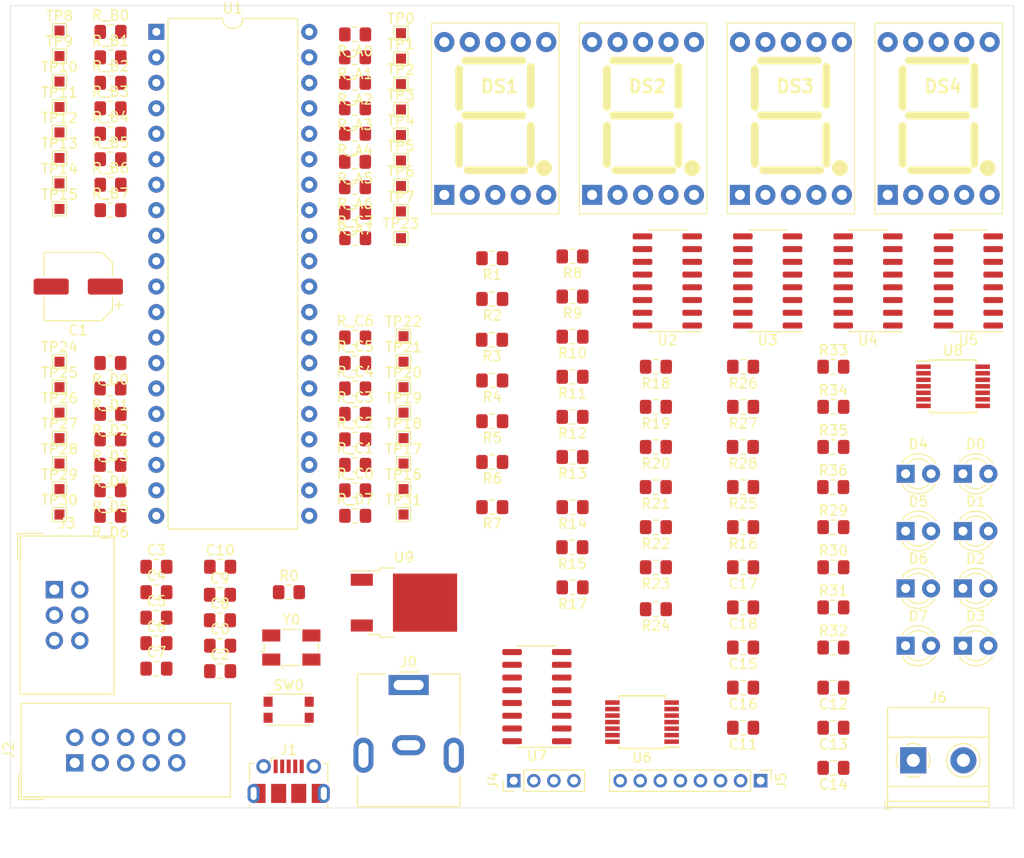
<source format=kicad_pcb>
(kicad_pcb (version 20171130) (host pcbnew 5.1.5-52549c5~84~ubuntu18.04.1)

  (general
    (thickness 1.6)
    (drawings 4)
    (tracks 0)
    (zones 0)
    (modules 150)
    (nets 135)
  )

  (page A4)
  (layers
    (0 F.Cu signal)
    (31 B.Cu signal)
    (32 B.Adhes user)
    (33 F.Adhes user)
    (34 B.Paste user)
    (35 F.Paste user)
    (36 B.SilkS user)
    (37 F.SilkS user)
    (38 B.Mask user)
    (39 F.Mask user)
    (40 Dwgs.User user)
    (41 Cmts.User user)
    (42 Eco1.User user)
    (43 Eco2.User user)
    (44 Edge.Cuts user)
    (45 Margin user)
    (46 B.CrtYd user)
    (47 F.CrtYd user)
    (48 B.Fab user)
    (49 F.Fab user)
  )

  (setup
    (last_trace_width 0.25)
    (trace_clearance 0.2)
    (zone_clearance 0.508)
    (zone_45_only no)
    (trace_min 0.2)
    (via_size 0.8)
    (via_drill 0.4)
    (via_min_size 0.4)
    (via_min_drill 0.3)
    (uvia_size 0.8)
    (uvia_drill 0.4)
    (uvias_allowed no)
    (uvia_min_size 0.2)
    (uvia_min_drill 0.1)
    (edge_width 0.05)
    (segment_width 0.18)
    (pcb_text_width 0.3)
    (pcb_text_size 1.5 1.5)
    (mod_edge_width 0.12)
    (mod_text_size 1 1)
    (mod_text_width 0.15)
    (pad_size 1.15 1.4)
    (pad_drill 0)
    (pad_to_mask_clearance 0.051)
    (solder_mask_min_width 0.25)
    (aux_axis_origin 0 0)
    (visible_elements 7FFFFFFF)
    (pcbplotparams
      (layerselection 0x010fc_ffffffff)
      (usegerberextensions false)
      (usegerberattributes false)
      (usegerberadvancedattributes false)
      (creategerberjobfile false)
      (excludeedgelayer true)
      (linewidth 0.100000)
      (plotframeref false)
      (viasonmask false)
      (mode 1)
      (useauxorigin false)
      (hpglpennumber 1)
      (hpglpenspeed 20)
      (hpglpendiameter 15.000000)
      (psnegative false)
      (psa4output false)
      (plotreference true)
      (plotvalue true)
      (plotinvisibletext false)
      (padsonsilk false)
      (subtractmaskfromsilk false)
      (outputformat 1)
      (mirror false)
      (drillshape 1)
      (scaleselection 1)
      (outputdirectory "fabrication/"))
  )

  (net 0 "")
  (net 1 Vss)
  (net 2 "Net-(C0-Pad1)")
  (net 3 Vdd)
  (net 4 "Net-(C3-Pad1)")
  (net 5 "Net-(C4-Pad1)")
  (net 6 NRST)
  (net 7 "Net-(D0-Pad2)")
  (net 8 "Net-(D1-Pad2)")
  (net 9 "Net-(D2-Pad2)")
  (net 10 "Net-(D3-Pad2)")
  (net 11 "Net-(D4-Pad2)")
  (net 12 "Net-(D5-Pad2)")
  (net 13 "Net-(D6-Pad2)")
  (net 14 "Net-(D7-Pad2)")
  (net 15 "Net-(J0-PadMP)")
  (net 16 "Net-(J1-Pad6)")
  (net 17 "Net-(J1-Pad3)")
  (net 18 "Net-(J1-Pad4)")
  (net 19 "Net-(J1-Pad2)")
  (net 20 TDI)
  (net 21 TMS)
  (net 22 TDO)
  (net 23 TCK)
  (net 24 MOSI)
  (net 25 SCK)
  (net 26 MISO)
  (net 27 RXD)
  (net 28 TXD)
  (net 29 "Net-(J5-Pad8)")
  (net 30 "Net-(J5-Pad7)")
  (net 31 "Net-(J5-Pad6)")
  (net 32 "Net-(J5-Pad5)")
  (net 33 "Net-(J5-Pad4)")
  (net 34 "Net-(J5-Pad3)")
  (net 35 "Net-(J5-Pad2)")
  (net 36 "Net-(J5-Pad1)")
  (net 37 "Net-(R1-Pad2)")
  (net 38 "Net-(R2-Pad2)")
  (net 39 "Net-(R3-Pad2)")
  (net 40 "Net-(R8-Pad2)")
  (net 41 "Net-(R9-Pad2)")
  (net 42 "Net-(R10-Pad2)")
  (net 43 "Net-(R15-Pad2)")
  (net 44 "Net-(R16-Pad2)")
  (net 45 "Net-(R17-Pad2)")
  (net 46 "Net-(R22-Pad2)")
  (net 47 "Net-(R23-Pad2)")
  (net 48 "Net-(R24-Pad2)")
  (net 49 "Net-(R29-Pad1)")
  (net 50 "Net-(R30-Pad1)")
  (net 51 "Net-(R31-Pad1)")
  (net 52 "Net-(R32-Pad1)")
  (net 53 "Net-(R33-Pad1)")
  (net 54 "Net-(R34-Pad1)")
  (net 55 "Net-(R35-Pad1)")
  (net 56 "Net-(R36-Pad1)")
  (net 57 /Display/CHAR0_0)
  (net 58 /Display/CHAR0_1)
  (net 59 /Display/CHAR0_2)
  (net 60 /Display/CHAR0_3)
  (net 61 /Display/CHAR1_0)
  (net 62 /Display/CHAR1_1)
  (net 63 /Display/CHAR1_2)
  (net 64 /Display/CHAR1_3)
  (net 65 /Display/CHAR2_0)
  (net 66 /Display/CHAR2_1)
  (net 67 /Display/CHAR2_2)
  (net 68 /Display/CHAR2_3)
  (net 69 /Display/CHAR3_0)
  (net 70 "Net-(R_C0-Pad1)")
  (net 71 "Net-(R_C1-Pad1)")
  (net 72 "Net-(R_C6-Pad1)")
  (net 73 "Net-(R_C7-Pad1)")
  (net 74 LOAD)
  (net 75 ROWS)
  (net 76 COLUMNS)
  (net 77 CLK_BUTTONS)
  (net 78 STATUS)
  (net 79 CLK_STATUS)
  (net 80 "Net-(U6-Pad13)")
  (net 81 "Net-(U6-Pad12)")
  (net 82 "Net-(U6-Pad11)")
  (net 83 "Net-(U6-Pad10)")
  (net 84 "Net-(U7-Pad14)")
  (net 85 "Net-(U7-Pad12)")
  (net 86 "Net-(U7-Pad11)")
  (net 87 "Net-(U7-Pad10)")
  (net 88 "Net-(U7-Pad1)")
  (net 89 "Net-(DS1-Pad10)")
  (net 90 "Net-(DS1-Pad9)")
  (net 91 "Net-(DS1-Pad7)")
  (net 92 "Net-(DS1-Pad6)")
  (net 93 "Net-(DS1-Pad4)")
  (net 94 "Net-(DS1-Pad2)")
  (net 95 "Net-(DS1-Pad1)")
  (net 96 "Net-(DS2-Pad10)")
  (net 97 "Net-(DS2-Pad9)")
  (net 98 "Net-(DS2-Pad8)")
  (net 99 "Net-(DS2-Pad7)")
  (net 100 "Net-(DS2-Pad6)")
  (net 101 "Net-(DS2-Pad4)")
  (net 102 "Net-(DS2-Pad2)")
  (net 103 "Net-(DS2-Pad1)")
  (net 104 "Net-(DS3-Pad10)")
  (net 105 "Net-(DS3-Pad9)")
  (net 106 "Net-(DS3-Pad7)")
  (net 107 "Net-(DS3-Pad6)")
  (net 108 "Net-(DS3-Pad4)")
  (net 109 "Net-(DS3-Pad2)")
  (net 110 "Net-(DS3-Pad1)")
  (net 111 "Net-(DS4-Pad10)")
  (net 112 "Net-(DS4-Pad9)")
  (net 113 "Net-(DS4-Pad7)")
  (net 114 "Net-(DS4-Pad6)")
  (net 115 "Net-(DS4-Pad4)")
  (net 116 "Net-(DS4-Pad2)")
  (net 117 "Net-(DS4-Pad1)")
  (net 118 "Net-(R4-Pad1)")
  (net 119 "Net-(R5-Pad1)")
  (net 120 "Net-(R6-Pad1)")
  (net 121 "Net-(R7-Pad1)")
  (net 122 "Net-(R11-Pad1)")
  (net 123 "Net-(R12-Pad1)")
  (net 124 "Net-(R13-Pad1)")
  (net 125 "Net-(R14-Pad1)")
  (net 126 "Net-(R18-Pad1)")
  (net 127 "Net-(R19-Pad1)")
  (net 128 "Net-(R20-Pad1)")
  (net 129 "Net-(R21-Pad1)")
  (net 130 "Net-(R25-Pad1)")
  (net 131 "Net-(R26-Pad1)")
  (net 132 "Net-(R27-Pad1)")
  (net 133 "Net-(R28-Pad1)")
  (net 134 "Net-(U1-Pad12)")

  (net_class Default "Dies ist die voreingestellte Netzklasse."
    (clearance 0.2)
    (trace_width 0.25)
    (via_dia 0.8)
    (via_drill 0.4)
    (uvia_dia 0.8)
    (uvia_drill 0.4)
    (diff_pair_width 0.2)
    (diff_pair_gap 0.5)
    (add_net /Display/CHAR0_0)
    (add_net /Display/CHAR0_1)
    (add_net /Display/CHAR0_2)
    (add_net /Display/CHAR0_3)
    (add_net /Display/CHAR1_0)
    (add_net /Display/CHAR1_1)
    (add_net /Display/CHAR1_2)
    (add_net /Display/CHAR1_3)
    (add_net /Display/CHAR2_0)
    (add_net /Display/CHAR2_1)
    (add_net /Display/CHAR2_2)
    (add_net /Display/CHAR2_3)
    (add_net /Display/CHAR3_0)
    (add_net CLK_BUTTONS)
    (add_net CLK_STATUS)
    (add_net COLUMNS)
    (add_net LOAD)
    (add_net MISO)
    (add_net MOSI)
    (add_net NRST)
    (add_net "Net-(C0-Pad1)")
    (add_net "Net-(C3-Pad1)")
    (add_net "Net-(C4-Pad1)")
    (add_net "Net-(D0-Pad2)")
    (add_net "Net-(D1-Pad2)")
    (add_net "Net-(D2-Pad2)")
    (add_net "Net-(D3-Pad2)")
    (add_net "Net-(D4-Pad2)")
    (add_net "Net-(D5-Pad2)")
    (add_net "Net-(D6-Pad2)")
    (add_net "Net-(D7-Pad2)")
    (add_net "Net-(DS1-Pad1)")
    (add_net "Net-(DS1-Pad10)")
    (add_net "Net-(DS1-Pad2)")
    (add_net "Net-(DS1-Pad4)")
    (add_net "Net-(DS1-Pad6)")
    (add_net "Net-(DS1-Pad7)")
    (add_net "Net-(DS1-Pad9)")
    (add_net "Net-(DS2-Pad1)")
    (add_net "Net-(DS2-Pad10)")
    (add_net "Net-(DS2-Pad2)")
    (add_net "Net-(DS2-Pad4)")
    (add_net "Net-(DS2-Pad6)")
    (add_net "Net-(DS2-Pad7)")
    (add_net "Net-(DS2-Pad8)")
    (add_net "Net-(DS2-Pad9)")
    (add_net "Net-(DS3-Pad1)")
    (add_net "Net-(DS3-Pad10)")
    (add_net "Net-(DS3-Pad2)")
    (add_net "Net-(DS3-Pad4)")
    (add_net "Net-(DS3-Pad6)")
    (add_net "Net-(DS3-Pad7)")
    (add_net "Net-(DS3-Pad9)")
    (add_net "Net-(DS4-Pad1)")
    (add_net "Net-(DS4-Pad10)")
    (add_net "Net-(DS4-Pad2)")
    (add_net "Net-(DS4-Pad4)")
    (add_net "Net-(DS4-Pad6)")
    (add_net "Net-(DS4-Pad7)")
    (add_net "Net-(DS4-Pad9)")
    (add_net "Net-(J0-PadMP)")
    (add_net "Net-(J1-Pad2)")
    (add_net "Net-(J1-Pad3)")
    (add_net "Net-(J1-Pad4)")
    (add_net "Net-(J1-Pad6)")
    (add_net "Net-(J5-Pad1)")
    (add_net "Net-(J5-Pad2)")
    (add_net "Net-(J5-Pad3)")
    (add_net "Net-(J5-Pad4)")
    (add_net "Net-(J5-Pad5)")
    (add_net "Net-(J5-Pad6)")
    (add_net "Net-(J5-Pad7)")
    (add_net "Net-(J5-Pad8)")
    (add_net "Net-(R1-Pad2)")
    (add_net "Net-(R10-Pad2)")
    (add_net "Net-(R11-Pad1)")
    (add_net "Net-(R12-Pad1)")
    (add_net "Net-(R13-Pad1)")
    (add_net "Net-(R14-Pad1)")
    (add_net "Net-(R15-Pad2)")
    (add_net "Net-(R16-Pad2)")
    (add_net "Net-(R17-Pad2)")
    (add_net "Net-(R18-Pad1)")
    (add_net "Net-(R19-Pad1)")
    (add_net "Net-(R2-Pad2)")
    (add_net "Net-(R20-Pad1)")
    (add_net "Net-(R21-Pad1)")
    (add_net "Net-(R22-Pad2)")
    (add_net "Net-(R23-Pad2)")
    (add_net "Net-(R24-Pad2)")
    (add_net "Net-(R25-Pad1)")
    (add_net "Net-(R26-Pad1)")
    (add_net "Net-(R27-Pad1)")
    (add_net "Net-(R28-Pad1)")
    (add_net "Net-(R29-Pad1)")
    (add_net "Net-(R3-Pad2)")
    (add_net "Net-(R30-Pad1)")
    (add_net "Net-(R31-Pad1)")
    (add_net "Net-(R32-Pad1)")
    (add_net "Net-(R33-Pad1)")
    (add_net "Net-(R34-Pad1)")
    (add_net "Net-(R35-Pad1)")
    (add_net "Net-(R36-Pad1)")
    (add_net "Net-(R4-Pad1)")
    (add_net "Net-(R5-Pad1)")
    (add_net "Net-(R6-Pad1)")
    (add_net "Net-(R7-Pad1)")
    (add_net "Net-(R8-Pad2)")
    (add_net "Net-(R9-Pad2)")
    (add_net "Net-(R_C0-Pad1)")
    (add_net "Net-(R_C1-Pad1)")
    (add_net "Net-(R_C6-Pad1)")
    (add_net "Net-(R_C7-Pad1)")
    (add_net "Net-(U1-Pad12)")
    (add_net "Net-(U6-Pad10)")
    (add_net "Net-(U6-Pad11)")
    (add_net "Net-(U6-Pad12)")
    (add_net "Net-(U6-Pad13)")
    (add_net "Net-(U7-Pad1)")
    (add_net "Net-(U7-Pad10)")
    (add_net "Net-(U7-Pad11)")
    (add_net "Net-(U7-Pad12)")
    (add_net "Net-(U7-Pad14)")
    (add_net ROWS)
    (add_net RXD)
    (add_net SCK)
    (add_net STATUS)
    (add_net TCK)
    (add_net TDI)
    (add_net TDO)
    (add_net TMS)
    (add_net TXD)
    (add_net Vdd)
    (add_net Vss)
  )

  (module Crystal:Crystal_SMD_Abracon_ABM3B-4Pin_5.0x3.2mm (layer F.Cu) (tedit 5A0FD1B2) (tstamp 5E3754BA)
    (at 48 84)
    (descr "Abracon Miniature Ceramic Smd Crystal ABM3B http://www.abracon.com/Resonators/abm3b.pdf, 5.0x3.2mm^2 package")
    (tags "SMD SMT crystal")
    (path /5E3EA15B)
    (attr smd)
    (fp_text reference Y0 (at 0 -2.8) (layer F.SilkS)
      (effects (font (size 1 1) (thickness 0.15)))
    )
    (fp_text value Crystal_GND24 (at 0 2.8) (layer F.Fab)
      (effects (font (size 1 1) (thickness 0.15)))
    )
    (fp_circle (center 0 0) (end 0.116667 0) (layer F.Adhes) (width 0.233333))
    (fp_circle (center 0 0) (end 0.266667 0) (layer F.Adhes) (width 0.166667))
    (fp_circle (center 0 0) (end 0.416667 0) (layer F.Adhes) (width 0.166667))
    (fp_circle (center 0 0) (end 0.5 0) (layer F.Adhes) (width 0.1))
    (fp_line (start 3.2 -2.1) (end -3.2 -2.1) (layer F.CrtYd) (width 0.05))
    (fp_line (start 3.2 2.1) (end 3.2 -2.1) (layer F.CrtYd) (width 0.05))
    (fp_line (start -3.2 2.1) (end 3.2 2.1) (layer F.CrtYd) (width 0.05))
    (fp_line (start -3.2 -2.1) (end -3.2 2.1) (layer F.CrtYd) (width 0.05))
    (fp_line (start -0.9 1.8) (end -0.9 2.04) (layer F.SilkS) (width 0.12))
    (fp_line (start 0.9 1.8) (end -0.9 1.8) (layer F.SilkS) (width 0.12))
    (fp_line (start -0.9 -1.8) (end 0.9 -1.8) (layer F.SilkS) (width 0.12))
    (fp_line (start 2.7 -0.4) (end 2.7 0.4) (layer F.SilkS) (width 0.12))
    (fp_line (start -2.7 0.4) (end -2.7 -0.4) (layer F.SilkS) (width 0.12))
    (fp_line (start -3.1 0.4) (end -2.7 0.4) (layer F.SilkS) (width 0.12))
    (fp_line (start -2.5 0.6) (end -1.5 1.6) (layer F.Fab) (width 0.1))
    (fp_line (start -2.5 -1.4) (end -2.3 -1.6) (layer F.Fab) (width 0.1))
    (fp_line (start -2.5 1.4) (end -2.5 -1.4) (layer F.Fab) (width 0.1))
    (fp_line (start -2.3 1.6) (end -2.5 1.4) (layer F.Fab) (width 0.1))
    (fp_line (start 2.3 1.6) (end -2.3 1.6) (layer F.Fab) (width 0.1))
    (fp_line (start 2.5 1.4) (end 2.3 1.6) (layer F.Fab) (width 0.1))
    (fp_line (start 2.5 -1.4) (end 2.5 1.4) (layer F.Fab) (width 0.1))
    (fp_line (start 2.3 -1.6) (end 2.5 -1.4) (layer F.Fab) (width 0.1))
    (fp_line (start -2.3 -1.6) (end 2.3 -1.6) (layer F.Fab) (width 0.1))
    (fp_text user %R (at 0 0) (layer F.Fab)
      (effects (font (size 1 1) (thickness 0.15)))
    )
    (pad 4 smd rect (at -2 -1.2) (size 1.8 1.2) (layers F.Cu F.Paste F.Mask)
      (net 1 Vss))
    (pad 3 smd rect (at 2 -1.2) (size 1.8 1.2) (layers F.Cu F.Paste F.Mask)
      (net 5 "Net-(C4-Pad1)"))
    (pad 2 smd rect (at 2 1.2) (size 1.8 1.2) (layers F.Cu F.Paste F.Mask)
      (net 1 Vss))
    (pad 1 smd rect (at -2 1.2) (size 1.8 1.2) (layers F.Cu F.Paste F.Mask)
      (net 4 "Net-(C3-Pad1)"))
    (model ${KISYS3DMOD}/Crystal.3dshapes/Crystal_SMD_Abracon_ABM3B-4Pin_5.0x3.2mm.wrl
      (at (xyz 0 0 0))
      (scale (xyz 1 1 1))
      (rotate (xyz 0 0 0))
    )
  )

  (module Package_TO_SOT_SMD:TO-252-2 (layer F.Cu) (tedit 5A70A390) (tstamp 5DDBD702)
    (at 59.225 79.525)
    (descr "TO-252 / DPAK SMD package, http://www.infineon.com/cms/en/product/packages/PG-TO252/PG-TO252-3-1/")
    (tags "DPAK TO-252 DPAK-3 TO-252-3 SOT-428")
    (path /5DE337F2)
    (attr smd)
    (fp_text reference U9 (at 0 -4.5) (layer F.SilkS)
      (effects (font (size 1 1) (thickness 0.15)))
    )
    (fp_text value L7805 (at 0 4.5) (layer F.Fab)
      (effects (font (size 1 1) (thickness 0.15)))
    )
    (fp_text user %R (at 0 0) (layer F.Fab)
      (effects (font (size 1 1) (thickness 0.15)))
    )
    (fp_line (start 5.55 -3.5) (end -5.55 -3.5) (layer F.CrtYd) (width 0.05))
    (fp_line (start 5.55 3.5) (end 5.55 -3.5) (layer F.CrtYd) (width 0.05))
    (fp_line (start -5.55 3.5) (end 5.55 3.5) (layer F.CrtYd) (width 0.05))
    (fp_line (start -5.55 -3.5) (end -5.55 3.5) (layer F.CrtYd) (width 0.05))
    (fp_line (start -2.47 3.18) (end -3.57 3.18) (layer F.SilkS) (width 0.12))
    (fp_line (start -2.47 3.45) (end -2.47 3.18) (layer F.SilkS) (width 0.12))
    (fp_line (start -0.97 3.45) (end -2.47 3.45) (layer F.SilkS) (width 0.12))
    (fp_line (start -2.47 -3.18) (end -5.3 -3.18) (layer F.SilkS) (width 0.12))
    (fp_line (start -2.47 -3.45) (end -2.47 -3.18) (layer F.SilkS) (width 0.12))
    (fp_line (start -0.97 -3.45) (end -2.47 -3.45) (layer F.SilkS) (width 0.12))
    (fp_line (start -4.97 2.655) (end -2.27 2.655) (layer F.Fab) (width 0.1))
    (fp_line (start -4.97 1.905) (end -4.97 2.655) (layer F.Fab) (width 0.1))
    (fp_line (start -2.27 1.905) (end -4.97 1.905) (layer F.Fab) (width 0.1))
    (fp_line (start -4.97 -1.905) (end -2.27 -1.905) (layer F.Fab) (width 0.1))
    (fp_line (start -4.97 -2.655) (end -4.97 -1.905) (layer F.Fab) (width 0.1))
    (fp_line (start -1.865 -2.655) (end -4.97 -2.655) (layer F.Fab) (width 0.1))
    (fp_line (start -1.27 -3.25) (end 3.95 -3.25) (layer F.Fab) (width 0.1))
    (fp_line (start -2.27 -2.25) (end -1.27 -3.25) (layer F.Fab) (width 0.1))
    (fp_line (start -2.27 3.25) (end -2.27 -2.25) (layer F.Fab) (width 0.1))
    (fp_line (start 3.95 3.25) (end -2.27 3.25) (layer F.Fab) (width 0.1))
    (fp_line (start 3.95 -3.25) (end 3.95 3.25) (layer F.Fab) (width 0.1))
    (fp_line (start 4.95 2.7) (end 3.95 2.7) (layer F.Fab) (width 0.1))
    (fp_line (start 4.95 -2.7) (end 4.95 2.7) (layer F.Fab) (width 0.1))
    (fp_line (start 3.95 -2.7) (end 4.95 -2.7) (layer F.Fab) (width 0.1))
    (pad "" smd rect (at 0.425 1.525) (size 3.05 2.75) (layers F.Paste))
    (pad "" smd rect (at 3.775 -1.525) (size 3.05 2.75) (layers F.Paste))
    (pad "" smd rect (at 0.425 -1.525) (size 3.05 2.75) (layers F.Paste))
    (pad "" smd rect (at 3.775 1.525) (size 3.05 2.75) (layers F.Paste))
    (pad 2 smd rect (at 2.1 0) (size 6.4 5.8) (layers F.Cu F.Mask)
      (net 1 Vss))
    (pad 3 smd rect (at -4.2 2.28) (size 2.2 1.2) (layers F.Cu F.Paste F.Mask)
      (net 3 Vdd))
    (pad 1 smd rect (at -4.2 -2.28) (size 2.2 1.2) (layers F.Cu F.Paste F.Mask)
      (net 2 "Net-(C0-Pad1)"))
    (model ${KISYS3DMOD}/Package_TO_SOT_SMD.3dshapes/TO-252-2.wrl
      (at (xyz 0 0 0))
      (scale (xyz 1 1 1))
      (rotate (xyz 0 0 0))
    )
  )

  (module Package_SO:SOIC-16_3.9x9.9mm_P1.27mm (layer F.Cu) (tedit 5D9F72B1) (tstamp 5DDC2218)
    (at 115.475 47.445 180)
    (descr "SOIC, 16 Pin (JEDEC MS-012AC, https://www.analog.com/media/en/package-pcb-resources/package/pkg_pdf/soic_narrow-r/r_16.pdf), generated with kicad-footprint-generator ipc_gullwing_generator.py")
    (tags "SOIC SO")
    (path /5DD2ECA3/5E335BBF)
    (attr smd)
    (fp_text reference U5 (at 0 -5.9) (layer F.SilkS)
      (effects (font (size 1 1) (thickness 0.15)))
    )
    (fp_text value 4511 (at 0 5.9) (layer F.Fab)
      (effects (font (size 1 1) (thickness 0.15)))
    )
    (fp_text user %R (at 0 0) (layer F.Fab)
      (effects (font (size 0.98 0.98) (thickness 0.15)))
    )
    (fp_line (start 3.7 -5.2) (end -3.7 -5.2) (layer F.CrtYd) (width 0.05))
    (fp_line (start 3.7 5.2) (end 3.7 -5.2) (layer F.CrtYd) (width 0.05))
    (fp_line (start -3.7 5.2) (end 3.7 5.2) (layer F.CrtYd) (width 0.05))
    (fp_line (start -3.7 -5.2) (end -3.7 5.2) (layer F.CrtYd) (width 0.05))
    (fp_line (start -1.95 -3.975) (end -0.975 -4.95) (layer F.Fab) (width 0.1))
    (fp_line (start -1.95 4.95) (end -1.95 -3.975) (layer F.Fab) (width 0.1))
    (fp_line (start 1.95 4.95) (end -1.95 4.95) (layer F.Fab) (width 0.1))
    (fp_line (start 1.95 -4.95) (end 1.95 4.95) (layer F.Fab) (width 0.1))
    (fp_line (start -0.975 -4.95) (end 1.95 -4.95) (layer F.Fab) (width 0.1))
    (fp_line (start 0 -5.06) (end -3.45 -5.06) (layer F.SilkS) (width 0.12))
    (fp_line (start 0 -5.06) (end 1.95 -5.06) (layer F.SilkS) (width 0.12))
    (fp_line (start 0 5.06) (end -1.95 5.06) (layer F.SilkS) (width 0.12))
    (fp_line (start 0 5.06) (end 1.95 5.06) (layer F.SilkS) (width 0.12))
    (pad 16 smd roundrect (at 2.475 -4.445 180) (size 1.95 0.6) (layers F.Cu F.Paste F.Mask) (roundrect_rratio 0.25)
      (net 3 Vdd))
    (pad 15 smd roundrect (at 2.475 -3.175 180) (size 1.95 0.6) (layers F.Cu F.Paste F.Mask) (roundrect_rratio 0.25)
      (net 132 "Net-(R27-Pad1)"))
    (pad 14 smd roundrect (at 2.475 -1.905 180) (size 1.95 0.6) (layers F.Cu F.Paste F.Mask) (roundrect_rratio 0.25)
      (net 131 "Net-(R26-Pad1)"))
    (pad 13 smd roundrect (at 2.475 -0.635 180) (size 1.95 0.6) (layers F.Cu F.Paste F.Mask) (roundrect_rratio 0.25)
      (net 130 "Net-(R25-Pad1)"))
    (pad 12 smd roundrect (at 2.475 0.635 180) (size 1.95 0.6) (layers F.Cu F.Paste F.Mask) (roundrect_rratio 0.25)
      (net 133 "Net-(R28-Pad1)"))
    (pad 11 smd roundrect (at 2.475 1.905 180) (size 1.95 0.6) (layers F.Cu F.Paste F.Mask) (roundrect_rratio 0.25)
      (net 48 "Net-(R24-Pad2)"))
    (pad 10 smd roundrect (at 2.475 3.175 180) (size 1.95 0.6) (layers F.Cu F.Paste F.Mask) (roundrect_rratio 0.25)
      (net 47 "Net-(R23-Pad2)"))
    (pad 9 smd roundrect (at 2.475 4.445 180) (size 1.95 0.6) (layers F.Cu F.Paste F.Mask) (roundrect_rratio 0.25)
      (net 46 "Net-(R22-Pad2)"))
    (pad 8 smd roundrect (at -2.475 4.445 180) (size 1.95 0.6) (layers F.Cu F.Paste F.Mask) (roundrect_rratio 0.25)
      (net 1 Vss))
    (pad 7 smd roundrect (at -2.475 3.175 180) (size 1.95 0.6) (layers F.Cu F.Paste F.Mask) (roundrect_rratio 0.25)
      (net 69 /Display/CHAR3_0))
    (pad 6 smd roundrect (at -2.475 1.905 180) (size 1.95 0.6) (layers F.Cu F.Paste F.Mask) (roundrect_rratio 0.25)
      (net 25 SCK))
    (pad 5 smd roundrect (at -2.475 0.635 180) (size 1.95 0.6) (layers F.Cu F.Paste F.Mask) (roundrect_rratio 0.25)
      (net 1 Vss))
    (pad 4 smd roundrect (at -2.475 -0.635 180) (size 1.95 0.6) (layers F.Cu F.Paste F.Mask) (roundrect_rratio 0.25)
      (net 3 Vdd))
    (pad 3 smd roundrect (at -2.475 -1.905 180) (size 1.95 0.6) (layers F.Cu F.Paste F.Mask) (roundrect_rratio 0.25)
      (net 3 Vdd))
    (pad 2 smd roundrect (at -2.475 -3.175 180) (size 1.95 0.6) (layers F.Cu F.Paste F.Mask) (roundrect_rratio 0.25)
      (net 26 MISO))
    (pad 1 smd roundrect (at -2.475 -4.445 180) (size 1.95 0.6) (layers F.Cu F.Paste F.Mask) (roundrect_rratio 0.25)
      (net 24 MOSI))
    (model ${KISYS3DMOD}/Package_SO.3dshapes/SOIC-16_3.9x9.9mm_P1.27mm.wrl
      (at (xyz 0 0 0))
      (scale (xyz 1 1 1))
      (rotate (xyz 0 0 0))
    )
  )

  (module Package_SO:SOIC-16_3.9x9.9mm_P1.27mm (layer F.Cu) (tedit 5D9F72B1) (tstamp 5DDBD65C)
    (at 105.475 47.445 180)
    (descr "SOIC, 16 Pin (JEDEC MS-012AC, https://www.analog.com/media/en/package-pcb-resources/package/pkg_pdf/soic_narrow-r/r_16.pdf), generated with kicad-footprint-generator ipc_gullwing_generator.py")
    (tags "SOIC SO")
    (path /5DD2ECA3/5E3374CE)
    (attr smd)
    (fp_text reference U4 (at 0 -5.9) (layer F.SilkS)
      (effects (font (size 1 1) (thickness 0.15)))
    )
    (fp_text value 4511 (at 0 5.9) (layer F.Fab)
      (effects (font (size 1 1) (thickness 0.15)))
    )
    (fp_text user %R (at 0 0) (layer F.Fab)
      (effects (font (size 0.98 0.98) (thickness 0.15)))
    )
    (fp_line (start 3.7 -5.2) (end -3.7 -5.2) (layer F.CrtYd) (width 0.05))
    (fp_line (start 3.7 5.2) (end 3.7 -5.2) (layer F.CrtYd) (width 0.05))
    (fp_line (start -3.7 5.2) (end 3.7 5.2) (layer F.CrtYd) (width 0.05))
    (fp_line (start -3.7 -5.2) (end -3.7 5.2) (layer F.CrtYd) (width 0.05))
    (fp_line (start -1.95 -3.975) (end -0.975 -4.95) (layer F.Fab) (width 0.1))
    (fp_line (start -1.95 4.95) (end -1.95 -3.975) (layer F.Fab) (width 0.1))
    (fp_line (start 1.95 4.95) (end -1.95 4.95) (layer F.Fab) (width 0.1))
    (fp_line (start 1.95 -4.95) (end 1.95 4.95) (layer F.Fab) (width 0.1))
    (fp_line (start -0.975 -4.95) (end 1.95 -4.95) (layer F.Fab) (width 0.1))
    (fp_line (start 0 -5.06) (end -3.45 -5.06) (layer F.SilkS) (width 0.12))
    (fp_line (start 0 -5.06) (end 1.95 -5.06) (layer F.SilkS) (width 0.12))
    (fp_line (start 0 5.06) (end -1.95 5.06) (layer F.SilkS) (width 0.12))
    (fp_line (start 0 5.06) (end 1.95 5.06) (layer F.SilkS) (width 0.12))
    (pad 16 smd roundrect (at 2.475 -4.445 180) (size 1.95 0.6) (layers F.Cu F.Paste F.Mask) (roundrect_rratio 0.25)
      (net 3 Vdd))
    (pad 15 smd roundrect (at 2.475 -3.175 180) (size 1.95 0.6) (layers F.Cu F.Paste F.Mask) (roundrect_rratio 0.25)
      (net 127 "Net-(R19-Pad1)"))
    (pad 14 smd roundrect (at 2.475 -1.905 180) (size 1.95 0.6) (layers F.Cu F.Paste F.Mask) (roundrect_rratio 0.25)
      (net 126 "Net-(R18-Pad1)"))
    (pad 13 smd roundrect (at 2.475 -0.635 180) (size 1.95 0.6) (layers F.Cu F.Paste F.Mask) (roundrect_rratio 0.25)
      (net 128 "Net-(R20-Pad1)"))
    (pad 12 smd roundrect (at 2.475 0.635 180) (size 1.95 0.6) (layers F.Cu F.Paste F.Mask) (roundrect_rratio 0.25)
      (net 129 "Net-(R21-Pad1)"))
    (pad 11 smd roundrect (at 2.475 1.905 180) (size 1.95 0.6) (layers F.Cu F.Paste F.Mask) (roundrect_rratio 0.25)
      (net 45 "Net-(R17-Pad2)"))
    (pad 10 smd roundrect (at 2.475 3.175 180) (size 1.95 0.6) (layers F.Cu F.Paste F.Mask) (roundrect_rratio 0.25)
      (net 44 "Net-(R16-Pad2)"))
    (pad 9 smd roundrect (at 2.475 4.445 180) (size 1.95 0.6) (layers F.Cu F.Paste F.Mask) (roundrect_rratio 0.25)
      (net 43 "Net-(R15-Pad2)"))
    (pad 8 smd roundrect (at -2.475 4.445 180) (size 1.95 0.6) (layers F.Cu F.Paste F.Mask) (roundrect_rratio 0.25)
      (net 1 Vss))
    (pad 7 smd roundrect (at -2.475 3.175 180) (size 1.95 0.6) (layers F.Cu F.Paste F.Mask) (roundrect_rratio 0.25)
      (net 65 /Display/CHAR2_0))
    (pad 6 smd roundrect (at -2.475 1.905 180) (size 1.95 0.6) (layers F.Cu F.Paste F.Mask) (roundrect_rratio 0.25)
      (net 68 /Display/CHAR2_3))
    (pad 5 smd roundrect (at -2.475 0.635 180) (size 1.95 0.6) (layers F.Cu F.Paste F.Mask) (roundrect_rratio 0.25)
      (net 1 Vss))
    (pad 4 smd roundrect (at -2.475 -0.635 180) (size 1.95 0.6) (layers F.Cu F.Paste F.Mask) (roundrect_rratio 0.25)
      (net 3 Vdd))
    (pad 3 smd roundrect (at -2.475 -1.905 180) (size 1.95 0.6) (layers F.Cu F.Paste F.Mask) (roundrect_rratio 0.25)
      (net 3 Vdd))
    (pad 2 smd roundrect (at -2.475 -3.175 180) (size 1.95 0.6) (layers F.Cu F.Paste F.Mask) (roundrect_rratio 0.25)
      (net 67 /Display/CHAR2_2))
    (pad 1 smd roundrect (at -2.475 -4.445 180) (size 1.95 0.6) (layers F.Cu F.Paste F.Mask) (roundrect_rratio 0.25)
      (net 66 /Display/CHAR2_1))
    (model ${KISYS3DMOD}/Package_SO.3dshapes/SOIC-16_3.9x9.9mm_P1.27mm.wrl
      (at (xyz 0 0 0))
      (scale (xyz 1 1 1))
      (rotate (xyz 0 0 0))
    )
  )

  (module Package_SO:SOIC-16_3.9x9.9mm_P1.27mm (layer F.Cu) (tedit 5D9F72B1) (tstamp 5DDBD638)
    (at 95.475 47.445 180)
    (descr "SOIC, 16 Pin (JEDEC MS-012AC, https://www.analog.com/media/en/package-pcb-resources/package/pkg_pdf/soic_narrow-r/r_16.pdf), generated with kicad-footprint-generator ipc_gullwing_generator.py")
    (tags "SOIC SO")
    (path /5DD2ECA3/5E338774)
    (attr smd)
    (fp_text reference U3 (at 0 -5.9) (layer F.SilkS)
      (effects (font (size 1 1) (thickness 0.15)))
    )
    (fp_text value 4511 (at 0 5.9) (layer F.Fab)
      (effects (font (size 1 1) (thickness 0.15)))
    )
    (fp_text user %R (at 0 0) (layer F.Fab)
      (effects (font (size 0.98 0.98) (thickness 0.15)))
    )
    (fp_line (start 3.7 -5.2) (end -3.7 -5.2) (layer F.CrtYd) (width 0.05))
    (fp_line (start 3.7 5.2) (end 3.7 -5.2) (layer F.CrtYd) (width 0.05))
    (fp_line (start -3.7 5.2) (end 3.7 5.2) (layer F.CrtYd) (width 0.05))
    (fp_line (start -3.7 -5.2) (end -3.7 5.2) (layer F.CrtYd) (width 0.05))
    (fp_line (start -1.95 -3.975) (end -0.975 -4.95) (layer F.Fab) (width 0.1))
    (fp_line (start -1.95 4.95) (end -1.95 -3.975) (layer F.Fab) (width 0.1))
    (fp_line (start 1.95 4.95) (end -1.95 4.95) (layer F.Fab) (width 0.1))
    (fp_line (start 1.95 -4.95) (end 1.95 4.95) (layer F.Fab) (width 0.1))
    (fp_line (start -0.975 -4.95) (end 1.95 -4.95) (layer F.Fab) (width 0.1))
    (fp_line (start 0 -5.06) (end -3.45 -5.06) (layer F.SilkS) (width 0.12))
    (fp_line (start 0 -5.06) (end 1.95 -5.06) (layer F.SilkS) (width 0.12))
    (fp_line (start 0 5.06) (end -1.95 5.06) (layer F.SilkS) (width 0.12))
    (fp_line (start 0 5.06) (end 1.95 5.06) (layer F.SilkS) (width 0.12))
    (pad 16 smd roundrect (at 2.475 -4.445 180) (size 1.95 0.6) (layers F.Cu F.Paste F.Mask) (roundrect_rratio 0.25)
      (net 3 Vdd))
    (pad 15 smd roundrect (at 2.475 -3.175 180) (size 1.95 0.6) (layers F.Cu F.Paste F.Mask) (roundrect_rratio 0.25)
      (net 123 "Net-(R12-Pad1)"))
    (pad 14 smd roundrect (at 2.475 -1.905 180) (size 1.95 0.6) (layers F.Cu F.Paste F.Mask) (roundrect_rratio 0.25)
      (net 122 "Net-(R11-Pad1)"))
    (pad 13 smd roundrect (at 2.475 -0.635 180) (size 1.95 0.6) (layers F.Cu F.Paste F.Mask) (roundrect_rratio 0.25)
      (net 124 "Net-(R13-Pad1)"))
    (pad 12 smd roundrect (at 2.475 0.635 180) (size 1.95 0.6) (layers F.Cu F.Paste F.Mask) (roundrect_rratio 0.25)
      (net 125 "Net-(R14-Pad1)"))
    (pad 11 smd roundrect (at 2.475 1.905 180) (size 1.95 0.6) (layers F.Cu F.Paste F.Mask) (roundrect_rratio 0.25)
      (net 42 "Net-(R10-Pad2)"))
    (pad 10 smd roundrect (at 2.475 3.175 180) (size 1.95 0.6) (layers F.Cu F.Paste F.Mask) (roundrect_rratio 0.25)
      (net 41 "Net-(R9-Pad2)"))
    (pad 9 smd roundrect (at 2.475 4.445 180) (size 1.95 0.6) (layers F.Cu F.Paste F.Mask) (roundrect_rratio 0.25)
      (net 40 "Net-(R8-Pad2)"))
    (pad 8 smd roundrect (at -2.475 4.445 180) (size 1.95 0.6) (layers F.Cu F.Paste F.Mask) (roundrect_rratio 0.25)
      (net 1 Vss))
    (pad 7 smd roundrect (at -2.475 3.175 180) (size 1.95 0.6) (layers F.Cu F.Paste F.Mask) (roundrect_rratio 0.25)
      (net 61 /Display/CHAR1_0))
    (pad 6 smd roundrect (at -2.475 1.905 180) (size 1.95 0.6) (layers F.Cu F.Paste F.Mask) (roundrect_rratio 0.25)
      (net 64 /Display/CHAR1_3))
    (pad 5 smd roundrect (at -2.475 0.635 180) (size 1.95 0.6) (layers F.Cu F.Paste F.Mask) (roundrect_rratio 0.25)
      (net 1 Vss))
    (pad 4 smd roundrect (at -2.475 -0.635 180) (size 1.95 0.6) (layers F.Cu F.Paste F.Mask) (roundrect_rratio 0.25)
      (net 3 Vdd))
    (pad 3 smd roundrect (at -2.475 -1.905 180) (size 1.95 0.6) (layers F.Cu F.Paste F.Mask) (roundrect_rratio 0.25)
      (net 3 Vdd))
    (pad 2 smd roundrect (at -2.475 -3.175 180) (size 1.95 0.6) (layers F.Cu F.Paste F.Mask) (roundrect_rratio 0.25)
      (net 63 /Display/CHAR1_2))
    (pad 1 smd roundrect (at -2.475 -4.445 180) (size 1.95 0.6) (layers F.Cu F.Paste F.Mask) (roundrect_rratio 0.25)
      (net 62 /Display/CHAR1_1))
    (model ${KISYS3DMOD}/Package_SO.3dshapes/SOIC-16_3.9x9.9mm_P1.27mm.wrl
      (at (xyz 0 0 0))
      (scale (xyz 1 1 1))
      (rotate (xyz 0 0 0))
    )
  )

  (module Package_SO:SOIC-16_3.9x9.9mm_P1.27mm (layer F.Cu) (tedit 5D9F72B1) (tstamp 5DDBD614)
    (at 85.475 47.445 180)
    (descr "SOIC, 16 Pin (JEDEC MS-012AC, https://www.analog.com/media/en/package-pcb-resources/package/pkg_pdf/soic_narrow-r/r_16.pdf), generated with kicad-footprint-generator ipc_gullwing_generator.py")
    (tags "SOIC SO")
    (path /5DD2ECA3/5E337F28)
    (attr smd)
    (fp_text reference U2 (at 0 -5.9) (layer F.SilkS)
      (effects (font (size 1 1) (thickness 0.15)))
    )
    (fp_text value 4511 (at 0 5.9) (layer F.Fab)
      (effects (font (size 1 1) (thickness 0.15)))
    )
    (fp_text user %R (at 0 0) (layer F.Fab)
      (effects (font (size 0.98 0.98) (thickness 0.15)))
    )
    (fp_line (start 3.7 -5.2) (end -3.7 -5.2) (layer F.CrtYd) (width 0.05))
    (fp_line (start 3.7 5.2) (end 3.7 -5.2) (layer F.CrtYd) (width 0.05))
    (fp_line (start -3.7 5.2) (end 3.7 5.2) (layer F.CrtYd) (width 0.05))
    (fp_line (start -3.7 -5.2) (end -3.7 5.2) (layer F.CrtYd) (width 0.05))
    (fp_line (start -1.95 -3.975) (end -0.975 -4.95) (layer F.Fab) (width 0.1))
    (fp_line (start -1.95 4.95) (end -1.95 -3.975) (layer F.Fab) (width 0.1))
    (fp_line (start 1.95 4.95) (end -1.95 4.95) (layer F.Fab) (width 0.1))
    (fp_line (start 1.95 -4.95) (end 1.95 4.95) (layer F.Fab) (width 0.1))
    (fp_line (start -0.975 -4.95) (end 1.95 -4.95) (layer F.Fab) (width 0.1))
    (fp_line (start 0 -5.06) (end -3.45 -5.06) (layer F.SilkS) (width 0.12))
    (fp_line (start 0 -5.06) (end 1.95 -5.06) (layer F.SilkS) (width 0.12))
    (fp_line (start 0 5.06) (end -1.95 5.06) (layer F.SilkS) (width 0.12))
    (fp_line (start 0 5.06) (end 1.95 5.06) (layer F.SilkS) (width 0.12))
    (pad 16 smd roundrect (at 2.475 -4.445 180) (size 1.95 0.6) (layers F.Cu F.Paste F.Mask) (roundrect_rratio 0.25)
      (net 3 Vdd))
    (pad 15 smd roundrect (at 2.475 -3.175 180) (size 1.95 0.6) (layers F.Cu F.Paste F.Mask) (roundrect_rratio 0.25)
      (net 119 "Net-(R5-Pad1)"))
    (pad 14 smd roundrect (at 2.475 -1.905 180) (size 1.95 0.6) (layers F.Cu F.Paste F.Mask) (roundrect_rratio 0.25)
      (net 118 "Net-(R4-Pad1)"))
    (pad 13 smd roundrect (at 2.475 -0.635 180) (size 1.95 0.6) (layers F.Cu F.Paste F.Mask) (roundrect_rratio 0.25)
      (net 120 "Net-(R6-Pad1)"))
    (pad 12 smd roundrect (at 2.475 0.635 180) (size 1.95 0.6) (layers F.Cu F.Paste F.Mask) (roundrect_rratio 0.25)
      (net 121 "Net-(R7-Pad1)"))
    (pad 11 smd roundrect (at 2.475 1.905 180) (size 1.95 0.6) (layers F.Cu F.Paste F.Mask) (roundrect_rratio 0.25)
      (net 39 "Net-(R3-Pad2)"))
    (pad 10 smd roundrect (at 2.475 3.175 180) (size 1.95 0.6) (layers F.Cu F.Paste F.Mask) (roundrect_rratio 0.25)
      (net 38 "Net-(R2-Pad2)"))
    (pad 9 smd roundrect (at 2.475 4.445 180) (size 1.95 0.6) (layers F.Cu F.Paste F.Mask) (roundrect_rratio 0.25)
      (net 37 "Net-(R1-Pad2)"))
    (pad 8 smd roundrect (at -2.475 4.445 180) (size 1.95 0.6) (layers F.Cu F.Paste F.Mask) (roundrect_rratio 0.25)
      (net 1 Vss))
    (pad 7 smd roundrect (at -2.475 3.175 180) (size 1.95 0.6) (layers F.Cu F.Paste F.Mask) (roundrect_rratio 0.25)
      (net 57 /Display/CHAR0_0))
    (pad 6 smd roundrect (at -2.475 1.905 180) (size 1.95 0.6) (layers F.Cu F.Paste F.Mask) (roundrect_rratio 0.25)
      (net 60 /Display/CHAR0_3))
    (pad 5 smd roundrect (at -2.475 0.635 180) (size 1.95 0.6) (layers F.Cu F.Paste F.Mask) (roundrect_rratio 0.25)
      (net 1 Vss))
    (pad 4 smd roundrect (at -2.475 -0.635 180) (size 1.95 0.6) (layers F.Cu F.Paste F.Mask) (roundrect_rratio 0.25)
      (net 3 Vdd))
    (pad 3 smd roundrect (at -2.475 -1.905 180) (size 1.95 0.6) (layers F.Cu F.Paste F.Mask) (roundrect_rratio 0.25)
      (net 3 Vdd))
    (pad 2 smd roundrect (at -2.475 -3.175 180) (size 1.95 0.6) (layers F.Cu F.Paste F.Mask) (roundrect_rratio 0.25)
      (net 59 /Display/CHAR0_2))
    (pad 1 smd roundrect (at -2.475 -4.445 180) (size 1.95 0.6) (layers F.Cu F.Paste F.Mask) (roundrect_rratio 0.25)
      (net 58 /Display/CHAR0_1))
    (model ${KISYS3DMOD}/Package_SO.3dshapes/SOIC-16_3.9x9.9mm_P1.27mm.wrl
      (at (xyz 0 0 0))
      (scale (xyz 1 1 1))
      (rotate (xyz 0 0 0))
    )
  )

  (module Display_7Segment:SC56-11EWA (layer F.Cu) (tedit 0) (tstamp 5E0ED71C)
    (at 107.442 38.862)
    (descr SC56-11EWA)
    (tags Display)
    (path /5DD2ECA3/5E24C406)
    (fp_text reference DS4 (at 5.505 -10.82) (layer F.SilkS)
      (effects (font (size 1.27 1.27) (thickness 0.254)))
    )
    (fp_text value SC56-11EWA (at 5.505 -10.82) (layer F.SilkS) hide
      (effects (font (size 1.27 1.27) (thickness 0.254)))
    )
    (fp_circle (center 9.955 -2.675) (end 9.955 -2.255) (layer F.SilkS) (width 0.75))
    (fp_circle (center 9.93 -2.67) (end 9.93 -2.25) (layer F.Fab) (width 0.40005))
    (fp_line (start -1.62 2.28) (end -1.62 -17.52) (layer F.CrtYd) (width 0.15))
    (fp_line (start 11.88 2.28) (end -1.62 2.28) (layer F.CrtYd) (width 0.15))
    (fp_line (start 11.88 -17.52) (end 11.88 2.28) (layer F.CrtYd) (width 0.15))
    (fp_line (start -1.62 -17.52) (end 11.88 -17.52) (layer F.CrtYd) (width 0.15))
    (fp_line (start -1.27 -17.145) (end -1.27 1.9) (layer F.Fab) (width 0.2))
    (fp_line (start 11.43 -17.145) (end -1.27 -17.145) (layer F.Fab) (width 0.2))
    (fp_line (start 11.43 1.9) (end 11.43 -17.145) (layer F.Fab) (width 0.2))
    (fp_line (start -1.27 1.9) (end 11.43 1.9) (layer F.Fab) (width 0.2))
    (fp_line (start 2.115 -13.385) (end 7.785 -13.385) (layer F.SilkS) (width 0.75))
    (fp_line (start 2.115 -7.925) (end 7.785 -7.925) (layer F.SilkS) (width 0.75))
    (fp_line (start 8.625 -8.975) (end 8.625 -12.755) (layer F.SilkS) (width 0.75))
    (fp_line (start 8.625 -3.095) (end 8.625 -6.875) (layer F.SilkS) (width 0.75))
    (fp_line (start 2.325 -2.465) (end 7.995 -2.465) (layer F.SilkS) (width 0.75))
    (fp_line (start 1.485 -3.095) (end 1.485 -6.875) (layer F.SilkS) (width 0.75))
    (fp_line (start 1.485 -8.765) (end 1.485 -12.545) (layer F.SilkS) (width 0.75))
    (fp_line (start 8.625 -3.095) (end 8.625 -6.875) (layer F.SilkS) (width 0.75))
    (fp_line (start 2.325 -2.465) (end 7.995 -2.465) (layer F.SilkS) (width 0.75))
    (fp_line (start 1.485 -3.095) (end 1.485 -6.875) (layer F.SilkS) (width 0.75))
    (fp_line (start 2.115 -7.925) (end 7.785 -7.925) (layer F.SilkS) (width 0.75))
    (fp_line (start 8.625 -8.975) (end 8.625 -12.755) (layer F.SilkS) (width 0.75))
    (fp_line (start 1.485 -8.765) (end 1.485 -12.545) (layer F.SilkS) (width 0.75))
    (fp_line (start 2.115 -13.385) (end 7.785 -13.385) (layer F.SilkS) (width 0.75))
    (fp_line (start 8.625 -8.975) (end 8.625 -12.755) (layer F.SilkS) (width 0.75))
    (fp_line (start 8.625 -3.095) (end 8.625 -6.875) (layer F.SilkS) (width 0.75))
    (fp_line (start 1.485 -3.095) (end 1.485 -6.875) (layer F.SilkS) (width 0.75))
    (fp_line (start 1.485 -8.765) (end 1.485 -12.545) (layer F.SilkS) (width 0.75))
    (fp_line (start 2.325 -2.465) (end 7.995 -2.465) (layer F.SilkS) (width 0.75))
    (fp_line (start 2.115 -13.385) (end 7.785 -13.385) (layer F.SilkS) (width 0.75))
    (fp_line (start 2.115 -7.925) (end 7.785 -7.925) (layer F.SilkS) (width 0.75))
    (fp_line (start 2.115 -13.385) (end 7.785 -13.385) (layer F.SilkS) (width 0.75))
    (fp_line (start 2.115 -7.925) (end 7.785 -7.925) (layer F.SilkS) (width 0.75))
    (fp_line (start 8.625 -8.975) (end 8.625 -12.755) (layer F.SilkS) (width 0.75))
    (fp_line (start 8.625 -3.095) (end 8.625 -6.875) (layer F.SilkS) (width 0.75))
    (fp_line (start 2.325 -2.465) (end 7.995 -2.465) (layer F.SilkS) (width 0.75))
    (fp_line (start 1.485 -3.095) (end 1.485 -6.875) (layer F.SilkS) (width 0.75))
    (fp_line (start 1.485 -8.765) (end 1.485 -12.545) (layer F.SilkS) (width 0.75))
    (fp_line (start 8.625 -3.095) (end 8.625 -6.875) (layer F.SilkS) (width 0.75))
    (fp_line (start 2.325 -2.465) (end 7.995 -2.465) (layer F.SilkS) (width 0.75))
    (fp_line (start 1.485 -3.095) (end 1.485 -6.875) (layer F.SilkS) (width 0.75))
    (fp_line (start 2.115 -7.925) (end 7.785 -7.925) (layer F.SilkS) (width 0.75))
    (fp_line (start 8.625 -8.975) (end 8.625 -12.755) (layer F.SilkS) (width 0.75))
    (fp_line (start 1.485 -8.765) (end 1.485 -12.545) (layer F.SilkS) (width 0.75))
    (fp_line (start 2.115 -13.385) (end 7.785 -13.385) (layer F.SilkS) (width 0.75))
    (fp_line (start 8.625 -8.975) (end 8.625 -12.755) (layer F.SilkS) (width 0.75))
    (fp_line (start 8.625 -3.095) (end 8.625 -6.875) (layer F.SilkS) (width 0.75))
    (fp_line (start 1.485 -3.095) (end 1.485 -6.875) (layer F.SilkS) (width 0.75))
    (fp_line (start 1.485 -8.765) (end 1.485 -12.545) (layer F.SilkS) (width 0.75))
    (fp_line (start 2.325 -2.465) (end 7.995 -2.465) (layer F.SilkS) (width 0.75))
    (fp_line (start 2.115 -13.385) (end 7.785 -13.385) (layer F.SilkS) (width 0.75))
    (fp_line (start 2.115 -7.925) (end 7.785 -7.925) (layer F.SilkS) (width 0.75))
    (fp_line (start 2.09 -13.38) (end 7.76 -13.38) (layer F.Fab) (width 0.40005))
    (fp_line (start 2.09 -7.92) (end 7.76 -7.92) (layer F.Fab) (width 0.40005))
    (fp_line (start 8.6 -8.97) (end 8.6 -12.75) (layer F.Fab) (width 0.40005))
    (fp_line (start 8.6 -3.09) (end 8.6 -6.87) (layer F.Fab) (width 0.40005))
    (fp_line (start 2.3 -2.46) (end 7.97 -2.46) (layer F.Fab) (width 0.40005))
    (fp_line (start 1.46 -3.09) (end 1.46 -6.87) (layer F.Fab) (width 0.40005))
    (fp_line (start 1.46 -8.76) (end 1.46 -12.54) (layer F.Fab) (width 0.40005))
    (fp_line (start 8.6 -3.09) (end 8.6 -6.87) (layer F.Fab) (width 0.40005))
    (fp_line (start 2.3 -2.46) (end 7.97 -2.46) (layer F.Fab) (width 0.40005))
    (fp_line (start 1.46 -3.09) (end 1.46 -6.87) (layer F.Fab) (width 0.40005))
    (fp_line (start 2.09 -7.92) (end 7.76 -7.92) (layer F.Fab) (width 0.40005))
    (fp_line (start 8.6 -8.97) (end 8.6 -12.75) (layer F.Fab) (width 0.40005))
    (fp_line (start 1.46 -8.76) (end 1.46 -12.54) (layer F.Fab) (width 0.40005))
    (fp_line (start 2.09 -13.38) (end 7.76 -13.38) (layer F.Fab) (width 0.40005))
    (fp_line (start 8.6 -8.97) (end 8.6 -12.75) (layer F.Fab) (width 0.40005))
    (fp_line (start 8.6 -3.09) (end 8.6 -6.87) (layer F.Fab) (width 0.40005))
    (fp_line (start 1.46 -3.09) (end 1.46 -6.87) (layer F.Fab) (width 0.40005))
    (fp_line (start 1.46 -8.76) (end 1.46 -12.54) (layer F.Fab) (width 0.40005))
    (fp_line (start 2.3 -2.46) (end 7.97 -2.46) (layer F.Fab) (width 0.40005))
    (fp_line (start 2.09 -13.38) (end 7.76 -13.38) (layer F.Fab) (width 0.40005))
    (fp_line (start 2.09 -7.92) (end 7.76 -7.92) (layer F.Fab) (width 0.40005))
    (fp_line (start 2.09 -13.38) (end 7.76 -13.38) (layer F.Fab) (width 0.40005))
    (fp_line (start 2.09 -7.92) (end 7.76 -7.92) (layer F.Fab) (width 0.40005))
    (fp_line (start 8.6 -8.97) (end 8.6 -12.75) (layer F.Fab) (width 0.40005))
    (fp_line (start 8.6 -3.09) (end 8.6 -6.87) (layer F.Fab) (width 0.40005))
    (fp_line (start 2.3 -2.46) (end 7.97 -2.46) (layer F.Fab) (width 0.40005))
    (fp_line (start 1.46 -3.09) (end 1.46 -6.87) (layer F.Fab) (width 0.40005))
    (fp_line (start 1.46 -8.76) (end 1.46 -12.54) (layer F.Fab) (width 0.40005))
    (fp_line (start 8.6 -3.09) (end 8.6 -6.87) (layer F.Fab) (width 0.40005))
    (fp_line (start 2.3 -2.46) (end 7.97 -2.46) (layer F.Fab) (width 0.40005))
    (fp_line (start 1.46 -3.09) (end 1.46 -6.87) (layer F.Fab) (width 0.40005))
    (fp_line (start 2.09 -7.92) (end 7.76 -7.92) (layer F.Fab) (width 0.40005))
    (fp_line (start 8.6 -8.97) (end 8.6 -12.75) (layer F.Fab) (width 0.40005))
    (fp_line (start 1.46 -8.76) (end 1.46 -12.54) (layer F.Fab) (width 0.40005))
    (fp_line (start 2.09 -13.38) (end 7.76 -13.38) (layer F.Fab) (width 0.40005))
    (fp_line (start 8.6 -8.97) (end 8.6 -12.75) (layer F.Fab) (width 0.40005))
    (fp_line (start 8.6 -3.09) (end 8.6 -6.87) (layer F.Fab) (width 0.40005))
    (fp_line (start 1.46 -3.09) (end 1.46 -6.87) (layer F.Fab) (width 0.40005))
    (fp_line (start 1.46 -8.76) (end 1.46 -12.54) (layer F.Fab) (width 0.40005))
    (fp_line (start 2.3 -2.46) (end 7.97 -2.46) (layer F.Fab) (width 0.40005))
    (fp_line (start 2.09 -13.38) (end 7.76 -13.38) (layer F.Fab) (width 0.40005))
    (fp_line (start 2.09 -7.92) (end 7.76 -7.92) (layer F.Fab) (width 0.40005))
    (fp_line (start -1.27 -17.145) (end -1.27 1.9) (layer F.SilkS) (width 0.1))
    (fp_line (start 11.43 -17.145) (end -1.27 -17.145) (layer F.SilkS) (width 0.1))
    (fp_line (start 11.43 1.9) (end 11.43 -17.145) (layer F.SilkS) (width 0.1))
    (fp_line (start -1.27 1.9) (end 11.43 1.9) (layer F.SilkS) (width 0.1))
    (fp_text user %R (at 5.505 -10.82) (layer F.Fab)
      (effects (font (size 1.27 1.27) (thickness 0.254)))
    )
    (pad 10 thru_hole circle (at 0 -15.24) (size 2 2) (drill 1) (layers *.Cu *.Mask)
      (net 111 "Net-(DS4-Pad10)"))
    (pad 9 thru_hole circle (at 2.54 -15.24) (size 2 2) (drill 1) (layers *.Cu *.Mask)
      (net 112 "Net-(DS4-Pad9)"))
    (pad 8 thru_hole circle (at 5.08 -15.24) (size 2 2) (drill 1) (layers *.Cu *.Mask)
      (net 1 Vss))
    (pad 7 thru_hole circle (at 7.62 -15.24) (size 2 2) (drill 1) (layers *.Cu *.Mask)
      (net 113 "Net-(DS4-Pad7)"))
    (pad 6 thru_hole circle (at 10.16 -15.24) (size 2 2) (drill 1) (layers *.Cu *.Mask)
      (net 114 "Net-(DS4-Pad6)"))
    (pad 5 thru_hole circle (at 10.16 0) (size 2 2) (drill 1) (layers *.Cu *.Mask)
      (net 1 Vss))
    (pad 4 thru_hole circle (at 7.62 0) (size 2 2) (drill 1) (layers *.Cu *.Mask)
      (net 115 "Net-(DS4-Pad4)"))
    (pad 3 thru_hole circle (at 5.08 0) (size 2 2) (drill 1) (layers *.Cu *.Mask)
      (net 1 Vss))
    (pad 2 thru_hole circle (at 2.54 0) (size 2 2) (drill 1) (layers *.Cu *.Mask)
      (net 116 "Net-(DS4-Pad2)"))
    (pad 1 thru_hole rect (at 0 0) (size 2 2) (drill 1) (layers *.Cu *.Mask)
      (net 117 "Net-(DS4-Pad1)"))
  )

  (module Display_7Segment:SC56-11EWA (layer F.Cu) (tedit 0) (tstamp 5E0ED6AB)
    (at 92.71 38.862)
    (descr SC56-11EWA)
    (tags Display)
    (path /5DD2ECA3/5E114131)
    (fp_text reference DS3 (at 5.505 -10.82) (layer F.SilkS)
      (effects (font (size 1.27 1.27) (thickness 0.254)))
    )
    (fp_text value SC56-11EWA (at 5.505 -10.82) (layer F.SilkS) hide
      (effects (font (size 1.27 1.27) (thickness 0.254)))
    )
    (fp_circle (center 9.955 -2.675) (end 9.955 -2.255) (layer F.SilkS) (width 0.75))
    (fp_circle (center 9.93 -2.67) (end 9.93 -2.25) (layer F.Fab) (width 0.40005))
    (fp_line (start -1.62 2.28) (end -1.62 -17.52) (layer F.CrtYd) (width 0.15))
    (fp_line (start 11.88 2.28) (end -1.62 2.28) (layer F.CrtYd) (width 0.15))
    (fp_line (start 11.88 -17.52) (end 11.88 2.28) (layer F.CrtYd) (width 0.15))
    (fp_line (start -1.62 -17.52) (end 11.88 -17.52) (layer F.CrtYd) (width 0.15))
    (fp_line (start -1.27 -17.145) (end -1.27 1.9) (layer F.Fab) (width 0.2))
    (fp_line (start 11.43 -17.145) (end -1.27 -17.145) (layer F.Fab) (width 0.2))
    (fp_line (start 11.43 1.9) (end 11.43 -17.145) (layer F.Fab) (width 0.2))
    (fp_line (start -1.27 1.9) (end 11.43 1.9) (layer F.Fab) (width 0.2))
    (fp_line (start 2.115 -13.385) (end 7.785 -13.385) (layer F.SilkS) (width 0.75))
    (fp_line (start 2.115 -7.925) (end 7.785 -7.925) (layer F.SilkS) (width 0.75))
    (fp_line (start 8.625 -8.975) (end 8.625 -12.755) (layer F.SilkS) (width 0.75))
    (fp_line (start 8.625 -3.095) (end 8.625 -6.875) (layer F.SilkS) (width 0.75))
    (fp_line (start 2.325 -2.465) (end 7.995 -2.465) (layer F.SilkS) (width 0.75))
    (fp_line (start 1.485 -3.095) (end 1.485 -6.875) (layer F.SilkS) (width 0.75))
    (fp_line (start 1.485 -8.765) (end 1.485 -12.545) (layer F.SilkS) (width 0.75))
    (fp_line (start 8.625 -3.095) (end 8.625 -6.875) (layer F.SilkS) (width 0.75))
    (fp_line (start 2.325 -2.465) (end 7.995 -2.465) (layer F.SilkS) (width 0.75))
    (fp_line (start 1.485 -3.095) (end 1.485 -6.875) (layer F.SilkS) (width 0.75))
    (fp_line (start 2.115 -7.925) (end 7.785 -7.925) (layer F.SilkS) (width 0.75))
    (fp_line (start 8.625 -8.975) (end 8.625 -12.755) (layer F.SilkS) (width 0.75))
    (fp_line (start 1.485 -8.765) (end 1.485 -12.545) (layer F.SilkS) (width 0.75))
    (fp_line (start 2.115 -13.385) (end 7.785 -13.385) (layer F.SilkS) (width 0.75))
    (fp_line (start 8.625 -8.975) (end 8.625 -12.755) (layer F.SilkS) (width 0.75))
    (fp_line (start 8.625 -3.095) (end 8.625 -6.875) (layer F.SilkS) (width 0.75))
    (fp_line (start 1.485 -3.095) (end 1.485 -6.875) (layer F.SilkS) (width 0.75))
    (fp_line (start 1.485 -8.765) (end 1.485 -12.545) (layer F.SilkS) (width 0.75))
    (fp_line (start 2.325 -2.465) (end 7.995 -2.465) (layer F.SilkS) (width 0.75))
    (fp_line (start 2.115 -13.385) (end 7.785 -13.385) (layer F.SilkS) (width 0.75))
    (fp_line (start 2.115 -7.925) (end 7.785 -7.925) (layer F.SilkS) (width 0.75))
    (fp_line (start 2.115 -13.385) (end 7.785 -13.385) (layer F.SilkS) (width 0.75))
    (fp_line (start 2.115 -7.925) (end 7.785 -7.925) (layer F.SilkS) (width 0.75))
    (fp_line (start 8.625 -8.975) (end 8.625 -12.755) (layer F.SilkS) (width 0.75))
    (fp_line (start 8.625 -3.095) (end 8.625 -6.875) (layer F.SilkS) (width 0.75))
    (fp_line (start 2.325 -2.465) (end 7.995 -2.465) (layer F.SilkS) (width 0.75))
    (fp_line (start 1.485 -3.095) (end 1.485 -6.875) (layer F.SilkS) (width 0.75))
    (fp_line (start 1.485 -8.765) (end 1.485 -12.545) (layer F.SilkS) (width 0.75))
    (fp_line (start 8.625 -3.095) (end 8.625 -6.875) (layer F.SilkS) (width 0.75))
    (fp_line (start 2.325 -2.465) (end 7.995 -2.465) (layer F.SilkS) (width 0.75))
    (fp_line (start 1.485 -3.095) (end 1.485 -6.875) (layer F.SilkS) (width 0.75))
    (fp_line (start 2.115 -7.925) (end 7.785 -7.925) (layer F.SilkS) (width 0.75))
    (fp_line (start 8.625 -8.975) (end 8.625 -12.755) (layer F.SilkS) (width 0.75))
    (fp_line (start 1.485 -8.765) (end 1.485 -12.545) (layer F.SilkS) (width 0.75))
    (fp_line (start 2.115 -13.385) (end 7.785 -13.385) (layer F.SilkS) (width 0.75))
    (fp_line (start 8.625 -8.975) (end 8.625 -12.755) (layer F.SilkS) (width 0.75))
    (fp_line (start 8.625 -3.095) (end 8.625 -6.875) (layer F.SilkS) (width 0.75))
    (fp_line (start 1.485 -3.095) (end 1.485 -6.875) (layer F.SilkS) (width 0.75))
    (fp_line (start 1.485 -8.765) (end 1.485 -12.545) (layer F.SilkS) (width 0.75))
    (fp_line (start 2.325 -2.465) (end 7.995 -2.465) (layer F.SilkS) (width 0.75))
    (fp_line (start 2.115 -13.385) (end 7.785 -13.385) (layer F.SilkS) (width 0.75))
    (fp_line (start 2.115 -7.925) (end 7.785 -7.925) (layer F.SilkS) (width 0.75))
    (fp_line (start 2.09 -13.38) (end 7.76 -13.38) (layer F.Fab) (width 0.40005))
    (fp_line (start 2.09 -7.92) (end 7.76 -7.92) (layer F.Fab) (width 0.40005))
    (fp_line (start 8.6 -8.97) (end 8.6 -12.75) (layer F.Fab) (width 0.40005))
    (fp_line (start 8.6 -3.09) (end 8.6 -6.87) (layer F.Fab) (width 0.40005))
    (fp_line (start 2.3 -2.46) (end 7.97 -2.46) (layer F.Fab) (width 0.40005))
    (fp_line (start 1.46 -3.09) (end 1.46 -6.87) (layer F.Fab) (width 0.40005))
    (fp_line (start 1.46 -8.76) (end 1.46 -12.54) (layer F.Fab) (width 0.40005))
    (fp_line (start 8.6 -3.09) (end 8.6 -6.87) (layer F.Fab) (width 0.40005))
    (fp_line (start 2.3 -2.46) (end 7.97 -2.46) (layer F.Fab) (width 0.40005))
    (fp_line (start 1.46 -3.09) (end 1.46 -6.87) (layer F.Fab) (width 0.40005))
    (fp_line (start 2.09 -7.92) (end 7.76 -7.92) (layer F.Fab) (width 0.40005))
    (fp_line (start 8.6 -8.97) (end 8.6 -12.75) (layer F.Fab) (width 0.40005))
    (fp_line (start 1.46 -8.76) (end 1.46 -12.54) (layer F.Fab) (width 0.40005))
    (fp_line (start 2.09 -13.38) (end 7.76 -13.38) (layer F.Fab) (width 0.40005))
    (fp_line (start 8.6 -8.97) (end 8.6 -12.75) (layer F.Fab) (width 0.40005))
    (fp_line (start 8.6 -3.09) (end 8.6 -6.87) (layer F.Fab) (width 0.40005))
    (fp_line (start 1.46 -3.09) (end 1.46 -6.87) (layer F.Fab) (width 0.40005))
    (fp_line (start 1.46 -8.76) (end 1.46 -12.54) (layer F.Fab) (width 0.40005))
    (fp_line (start 2.3 -2.46) (end 7.97 -2.46) (layer F.Fab) (width 0.40005))
    (fp_line (start 2.09 -13.38) (end 7.76 -13.38) (layer F.Fab) (width 0.40005))
    (fp_line (start 2.09 -7.92) (end 7.76 -7.92) (layer F.Fab) (width 0.40005))
    (fp_line (start 2.09 -13.38) (end 7.76 -13.38) (layer F.Fab) (width 0.40005))
    (fp_line (start 2.09 -7.92) (end 7.76 -7.92) (layer F.Fab) (width 0.40005))
    (fp_line (start 8.6 -8.97) (end 8.6 -12.75) (layer F.Fab) (width 0.40005))
    (fp_line (start 8.6 -3.09) (end 8.6 -6.87) (layer F.Fab) (width 0.40005))
    (fp_line (start 2.3 -2.46) (end 7.97 -2.46) (layer F.Fab) (width 0.40005))
    (fp_line (start 1.46 -3.09) (end 1.46 -6.87) (layer F.Fab) (width 0.40005))
    (fp_line (start 1.46 -8.76) (end 1.46 -12.54) (layer F.Fab) (width 0.40005))
    (fp_line (start 8.6 -3.09) (end 8.6 -6.87) (layer F.Fab) (width 0.40005))
    (fp_line (start 2.3 -2.46) (end 7.97 -2.46) (layer F.Fab) (width 0.40005))
    (fp_line (start 1.46 -3.09) (end 1.46 -6.87) (layer F.Fab) (width 0.40005))
    (fp_line (start 2.09 -7.92) (end 7.76 -7.92) (layer F.Fab) (width 0.40005))
    (fp_line (start 8.6 -8.97) (end 8.6 -12.75) (layer F.Fab) (width 0.40005))
    (fp_line (start 1.46 -8.76) (end 1.46 -12.54) (layer F.Fab) (width 0.40005))
    (fp_line (start 2.09 -13.38) (end 7.76 -13.38) (layer F.Fab) (width 0.40005))
    (fp_line (start 8.6 -8.97) (end 8.6 -12.75) (layer F.Fab) (width 0.40005))
    (fp_line (start 8.6 -3.09) (end 8.6 -6.87) (layer F.Fab) (width 0.40005))
    (fp_line (start 1.46 -3.09) (end 1.46 -6.87) (layer F.Fab) (width 0.40005))
    (fp_line (start 1.46 -8.76) (end 1.46 -12.54) (layer F.Fab) (width 0.40005))
    (fp_line (start 2.3 -2.46) (end 7.97 -2.46) (layer F.Fab) (width 0.40005))
    (fp_line (start 2.09 -13.38) (end 7.76 -13.38) (layer F.Fab) (width 0.40005))
    (fp_line (start 2.09 -7.92) (end 7.76 -7.92) (layer F.Fab) (width 0.40005))
    (fp_line (start -1.27 -17.145) (end -1.27 1.9) (layer F.SilkS) (width 0.1))
    (fp_line (start 11.43 -17.145) (end -1.27 -17.145) (layer F.SilkS) (width 0.1))
    (fp_line (start 11.43 1.9) (end 11.43 -17.145) (layer F.SilkS) (width 0.1))
    (fp_line (start -1.27 1.9) (end 11.43 1.9) (layer F.SilkS) (width 0.1))
    (fp_text user %R (at 5.505 -10.82) (layer F.Fab)
      (effects (font (size 1.27 1.27) (thickness 0.254)))
    )
    (pad 10 thru_hole circle (at 0 -15.24) (size 2 2) (drill 1) (layers *.Cu *.Mask)
      (net 104 "Net-(DS3-Pad10)"))
    (pad 9 thru_hole circle (at 2.54 -15.24) (size 2 2) (drill 1) (layers *.Cu *.Mask)
      (net 105 "Net-(DS3-Pad9)"))
    (pad 8 thru_hole circle (at 5.08 -15.24) (size 2 2) (drill 1) (layers *.Cu *.Mask)
      (net 1 Vss))
    (pad 7 thru_hole circle (at 7.62 -15.24) (size 2 2) (drill 1) (layers *.Cu *.Mask)
      (net 106 "Net-(DS3-Pad7)"))
    (pad 6 thru_hole circle (at 10.16 -15.24) (size 2 2) (drill 1) (layers *.Cu *.Mask)
      (net 107 "Net-(DS3-Pad6)"))
    (pad 5 thru_hole circle (at 10.16 0) (size 2 2) (drill 1) (layers *.Cu *.Mask)
      (net 1 Vss))
    (pad 4 thru_hole circle (at 7.62 0) (size 2 2) (drill 1) (layers *.Cu *.Mask)
      (net 108 "Net-(DS3-Pad4)"))
    (pad 3 thru_hole circle (at 5.08 0) (size 2 2) (drill 1) (layers *.Cu *.Mask)
      (net 1 Vss))
    (pad 2 thru_hole circle (at 2.54 0) (size 2 2) (drill 1) (layers *.Cu *.Mask)
      (net 109 "Net-(DS3-Pad2)"))
    (pad 1 thru_hole rect (at 0 0) (size 2 2) (drill 1) (layers *.Cu *.Mask)
      (net 110 "Net-(DS3-Pad1)"))
  )

  (module Display_7Segment:SC56-11EWA (layer F.Cu) (tedit 0) (tstamp 5E0ED63A)
    (at 77.978 38.862)
    (descr SC56-11EWA)
    (tags Display)
    (path /5DD2ECA3/5E342A36)
    (fp_text reference DS2 (at 5.505 -10.82) (layer F.SilkS)
      (effects (font (size 1.27 1.27) (thickness 0.254)))
    )
    (fp_text value SC56-11EWA (at 5.505 -10.82) (layer F.SilkS) hide
      (effects (font (size 1.27 1.27) (thickness 0.254)))
    )
    (fp_circle (center 9.955 -2.675) (end 9.955 -2.255) (layer F.SilkS) (width 0.75))
    (fp_circle (center 9.93 -2.67) (end 9.93 -2.25) (layer F.Fab) (width 0.40005))
    (fp_line (start -1.62 2.28) (end -1.62 -17.52) (layer F.CrtYd) (width 0.15))
    (fp_line (start 11.88 2.28) (end -1.62 2.28) (layer F.CrtYd) (width 0.15))
    (fp_line (start 11.88 -17.52) (end 11.88 2.28) (layer F.CrtYd) (width 0.15))
    (fp_line (start -1.62 -17.52) (end 11.88 -17.52) (layer F.CrtYd) (width 0.15))
    (fp_line (start -1.27 -17.145) (end -1.27 1.9) (layer F.Fab) (width 0.2))
    (fp_line (start 11.43 -17.145) (end -1.27 -17.145) (layer F.Fab) (width 0.2))
    (fp_line (start 11.43 1.9) (end 11.43 -17.145) (layer F.Fab) (width 0.2))
    (fp_line (start -1.27 1.9) (end 11.43 1.9) (layer F.Fab) (width 0.2))
    (fp_line (start 2.115 -13.385) (end 7.785 -13.385) (layer F.SilkS) (width 0.75))
    (fp_line (start 2.115 -7.925) (end 7.785 -7.925) (layer F.SilkS) (width 0.75))
    (fp_line (start 8.625 -8.975) (end 8.625 -12.755) (layer F.SilkS) (width 0.75))
    (fp_line (start 8.625 -3.095) (end 8.625 -6.875) (layer F.SilkS) (width 0.75))
    (fp_line (start 2.325 -2.465) (end 7.995 -2.465) (layer F.SilkS) (width 0.75))
    (fp_line (start 1.485 -3.095) (end 1.485 -6.875) (layer F.SilkS) (width 0.75))
    (fp_line (start 1.485 -8.765) (end 1.485 -12.545) (layer F.SilkS) (width 0.75))
    (fp_line (start 8.625 -3.095) (end 8.625 -6.875) (layer F.SilkS) (width 0.75))
    (fp_line (start 2.325 -2.465) (end 7.995 -2.465) (layer F.SilkS) (width 0.75))
    (fp_line (start 1.485 -3.095) (end 1.485 -6.875) (layer F.SilkS) (width 0.75))
    (fp_line (start 2.115 -7.925) (end 7.785 -7.925) (layer F.SilkS) (width 0.75))
    (fp_line (start 8.625 -8.975) (end 8.625 -12.755) (layer F.SilkS) (width 0.75))
    (fp_line (start 1.485 -8.765) (end 1.485 -12.545) (layer F.SilkS) (width 0.75))
    (fp_line (start 2.115 -13.385) (end 7.785 -13.385) (layer F.SilkS) (width 0.75))
    (fp_line (start 8.625 -8.975) (end 8.625 -12.755) (layer F.SilkS) (width 0.75))
    (fp_line (start 8.625 -3.095) (end 8.625 -6.875) (layer F.SilkS) (width 0.75))
    (fp_line (start 1.485 -3.095) (end 1.485 -6.875) (layer F.SilkS) (width 0.75))
    (fp_line (start 1.485 -8.765) (end 1.485 -12.545) (layer F.SilkS) (width 0.75))
    (fp_line (start 2.325 -2.465) (end 7.995 -2.465) (layer F.SilkS) (width 0.75))
    (fp_line (start 2.115 -13.385) (end 7.785 -13.385) (layer F.SilkS) (width 0.75))
    (fp_line (start 2.115 -7.925) (end 7.785 -7.925) (layer F.SilkS) (width 0.75))
    (fp_line (start 2.115 -13.385) (end 7.785 -13.385) (layer F.SilkS) (width 0.75))
    (fp_line (start 2.115 -7.925) (end 7.785 -7.925) (layer F.SilkS) (width 0.75))
    (fp_line (start 8.625 -8.975) (end 8.625 -12.755) (layer F.SilkS) (width 0.75))
    (fp_line (start 8.625 -3.095) (end 8.625 -6.875) (layer F.SilkS) (width 0.75))
    (fp_line (start 2.325 -2.465) (end 7.995 -2.465) (layer F.SilkS) (width 0.75))
    (fp_line (start 1.485 -3.095) (end 1.485 -6.875) (layer F.SilkS) (width 0.75))
    (fp_line (start 1.485 -8.765) (end 1.485 -12.545) (layer F.SilkS) (width 0.75))
    (fp_line (start 8.625 -3.095) (end 8.625 -6.875) (layer F.SilkS) (width 0.75))
    (fp_line (start 2.325 -2.465) (end 7.995 -2.465) (layer F.SilkS) (width 0.75))
    (fp_line (start 1.485 -3.095) (end 1.485 -6.875) (layer F.SilkS) (width 0.75))
    (fp_line (start 2.115 -7.925) (end 7.785 -7.925) (layer F.SilkS) (width 0.75))
    (fp_line (start 8.625 -8.975) (end 8.625 -12.755) (layer F.SilkS) (width 0.75))
    (fp_line (start 1.485 -8.765) (end 1.485 -12.545) (layer F.SilkS) (width 0.75))
    (fp_line (start 2.115 -13.385) (end 7.785 -13.385) (layer F.SilkS) (width 0.75))
    (fp_line (start 8.625 -8.975) (end 8.625 -12.755) (layer F.SilkS) (width 0.75))
    (fp_line (start 8.625 -3.095) (end 8.625 -6.875) (layer F.SilkS) (width 0.75))
    (fp_line (start 1.485 -3.095) (end 1.485 -6.875) (layer F.SilkS) (width 0.75))
    (fp_line (start 1.485 -8.765) (end 1.485 -12.545) (layer F.SilkS) (width 0.75))
    (fp_line (start 2.325 -2.465) (end 7.995 -2.465) (layer F.SilkS) (width 0.75))
    (fp_line (start 2.115 -13.385) (end 7.785 -13.385) (layer F.SilkS) (width 0.75))
    (fp_line (start 2.115 -7.925) (end 7.785 -7.925) (layer F.SilkS) (width 0.75))
    (fp_line (start 2.09 -13.38) (end 7.76 -13.38) (layer F.Fab) (width 0.40005))
    (fp_line (start 2.09 -7.92) (end 7.76 -7.92) (layer F.Fab) (width 0.40005))
    (fp_line (start 8.6 -8.97) (end 8.6 -12.75) (layer F.Fab) (width 0.40005))
    (fp_line (start 8.6 -3.09) (end 8.6 -6.87) (layer F.Fab) (width 0.40005))
    (fp_line (start 2.3 -2.46) (end 7.97 -2.46) (layer F.Fab) (width 0.40005))
    (fp_line (start 1.46 -3.09) (end 1.46 -6.87) (layer F.Fab) (width 0.40005))
    (fp_line (start 1.46 -8.76) (end 1.46 -12.54) (layer F.Fab) (width 0.40005))
    (fp_line (start 8.6 -3.09) (end 8.6 -6.87) (layer F.Fab) (width 0.40005))
    (fp_line (start 2.3 -2.46) (end 7.97 -2.46) (layer F.Fab) (width 0.40005))
    (fp_line (start 1.46 -3.09) (end 1.46 -6.87) (layer F.Fab) (width 0.40005))
    (fp_line (start 2.09 -7.92) (end 7.76 -7.92) (layer F.Fab) (width 0.40005))
    (fp_line (start 8.6 -8.97) (end 8.6 -12.75) (layer F.Fab) (width 0.40005))
    (fp_line (start 1.46 -8.76) (end 1.46 -12.54) (layer F.Fab) (width 0.40005))
    (fp_line (start 2.09 -13.38) (end 7.76 -13.38) (layer F.Fab) (width 0.40005))
    (fp_line (start 8.6 -8.97) (end 8.6 -12.75) (layer F.Fab) (width 0.40005))
    (fp_line (start 8.6 -3.09) (end 8.6 -6.87) (layer F.Fab) (width 0.40005))
    (fp_line (start 1.46 -3.09) (end 1.46 -6.87) (layer F.Fab) (width 0.40005))
    (fp_line (start 1.46 -8.76) (end 1.46 -12.54) (layer F.Fab) (width 0.40005))
    (fp_line (start 2.3 -2.46) (end 7.97 -2.46) (layer F.Fab) (width 0.40005))
    (fp_line (start 2.09 -13.38) (end 7.76 -13.38) (layer F.Fab) (width 0.40005))
    (fp_line (start 2.09 -7.92) (end 7.76 -7.92) (layer F.Fab) (width 0.40005))
    (fp_line (start 2.09 -13.38) (end 7.76 -13.38) (layer F.Fab) (width 0.40005))
    (fp_line (start 2.09 -7.92) (end 7.76 -7.92) (layer F.Fab) (width 0.40005))
    (fp_line (start 8.6 -8.97) (end 8.6 -12.75) (layer F.Fab) (width 0.40005))
    (fp_line (start 8.6 -3.09) (end 8.6 -6.87) (layer F.Fab) (width 0.40005))
    (fp_line (start 2.3 -2.46) (end 7.97 -2.46) (layer F.Fab) (width 0.40005))
    (fp_line (start 1.46 -3.09) (end 1.46 -6.87) (layer F.Fab) (width 0.40005))
    (fp_line (start 1.46 -8.76) (end 1.46 -12.54) (layer F.Fab) (width 0.40005))
    (fp_line (start 8.6 -3.09) (end 8.6 -6.87) (layer F.Fab) (width 0.40005))
    (fp_line (start 2.3 -2.46) (end 7.97 -2.46) (layer F.Fab) (width 0.40005))
    (fp_line (start 1.46 -3.09) (end 1.46 -6.87) (layer F.Fab) (width 0.40005))
    (fp_line (start 2.09 -7.92) (end 7.76 -7.92) (layer F.Fab) (width 0.40005))
    (fp_line (start 8.6 -8.97) (end 8.6 -12.75) (layer F.Fab) (width 0.40005))
    (fp_line (start 1.46 -8.76) (end 1.46 -12.54) (layer F.Fab) (width 0.40005))
    (fp_line (start 2.09 -13.38) (end 7.76 -13.38) (layer F.Fab) (width 0.40005))
    (fp_line (start 8.6 -8.97) (end 8.6 -12.75) (layer F.Fab) (width 0.40005))
    (fp_line (start 8.6 -3.09) (end 8.6 -6.87) (layer F.Fab) (width 0.40005))
    (fp_line (start 1.46 -3.09) (end 1.46 -6.87) (layer F.Fab) (width 0.40005))
    (fp_line (start 1.46 -8.76) (end 1.46 -12.54) (layer F.Fab) (width 0.40005))
    (fp_line (start 2.3 -2.46) (end 7.97 -2.46) (layer F.Fab) (width 0.40005))
    (fp_line (start 2.09 -13.38) (end 7.76 -13.38) (layer F.Fab) (width 0.40005))
    (fp_line (start 2.09 -7.92) (end 7.76 -7.92) (layer F.Fab) (width 0.40005))
    (fp_line (start -1.27 -17.145) (end -1.27 1.9) (layer F.SilkS) (width 0.1))
    (fp_line (start 11.43 -17.145) (end -1.27 -17.145) (layer F.SilkS) (width 0.1))
    (fp_line (start 11.43 1.9) (end 11.43 -17.145) (layer F.SilkS) (width 0.1))
    (fp_line (start -1.27 1.9) (end 11.43 1.9) (layer F.SilkS) (width 0.1))
    (fp_text user %R (at 5.505 -10.82) (layer F.Fab)
      (effects (font (size 1.27 1.27) (thickness 0.254)))
    )
    (pad 10 thru_hole circle (at 0 -15.24) (size 2 2) (drill 1) (layers *.Cu *.Mask)
      (net 96 "Net-(DS2-Pad10)"))
    (pad 9 thru_hole circle (at 2.54 -15.24) (size 2 2) (drill 1) (layers *.Cu *.Mask)
      (net 97 "Net-(DS2-Pad9)"))
    (pad 8 thru_hole circle (at 5.08 -15.24) (size 2 2) (drill 1) (layers *.Cu *.Mask)
      (net 98 "Net-(DS2-Pad8)"))
    (pad 7 thru_hole circle (at 7.62 -15.24) (size 2 2) (drill 1) (layers *.Cu *.Mask)
      (net 99 "Net-(DS2-Pad7)"))
    (pad 6 thru_hole circle (at 10.16 -15.24) (size 2 2) (drill 1) (layers *.Cu *.Mask)
      (net 100 "Net-(DS2-Pad6)"))
    (pad 5 thru_hole circle (at 10.16 0) (size 2 2) (drill 1) (layers *.Cu *.Mask)
      (net 1 Vss))
    (pad 4 thru_hole circle (at 7.62 0) (size 2 2) (drill 1) (layers *.Cu *.Mask)
      (net 101 "Net-(DS2-Pad4)"))
    (pad 3 thru_hole circle (at 5.08 0) (size 2 2) (drill 1) (layers *.Cu *.Mask)
      (net 1 Vss))
    (pad 2 thru_hole circle (at 2.54 0) (size 2 2) (drill 1) (layers *.Cu *.Mask)
      (net 102 "Net-(DS2-Pad2)"))
    (pad 1 thru_hole rect (at 0 0) (size 2 2) (drill 1) (layers *.Cu *.Mask)
      (net 103 "Net-(DS2-Pad1)"))
  )

  (module Display_7Segment:SC56-11EWA (layer F.Cu) (tedit 0) (tstamp 5E0ED5C9)
    (at 63.246 38.862)
    (descr SC56-11EWA)
    (tags Display)
    (path /5DD2ECA3/5E10E017)
    (fp_text reference DS1 (at 5.505 -10.82) (layer F.SilkS)
      (effects (font (size 1.27 1.27) (thickness 0.254)))
    )
    (fp_text value SC56-11EWA (at 5.505 -10.82) (layer F.SilkS) hide
      (effects (font (size 1.27 1.27) (thickness 0.254)))
    )
    (fp_circle (center 9.955 -2.675) (end 9.955 -2.255) (layer F.SilkS) (width 0.75))
    (fp_circle (center 9.93 -2.67) (end 9.93 -2.25) (layer F.Fab) (width 0.40005))
    (fp_line (start -1.62 2.28) (end -1.62 -17.52) (layer F.CrtYd) (width 0.15))
    (fp_line (start 11.88 2.28) (end -1.62 2.28) (layer F.CrtYd) (width 0.15))
    (fp_line (start 11.88 -17.52) (end 11.88 2.28) (layer F.CrtYd) (width 0.15))
    (fp_line (start -1.62 -17.52) (end 11.88 -17.52) (layer F.CrtYd) (width 0.15))
    (fp_line (start -1.27 -17.145) (end -1.27 1.9) (layer F.Fab) (width 0.2))
    (fp_line (start 11.43 -17.145) (end -1.27 -17.145) (layer F.Fab) (width 0.2))
    (fp_line (start 11.43 1.9) (end 11.43 -17.145) (layer F.Fab) (width 0.2))
    (fp_line (start -1.27 1.9) (end 11.43 1.9) (layer F.Fab) (width 0.2))
    (fp_line (start 2.115 -13.385) (end 7.785 -13.385) (layer F.SilkS) (width 0.75))
    (fp_line (start 2.115 -7.925) (end 7.785 -7.925) (layer F.SilkS) (width 0.75))
    (fp_line (start 8.625 -8.975) (end 8.625 -12.755) (layer F.SilkS) (width 0.75))
    (fp_line (start 8.625 -3.095) (end 8.625 -6.875) (layer F.SilkS) (width 0.75))
    (fp_line (start 2.325 -2.465) (end 7.995 -2.465) (layer F.SilkS) (width 0.75))
    (fp_line (start 1.485 -3.095) (end 1.485 -6.875) (layer F.SilkS) (width 0.75))
    (fp_line (start 1.485 -8.765) (end 1.485 -12.545) (layer F.SilkS) (width 0.75))
    (fp_line (start 8.625 -3.095) (end 8.625 -6.875) (layer F.SilkS) (width 0.75))
    (fp_line (start 2.325 -2.465) (end 7.995 -2.465) (layer F.SilkS) (width 0.75))
    (fp_line (start 1.485 -3.095) (end 1.485 -6.875) (layer F.SilkS) (width 0.75))
    (fp_line (start 2.115 -7.925) (end 7.785 -7.925) (layer F.SilkS) (width 0.75))
    (fp_line (start 8.625 -8.975) (end 8.625 -12.755) (layer F.SilkS) (width 0.75))
    (fp_line (start 1.485 -8.765) (end 1.485 -12.545) (layer F.SilkS) (width 0.75))
    (fp_line (start 2.115 -13.385) (end 7.785 -13.385) (layer F.SilkS) (width 0.75))
    (fp_line (start 8.625 -8.975) (end 8.625 -12.755) (layer F.SilkS) (width 0.75))
    (fp_line (start 8.625 -3.095) (end 8.625 -6.875) (layer F.SilkS) (width 0.75))
    (fp_line (start 1.485 -3.095) (end 1.485 -6.875) (layer F.SilkS) (width 0.75))
    (fp_line (start 1.485 -8.765) (end 1.485 -12.545) (layer F.SilkS) (width 0.75))
    (fp_line (start 2.325 -2.465) (end 7.995 -2.465) (layer F.SilkS) (width 0.75))
    (fp_line (start 2.115 -13.385) (end 7.785 -13.385) (layer F.SilkS) (width 0.75))
    (fp_line (start 2.115 -7.925) (end 7.785 -7.925) (layer F.SilkS) (width 0.75))
    (fp_line (start 2.115 -13.385) (end 7.785 -13.385) (layer F.SilkS) (width 0.75))
    (fp_line (start 2.115 -7.925) (end 7.785 -7.925) (layer F.SilkS) (width 0.75))
    (fp_line (start 8.625 -8.975) (end 8.625 -12.755) (layer F.SilkS) (width 0.75))
    (fp_line (start 8.625 -3.095) (end 8.625 -6.875) (layer F.SilkS) (width 0.75))
    (fp_line (start 2.325 -2.465) (end 7.995 -2.465) (layer F.SilkS) (width 0.75))
    (fp_line (start 1.485 -3.095) (end 1.485 -6.875) (layer F.SilkS) (width 0.75))
    (fp_line (start 1.485 -8.765) (end 1.485 -12.545) (layer F.SilkS) (width 0.75))
    (fp_line (start 8.625 -3.095) (end 8.625 -6.875) (layer F.SilkS) (width 0.75))
    (fp_line (start 2.325 -2.465) (end 7.995 -2.465) (layer F.SilkS) (width 0.75))
    (fp_line (start 1.485 -3.095) (end 1.485 -6.875) (layer F.SilkS) (width 0.75))
    (fp_line (start 2.115 -7.925) (end 7.785 -7.925) (layer F.SilkS) (width 0.75))
    (fp_line (start 8.625 -8.975) (end 8.625 -12.755) (layer F.SilkS) (width 0.75))
    (fp_line (start 1.485 -8.765) (end 1.485 -12.545) (layer F.SilkS) (width 0.75))
    (fp_line (start 2.115 -13.385) (end 7.785 -13.385) (layer F.SilkS) (width 0.75))
    (fp_line (start 8.625 -8.975) (end 8.625 -12.755) (layer F.SilkS) (width 0.75))
    (fp_line (start 8.625 -3.095) (end 8.625 -6.875) (layer F.SilkS) (width 0.75))
    (fp_line (start 1.485 -3.095) (end 1.485 -6.875) (layer F.SilkS) (width 0.75))
    (fp_line (start 1.485 -8.765) (end 1.485 -12.545) (layer F.SilkS) (width 0.75))
    (fp_line (start 2.325 -2.465) (end 7.995 -2.465) (layer F.SilkS) (width 0.75))
    (fp_line (start 2.115 -13.385) (end 7.785 -13.385) (layer F.SilkS) (width 0.75))
    (fp_line (start 2.115 -7.925) (end 7.785 -7.925) (layer F.SilkS) (width 0.75))
    (fp_line (start 2.09 -13.38) (end 7.76 -13.38) (layer F.Fab) (width 0.40005))
    (fp_line (start 2.09 -7.92) (end 7.76 -7.92) (layer F.Fab) (width 0.40005))
    (fp_line (start 8.6 -8.97) (end 8.6 -12.75) (layer F.Fab) (width 0.40005))
    (fp_line (start 8.6 -3.09) (end 8.6 -6.87) (layer F.Fab) (width 0.40005))
    (fp_line (start 2.3 -2.46) (end 7.97 -2.46) (layer F.Fab) (width 0.40005))
    (fp_line (start 1.46 -3.09) (end 1.46 -6.87) (layer F.Fab) (width 0.40005))
    (fp_line (start 1.46 -8.76) (end 1.46 -12.54) (layer F.Fab) (width 0.40005))
    (fp_line (start 8.6 -3.09) (end 8.6 -6.87) (layer F.Fab) (width 0.40005))
    (fp_line (start 2.3 -2.46) (end 7.97 -2.46) (layer F.Fab) (width 0.40005))
    (fp_line (start 1.46 -3.09) (end 1.46 -6.87) (layer F.Fab) (width 0.40005))
    (fp_line (start 2.09 -7.92) (end 7.76 -7.92) (layer F.Fab) (width 0.40005))
    (fp_line (start 8.6 -8.97) (end 8.6 -12.75) (layer F.Fab) (width 0.40005))
    (fp_line (start 1.46 -8.76) (end 1.46 -12.54) (layer F.Fab) (width 0.40005))
    (fp_line (start 2.09 -13.38) (end 7.76 -13.38) (layer F.Fab) (width 0.40005))
    (fp_line (start 8.6 -8.97) (end 8.6 -12.75) (layer F.Fab) (width 0.40005))
    (fp_line (start 8.6 -3.09) (end 8.6 -6.87) (layer F.Fab) (width 0.40005))
    (fp_line (start 1.46 -3.09) (end 1.46 -6.87) (layer F.Fab) (width 0.40005))
    (fp_line (start 1.46 -8.76) (end 1.46 -12.54) (layer F.Fab) (width 0.40005))
    (fp_line (start 2.3 -2.46) (end 7.97 -2.46) (layer F.Fab) (width 0.40005))
    (fp_line (start 2.09 -13.38) (end 7.76 -13.38) (layer F.Fab) (width 0.40005))
    (fp_line (start 2.09 -7.92) (end 7.76 -7.92) (layer F.Fab) (width 0.40005))
    (fp_line (start 2.09 -13.38) (end 7.76 -13.38) (layer F.Fab) (width 0.40005))
    (fp_line (start 2.09 -7.92) (end 7.76 -7.92) (layer F.Fab) (width 0.40005))
    (fp_line (start 8.6 -8.97) (end 8.6 -12.75) (layer F.Fab) (width 0.40005))
    (fp_line (start 8.6 -3.09) (end 8.6 -6.87) (layer F.Fab) (width 0.40005))
    (fp_line (start 2.3 -2.46) (end 7.97 -2.46) (layer F.Fab) (width 0.40005))
    (fp_line (start 1.46 -3.09) (end 1.46 -6.87) (layer F.Fab) (width 0.40005))
    (fp_line (start 1.46 -8.76) (end 1.46 -12.54) (layer F.Fab) (width 0.40005))
    (fp_line (start 8.6 -3.09) (end 8.6 -6.87) (layer F.Fab) (width 0.40005))
    (fp_line (start 2.3 -2.46) (end 7.97 -2.46) (layer F.Fab) (width 0.40005))
    (fp_line (start 1.46 -3.09) (end 1.46 -6.87) (layer F.Fab) (width 0.40005))
    (fp_line (start 2.09 -7.92) (end 7.76 -7.92) (layer F.Fab) (width 0.40005))
    (fp_line (start 8.6 -8.97) (end 8.6 -12.75) (layer F.Fab) (width 0.40005))
    (fp_line (start 1.46 -8.76) (end 1.46 -12.54) (layer F.Fab) (width 0.40005))
    (fp_line (start 2.09 -13.38) (end 7.76 -13.38) (layer F.Fab) (width 0.40005))
    (fp_line (start 8.6 -8.97) (end 8.6 -12.75) (layer F.Fab) (width 0.40005))
    (fp_line (start 8.6 -3.09) (end 8.6 -6.87) (layer F.Fab) (width 0.40005))
    (fp_line (start 1.46 -3.09) (end 1.46 -6.87) (layer F.Fab) (width 0.40005))
    (fp_line (start 1.46 -8.76) (end 1.46 -12.54) (layer F.Fab) (width 0.40005))
    (fp_line (start 2.3 -2.46) (end 7.97 -2.46) (layer F.Fab) (width 0.40005))
    (fp_line (start 2.09 -13.38) (end 7.76 -13.38) (layer F.Fab) (width 0.40005))
    (fp_line (start 2.09 -7.92) (end 7.76 -7.92) (layer F.Fab) (width 0.40005))
    (fp_line (start -1.27 -17.145) (end -1.27 1.9) (layer F.SilkS) (width 0.1))
    (fp_line (start 11.43 -17.145) (end -1.27 -17.145) (layer F.SilkS) (width 0.1))
    (fp_line (start 11.43 1.9) (end 11.43 -17.145) (layer F.SilkS) (width 0.1))
    (fp_line (start -1.27 1.9) (end 11.43 1.9) (layer F.SilkS) (width 0.1))
    (fp_text user %R (at 5.505 -10.82) (layer F.Fab)
      (effects (font (size 1.27 1.27) (thickness 0.254)))
    )
    (pad 10 thru_hole circle (at 0 -15.24) (size 2 2) (drill 1) (layers *.Cu *.Mask)
      (net 89 "Net-(DS1-Pad10)"))
    (pad 9 thru_hole circle (at 2.54 -15.24) (size 2 2) (drill 1) (layers *.Cu *.Mask)
      (net 90 "Net-(DS1-Pad9)"))
    (pad 8 thru_hole circle (at 5.08 -15.24) (size 2 2) (drill 1) (layers *.Cu *.Mask)
      (net 1 Vss))
    (pad 7 thru_hole circle (at 7.62 -15.24) (size 2 2) (drill 1) (layers *.Cu *.Mask)
      (net 91 "Net-(DS1-Pad7)"))
    (pad 6 thru_hole circle (at 10.16 -15.24) (size 2 2) (drill 1) (layers *.Cu *.Mask)
      (net 92 "Net-(DS1-Pad6)"))
    (pad 5 thru_hole circle (at 10.16 0) (size 2 2) (drill 1) (layers *.Cu *.Mask)
      (net 1 Vss))
    (pad 4 thru_hole circle (at 7.62 0) (size 2 2) (drill 1) (layers *.Cu *.Mask)
      (net 93 "Net-(DS1-Pad4)"))
    (pad 3 thru_hole circle (at 5.08 0) (size 2 2) (drill 1) (layers *.Cu *.Mask)
      (net 1 Vss))
    (pad 2 thru_hole circle (at 2.54 0) (size 2 2) (drill 1) (layers *.Cu *.Mask)
      (net 94 "Net-(DS1-Pad2)"))
    (pad 1 thru_hole rect (at 0 0) (size 2 2) (drill 1) (layers *.Cu *.Mask)
      (net 95 "Net-(DS1-Pad1)"))
  )

  (module Connector_PinHeader_2.00mm:PinHeader_1x08_P2.00mm_Vertical (layer F.Cu) (tedit 59FED667) (tstamp 5DDBCF1D)
    (at 94.772 97.282 270)
    (descr "Through hole straight pin header, 1x08, 2.00mm pitch, single row")
    (tags "Through hole pin header THT 1x08 2.00mm single row")
    (path /5DDEAC3F/5DDED974)
    (fp_text reference J5 (at 0 -2.06 90) (layer F.SilkS)
      (effects (font (size 1 1) (thickness 0.15)))
    )
    (fp_text value Conn_01x08_Female (at 0 16.06 90) (layer F.Fab)
      (effects (font (size 1 1) (thickness 0.15)))
    )
    (fp_text user %R (at 0 7) (layer F.Fab)
      (effects (font (size 1 1) (thickness 0.15)))
    )
    (fp_line (start 1.5 -1.5) (end -1.5 -1.5) (layer F.CrtYd) (width 0.05))
    (fp_line (start 1.5 15.5) (end 1.5 -1.5) (layer F.CrtYd) (width 0.05))
    (fp_line (start -1.5 15.5) (end 1.5 15.5) (layer F.CrtYd) (width 0.05))
    (fp_line (start -1.5 -1.5) (end -1.5 15.5) (layer F.CrtYd) (width 0.05))
    (fp_line (start -1.06 -1.06) (end 0 -1.06) (layer F.SilkS) (width 0.12))
    (fp_line (start -1.06 0) (end -1.06 -1.06) (layer F.SilkS) (width 0.12))
    (fp_line (start -1.06 1) (end 1.06 1) (layer F.SilkS) (width 0.12))
    (fp_line (start 1.06 1) (end 1.06 15.06) (layer F.SilkS) (width 0.12))
    (fp_line (start -1.06 1) (end -1.06 15.06) (layer F.SilkS) (width 0.12))
    (fp_line (start -1.06 15.06) (end 1.06 15.06) (layer F.SilkS) (width 0.12))
    (fp_line (start -1 -0.5) (end -0.5 -1) (layer F.Fab) (width 0.1))
    (fp_line (start -1 15) (end -1 -0.5) (layer F.Fab) (width 0.1))
    (fp_line (start 1 15) (end -1 15) (layer F.Fab) (width 0.1))
    (fp_line (start 1 -1) (end 1 15) (layer F.Fab) (width 0.1))
    (fp_line (start -0.5 -1) (end 1 -1) (layer F.Fab) (width 0.1))
    (pad 8 thru_hole oval (at 0 14 270) (size 1.35 1.35) (drill 0.8) (layers *.Cu *.Mask)
      (net 29 "Net-(J5-Pad8)"))
    (pad 7 thru_hole oval (at 0 12 270) (size 1.35 1.35) (drill 0.8) (layers *.Cu *.Mask)
      (net 30 "Net-(J5-Pad7)"))
    (pad 6 thru_hole oval (at 0 10 270) (size 1.35 1.35) (drill 0.8) (layers *.Cu *.Mask)
      (net 31 "Net-(J5-Pad6)"))
    (pad 5 thru_hole oval (at 0 8 270) (size 1.35 1.35) (drill 0.8) (layers *.Cu *.Mask)
      (net 32 "Net-(J5-Pad5)"))
    (pad 4 thru_hole oval (at 0 6 270) (size 1.35 1.35) (drill 0.8) (layers *.Cu *.Mask)
      (net 33 "Net-(J5-Pad4)"))
    (pad 3 thru_hole oval (at 0 4 270) (size 1.35 1.35) (drill 0.8) (layers *.Cu *.Mask)
      (net 34 "Net-(J5-Pad3)"))
    (pad 2 thru_hole oval (at 0 2 270) (size 1.35 1.35) (drill 0.8) (layers *.Cu *.Mask)
      (net 35 "Net-(J5-Pad2)"))
    (pad 1 thru_hole rect (at 0 0 270) (size 1.35 1.35) (drill 0.8) (layers *.Cu *.Mask)
      (net 36 "Net-(J5-Pad1)"))
    (model ${KISYS3DMOD}/Connector_PinHeader_2.00mm.3dshapes/PinHeader_1x08_P2.00mm_Vertical.wrl
      (at (xyz 0 0 0))
      (scale (xyz 1 1 1))
      (rotate (xyz 0 0 0))
    )
  )

  (module Connector_PinHeader_2.00mm:PinHeader_1x04_P2.00mm_Vertical (layer F.Cu) (tedit 59FED667) (tstamp 5DDBCEFF)
    (at 70.168 97.282 90)
    (descr "Through hole straight pin header, 1x04, 2.00mm pitch, single row")
    (tags "Through hole pin header THT 1x04 2.00mm single row")
    (path /5DD71B42)
    (fp_text reference J4 (at 0 -2.06 90) (layer F.SilkS)
      (effects (font (size 1 1) (thickness 0.15)))
    )
    (fp_text value Conn_01x04_Female (at 0 8.06 90) (layer F.Fab)
      (effects (font (size 1 1) (thickness 0.15)))
    )
    (fp_text user %R (at 0 3) (layer F.Fab)
      (effects (font (size 1 1) (thickness 0.15)))
    )
    (fp_line (start 1.5 -1.5) (end -1.5 -1.5) (layer F.CrtYd) (width 0.05))
    (fp_line (start 1.5 7.5) (end 1.5 -1.5) (layer F.CrtYd) (width 0.05))
    (fp_line (start -1.5 7.5) (end 1.5 7.5) (layer F.CrtYd) (width 0.05))
    (fp_line (start -1.5 -1.5) (end -1.5 7.5) (layer F.CrtYd) (width 0.05))
    (fp_line (start -1.06 -1.06) (end 0 -1.06) (layer F.SilkS) (width 0.12))
    (fp_line (start -1.06 0) (end -1.06 -1.06) (layer F.SilkS) (width 0.12))
    (fp_line (start -1.06 1) (end 1.06 1) (layer F.SilkS) (width 0.12))
    (fp_line (start 1.06 1) (end 1.06 7.06) (layer F.SilkS) (width 0.12))
    (fp_line (start -1.06 1) (end -1.06 7.06) (layer F.SilkS) (width 0.12))
    (fp_line (start -1.06 7.06) (end 1.06 7.06) (layer F.SilkS) (width 0.12))
    (fp_line (start -1 -0.5) (end -0.5 -1) (layer F.Fab) (width 0.1))
    (fp_line (start -1 7) (end -1 -0.5) (layer F.Fab) (width 0.1))
    (fp_line (start 1 7) (end -1 7) (layer F.Fab) (width 0.1))
    (fp_line (start 1 -1) (end 1 7) (layer F.Fab) (width 0.1))
    (fp_line (start -0.5 -1) (end 1 -1) (layer F.Fab) (width 0.1))
    (pad 4 thru_hole oval (at 0 6 90) (size 1.35 1.35) (drill 0.8) (layers *.Cu *.Mask)
      (net 3 Vdd))
    (pad 3 thru_hole oval (at 0 4 90) (size 1.35 1.35) (drill 0.8) (layers *.Cu *.Mask)
      (net 27 RXD))
    (pad 2 thru_hole oval (at 0 2 90) (size 1.35 1.35) (drill 0.8) (layers *.Cu *.Mask)
      (net 28 TXD))
    (pad 1 thru_hole rect (at 0 0 90) (size 1.35 1.35) (drill 0.8) (layers *.Cu *.Mask)
      (net 1 Vss))
    (model ${KISYS3DMOD}/Connector_PinHeader_2.00mm.3dshapes/PinHeader_1x04_P2.00mm_Vertical.wrl
      (at (xyz 0 0 0))
      (scale (xyz 1 1 1))
      (rotate (xyz 0 0 0))
    )
  )

  (module Package_DIP:DIP-40_W15.24mm (layer F.Cu) (tedit 5A02E8C5) (tstamp 5DDBD5F0)
    (at 34.544 22.606)
    (descr "40-lead though-hole mounted DIP package, row spacing 15.24 mm (600 mils)")
    (tags "THT DIP DIL PDIP 2.54mm 15.24mm 600mil")
    (path /5DB85A9E)
    (fp_text reference U1 (at 7.62 -2.33) (layer F.SilkS)
      (effects (font (size 1 1) (thickness 0.15)))
    )
    (fp_text value ATmega16A-PU (at 7.62 50.59) (layer F.Fab)
      (effects (font (size 1 1) (thickness 0.15)))
    )
    (fp_text user %R (at 7.62 24.13) (layer F.Fab)
      (effects (font (size 1 1) (thickness 0.15)))
    )
    (fp_line (start 16.3 -1.55) (end -1.05 -1.55) (layer F.CrtYd) (width 0.05))
    (fp_line (start 16.3 49.8) (end 16.3 -1.55) (layer F.CrtYd) (width 0.05))
    (fp_line (start -1.05 49.8) (end 16.3 49.8) (layer F.CrtYd) (width 0.05))
    (fp_line (start -1.05 -1.55) (end -1.05 49.8) (layer F.CrtYd) (width 0.05))
    (fp_line (start 14.08 -1.33) (end 8.62 -1.33) (layer F.SilkS) (width 0.12))
    (fp_line (start 14.08 49.59) (end 14.08 -1.33) (layer F.SilkS) (width 0.12))
    (fp_line (start 1.16 49.59) (end 14.08 49.59) (layer F.SilkS) (width 0.12))
    (fp_line (start 1.16 -1.33) (end 1.16 49.59) (layer F.SilkS) (width 0.12))
    (fp_line (start 6.62 -1.33) (end 1.16 -1.33) (layer F.SilkS) (width 0.12))
    (fp_line (start 0.255 -0.27) (end 1.255 -1.27) (layer F.Fab) (width 0.1))
    (fp_line (start 0.255 49.53) (end 0.255 -0.27) (layer F.Fab) (width 0.1))
    (fp_line (start 14.985 49.53) (end 0.255 49.53) (layer F.Fab) (width 0.1))
    (fp_line (start 14.985 -1.27) (end 14.985 49.53) (layer F.Fab) (width 0.1))
    (fp_line (start 1.255 -1.27) (end 14.985 -1.27) (layer F.Fab) (width 0.1))
    (fp_arc (start 7.62 -1.33) (end 6.62 -1.33) (angle -180) (layer F.SilkS) (width 0.12))
    (pad 40 thru_hole oval (at 15.24 0) (size 1.6 1.6) (drill 0.8) (layers *.Cu *.Mask)
      (net 57 /Display/CHAR0_0))
    (pad 20 thru_hole oval (at 0 48.26) (size 1.6 1.6) (drill 0.8) (layers *.Cu *.Mask)
      (net 78 STATUS))
    (pad 39 thru_hole oval (at 15.24 2.54) (size 1.6 1.6) (drill 0.8) (layers *.Cu *.Mask)
      (net 58 /Display/CHAR0_1))
    (pad 19 thru_hole oval (at 0 45.72) (size 1.6 1.6) (drill 0.8) (layers *.Cu *.Mask)
      (net 77 CLK_BUTTONS))
    (pad 38 thru_hole oval (at 15.24 5.08) (size 1.6 1.6) (drill 0.8) (layers *.Cu *.Mask)
      (net 59 /Display/CHAR0_2))
    (pad 18 thru_hole oval (at 0 43.18) (size 1.6 1.6) (drill 0.8) (layers *.Cu *.Mask)
      (net 76 COLUMNS))
    (pad 37 thru_hole oval (at 15.24 7.62) (size 1.6 1.6) (drill 0.8) (layers *.Cu *.Mask)
      (net 60 /Display/CHAR0_3))
    (pad 17 thru_hole oval (at 0 40.64) (size 1.6 1.6) (drill 0.8) (layers *.Cu *.Mask)
      (net 75 ROWS))
    (pad 36 thru_hole oval (at 15.24 10.16) (size 1.6 1.6) (drill 0.8) (layers *.Cu *.Mask)
      (net 61 /Display/CHAR1_0))
    (pad 16 thru_hole oval (at 0 38.1) (size 1.6 1.6) (drill 0.8) (layers *.Cu *.Mask)
      (net 74 LOAD))
    (pad 35 thru_hole oval (at 15.24 12.7) (size 1.6 1.6) (drill 0.8) (layers *.Cu *.Mask)
      (net 62 /Display/CHAR1_1))
    (pad 15 thru_hole oval (at 0 35.56) (size 1.6 1.6) (drill 0.8) (layers *.Cu *.Mask)
      (net 28 TXD))
    (pad 34 thru_hole oval (at 15.24 15.24) (size 1.6 1.6) (drill 0.8) (layers *.Cu *.Mask)
      (net 63 /Display/CHAR1_2))
    (pad 14 thru_hole oval (at 0 33.02) (size 1.6 1.6) (drill 0.8) (layers *.Cu *.Mask)
      (net 27 RXD))
    (pad 33 thru_hole oval (at 15.24 17.78) (size 1.6 1.6) (drill 0.8) (layers *.Cu *.Mask)
      (net 64 /Display/CHAR1_3))
    (pad 13 thru_hole oval (at 0 30.48) (size 1.6 1.6) (drill 0.8) (layers *.Cu *.Mask)
      (net 4 "Net-(C3-Pad1)"))
    (pad 32 thru_hole oval (at 15.24 20.32) (size 1.6 1.6) (drill 0.8) (layers *.Cu *.Mask)
      (net 1 Vss))
    (pad 12 thru_hole oval (at 0 27.94) (size 1.6 1.6) (drill 0.8) (layers *.Cu *.Mask)
      (net 134 "Net-(U1-Pad12)"))
    (pad 31 thru_hole oval (at 15.24 22.86) (size 1.6 1.6) (drill 0.8) (layers *.Cu *.Mask)
      (net 1 Vss))
    (pad 11 thru_hole oval (at 0 25.4) (size 1.6 1.6) (drill 0.8) (layers *.Cu *.Mask)
      (net 1 Vss))
    (pad 30 thru_hole oval (at 15.24 25.4) (size 1.6 1.6) (drill 0.8) (layers *.Cu *.Mask)
      (net 3 Vdd))
    (pad 10 thru_hole oval (at 0 22.86) (size 1.6 1.6) (drill 0.8) (layers *.Cu *.Mask)
      (net 3 Vdd))
    (pad 29 thru_hole oval (at 15.24 27.94) (size 1.6 1.6) (drill 0.8) (layers *.Cu *.Mask)
      (net 73 "Net-(R_C7-Pad1)"))
    (pad 9 thru_hole oval (at 0 20.32) (size 1.6 1.6) (drill 0.8) (layers *.Cu *.Mask)
      (net 6 NRST))
    (pad 28 thru_hole oval (at 15.24 30.48) (size 1.6 1.6) (drill 0.8) (layers *.Cu *.Mask)
      (net 72 "Net-(R_C6-Pad1)"))
    (pad 8 thru_hole oval (at 0 17.78) (size 1.6 1.6) (drill 0.8) (layers *.Cu *.Mask)
      (net 25 SCK))
    (pad 27 thru_hole oval (at 15.24 33.02) (size 1.6 1.6) (drill 0.8) (layers *.Cu *.Mask)
      (net 20 TDI))
    (pad 7 thru_hole oval (at 0 15.24) (size 1.6 1.6) (drill 0.8) (layers *.Cu *.Mask)
      (net 26 MISO))
    (pad 26 thru_hole oval (at 15.24 35.56) (size 1.6 1.6) (drill 0.8) (layers *.Cu *.Mask)
      (net 22 TDO))
    (pad 6 thru_hole oval (at 0 12.7) (size 1.6 1.6) (drill 0.8) (layers *.Cu *.Mask)
      (net 24 MOSI))
    (pad 25 thru_hole oval (at 15.24 38.1) (size 1.6 1.6) (drill 0.8) (layers *.Cu *.Mask)
      (net 21 TMS))
    (pad 5 thru_hole oval (at 0 10.16) (size 1.6 1.6) (drill 0.8) (layers *.Cu *.Mask)
      (net 69 /Display/CHAR3_0))
    (pad 24 thru_hole oval (at 15.24 40.64) (size 1.6 1.6) (drill 0.8) (layers *.Cu *.Mask)
      (net 23 TCK))
    (pad 4 thru_hole oval (at 0 7.62) (size 1.6 1.6) (drill 0.8) (layers *.Cu *.Mask)
      (net 68 /Display/CHAR2_3))
    (pad 23 thru_hole oval (at 15.24 43.18) (size 1.6 1.6) (drill 0.8) (layers *.Cu *.Mask)
      (net 71 "Net-(R_C1-Pad1)"))
    (pad 3 thru_hole oval (at 0 5.08) (size 1.6 1.6) (drill 0.8) (layers *.Cu *.Mask)
      (net 67 /Display/CHAR2_2))
    (pad 22 thru_hole oval (at 15.24 45.72) (size 1.6 1.6) (drill 0.8) (layers *.Cu *.Mask)
      (net 70 "Net-(R_C0-Pad1)"))
    (pad 2 thru_hole oval (at 0 2.54) (size 1.6 1.6) (drill 0.8) (layers *.Cu *.Mask)
      (net 66 /Display/CHAR2_1))
    (pad 21 thru_hole oval (at 15.24 48.26) (size 1.6 1.6) (drill 0.8) (layers *.Cu *.Mask)
      (net 79 CLK_STATUS))
    (pad 1 thru_hole rect (at 0 0) (size 1.6 1.6) (drill 0.8) (layers *.Cu *.Mask)
      (net 65 /Display/CHAR2_0))
    (model ${KISYS3DMOD}/Package_DIP.3dshapes/DIP-40_W15.24mm.wrl
      (at (xyz 0 0 0))
      (scale (xyz 1 1 1))
      (rotate (xyz 0 0 0))
    )
  )

  (module Resistor_SMD:R_0805_2012Metric_Pad1.15x1.40mm_HandSolder (layer F.Cu) (tedit 5B36C52B) (tstamp 5DDBD213)
    (at 54.347 32.766 180)
    (descr "Resistor SMD 0805 (2012 Metric), square (rectangular) end terminal, IPC_7351 nominal with elongated pad for handsoldering. (Body size source: https://docs.google.com/spreadsheets/d/1BsfQQcO9C6DZCsRaXUlFlo91Tg2WpOkGARC1WS5S8t0/edit?usp=sharing), generated with kicad-footprint-generator")
    (tags "resistor handsolder")
    (path /5DE41C32)
    (attr smd)
    (fp_text reference R_A4 (at 0 -1.65) (layer F.SilkS)
      (effects (font (size 1 1) (thickness 0.15)))
    )
    (fp_text value R (at 0 1.65) (layer F.Fab)
      (effects (font (size 1 1) (thickness 0.15)))
    )
    (fp_text user %R (at 0 0) (layer F.Fab)
      (effects (font (size 0.5 0.5) (thickness 0.08)))
    )
    (fp_line (start 1.85 0.95) (end -1.85 0.95) (layer F.CrtYd) (width 0.05))
    (fp_line (start 1.85 -0.95) (end 1.85 0.95) (layer F.CrtYd) (width 0.05))
    (fp_line (start -1.85 -0.95) (end 1.85 -0.95) (layer F.CrtYd) (width 0.05))
    (fp_line (start -1.85 0.95) (end -1.85 -0.95) (layer F.CrtYd) (width 0.05))
    (fp_line (start -0.261252 0.71) (end 0.261252 0.71) (layer F.SilkS) (width 0.12))
    (fp_line (start -0.261252 -0.71) (end 0.261252 -0.71) (layer F.SilkS) (width 0.12))
    (fp_line (start 1 0.6) (end -1 0.6) (layer F.Fab) (width 0.1))
    (fp_line (start 1 -0.6) (end 1 0.6) (layer F.Fab) (width 0.1))
    (fp_line (start -1 -0.6) (end 1 -0.6) (layer F.Fab) (width 0.1))
    (fp_line (start -1 0.6) (end -1 -0.6) (layer F.Fab) (width 0.1))
    (pad 2 smd roundrect (at 1.025 0 180) (size 1.15 1.4) (layers F.Cu F.Paste F.Mask) (roundrect_rratio 0.217391)
      (net 61 /Display/CHAR1_0))
    (pad 1 smd roundrect (at -1.025 0 180) (size 1.15 1.4) (layers F.Cu F.Paste F.Mask) (roundrect_rratio 0.217391)
      (net 1 Vss))
    (model ${KISYS3DMOD}/Resistor_SMD.3dshapes/R_0805_2012Metric.wrl
      (at (xyz 0 0 0))
      (scale (xyz 1 1 1))
      (rotate (xyz 0 0 0))
    )
  )

  (module Resistor_SMD:R_0805_2012Metric_Pad1.15x1.40mm_HandSolder (layer F.Cu) (tedit 5B36C52B) (tstamp 5DDBD1CF)
    (at 54.356 22.86 180)
    (descr "Resistor SMD 0805 (2012 Metric), square (rectangular) end terminal, IPC_7351 nominal with elongated pad for handsoldering. (Body size source: https://docs.google.com/spreadsheets/d/1BsfQQcO9C6DZCsRaXUlFlo91Tg2WpOkGARC1WS5S8t0/edit?usp=sharing), generated with kicad-footprint-generator")
    (tags "resistor handsolder")
    (path /5DE3F959)
    (attr smd)
    (fp_text reference R_A0 (at 0 -1.65) (layer F.SilkS)
      (effects (font (size 1 1) (thickness 0.15)))
    )
    (fp_text value R (at 0 1.65) (layer F.Fab)
      (effects (font (size 1 1) (thickness 0.15)))
    )
    (fp_text user %R (at 0 0) (layer F.Fab)
      (effects (font (size 0.5 0.5) (thickness 0.08)))
    )
    (fp_line (start 1.85 0.95) (end -1.85 0.95) (layer F.CrtYd) (width 0.05))
    (fp_line (start 1.85 -0.95) (end 1.85 0.95) (layer F.CrtYd) (width 0.05))
    (fp_line (start -1.85 -0.95) (end 1.85 -0.95) (layer F.CrtYd) (width 0.05))
    (fp_line (start -1.85 0.95) (end -1.85 -0.95) (layer F.CrtYd) (width 0.05))
    (fp_line (start -0.261252 0.71) (end 0.261252 0.71) (layer F.SilkS) (width 0.12))
    (fp_line (start -0.261252 -0.71) (end 0.261252 -0.71) (layer F.SilkS) (width 0.12))
    (fp_line (start 1 0.6) (end -1 0.6) (layer F.Fab) (width 0.1))
    (fp_line (start 1 -0.6) (end 1 0.6) (layer F.Fab) (width 0.1))
    (fp_line (start -1 -0.6) (end 1 -0.6) (layer F.Fab) (width 0.1))
    (fp_line (start -1 0.6) (end -1 -0.6) (layer F.Fab) (width 0.1))
    (pad 2 smd roundrect (at 1.025 0 180) (size 1.15 1.4) (layers F.Cu F.Paste F.Mask) (roundrect_rratio 0.217391)
      (net 57 /Display/CHAR0_0))
    (pad 1 smd roundrect (at -1.025 0 180) (size 1.15 1.4) (layers F.Cu F.Paste F.Mask) (roundrect_rratio 0.217391)
      (net 1 Vss))
    (model ${KISYS3DMOD}/Resistor_SMD.3dshapes/R_0805_2012Metric.wrl
      (at (xyz 0 0 0))
      (scale (xyz 1 1 1))
      (rotate (xyz 0 0 0))
    )
  )

  (module Package_SO:TSSOP-14_4.4x5mm_P0.65mm (layer F.Cu) (tedit 5A02F25C) (tstamp 5DDBD6E8)
    (at 113.95 57.95)
    (descr "14-Lead Plastic Thin Shrink Small Outline (ST)-4.4 mm Body [TSSOP] (see Microchip Packaging Specification 00000049BS.pdf)")
    (tags "SSOP 0.65")
    (path /5DE30C4A/5DCAE7C2)
    (attr smd)
    (fp_text reference U8 (at 0 -3.55) (layer F.SilkS)
      (effects (font (size 1 1) (thickness 0.15)))
    )
    (fp_text value 74HC164 (at 0 3.55) (layer F.Fab)
      (effects (font (size 1 1) (thickness 0.15)))
    )
    (fp_text user %R (at 0 0) (layer F.Fab)
      (effects (font (size 0.8 0.8) (thickness 0.15)))
    )
    (fp_line (start -2.325 -2.5) (end -3.675 -2.5) (layer F.SilkS) (width 0.15))
    (fp_line (start -2.325 2.625) (end 2.325 2.625) (layer F.SilkS) (width 0.15))
    (fp_line (start -2.325 -2.625) (end 2.325 -2.625) (layer F.SilkS) (width 0.15))
    (fp_line (start -2.325 2.625) (end -2.325 2.4) (layer F.SilkS) (width 0.15))
    (fp_line (start 2.325 2.625) (end 2.325 2.4) (layer F.SilkS) (width 0.15))
    (fp_line (start 2.325 -2.625) (end 2.325 -2.4) (layer F.SilkS) (width 0.15))
    (fp_line (start -2.325 -2.625) (end -2.325 -2.5) (layer F.SilkS) (width 0.15))
    (fp_line (start -3.95 2.8) (end 3.95 2.8) (layer F.CrtYd) (width 0.05))
    (fp_line (start -3.95 -2.8) (end 3.95 -2.8) (layer F.CrtYd) (width 0.05))
    (fp_line (start 3.95 -2.8) (end 3.95 2.8) (layer F.CrtYd) (width 0.05))
    (fp_line (start -3.95 -2.8) (end -3.95 2.8) (layer F.CrtYd) (width 0.05))
    (fp_line (start -2.2 -1.5) (end -1.2 -2.5) (layer F.Fab) (width 0.15))
    (fp_line (start -2.2 2.5) (end -2.2 -1.5) (layer F.Fab) (width 0.15))
    (fp_line (start 2.2 2.5) (end -2.2 2.5) (layer F.Fab) (width 0.15))
    (fp_line (start 2.2 -2.5) (end 2.2 2.5) (layer F.Fab) (width 0.15))
    (fp_line (start -1.2 -2.5) (end 2.2 -2.5) (layer F.Fab) (width 0.15))
    (pad 14 smd rect (at 2.95 -1.95) (size 1.45 0.45) (layers F.Cu F.Paste F.Mask)
      (net 3 Vdd))
    (pad 13 smd rect (at 2.95 -1.3) (size 1.45 0.45) (layers F.Cu F.Paste F.Mask)
      (net 50 "Net-(R30-Pad1)"))
    (pad 12 smd rect (at 2.95 -0.65) (size 1.45 0.45) (layers F.Cu F.Paste F.Mask)
      (net 49 "Net-(R29-Pad1)"))
    (pad 11 smd rect (at 2.95 0) (size 1.45 0.45) (layers F.Cu F.Paste F.Mask)
      (net 51 "Net-(R31-Pad1)"))
    (pad 10 smd rect (at 2.95 0.65) (size 1.45 0.45) (layers F.Cu F.Paste F.Mask)
      (net 52 "Net-(R32-Pad1)"))
    (pad 9 smd rect (at 2.95 1.3) (size 1.45 0.45) (layers F.Cu F.Paste F.Mask)
      (net 3 Vdd))
    (pad 8 smd rect (at 2.95 1.95) (size 1.45 0.45) (layers F.Cu F.Paste F.Mask)
      (net 79 CLK_STATUS))
    (pad 7 smd rect (at -2.95 1.95) (size 1.45 0.45) (layers F.Cu F.Paste F.Mask)
      (net 1 Vss))
    (pad 6 smd rect (at -2.95 1.3) (size 1.45 0.45) (layers F.Cu F.Paste F.Mask)
      (net 53 "Net-(R33-Pad1)"))
    (pad 5 smd rect (at -2.95 0.65) (size 1.45 0.45) (layers F.Cu F.Paste F.Mask)
      (net 54 "Net-(R34-Pad1)"))
    (pad 4 smd rect (at -2.95 0) (size 1.45 0.45) (layers F.Cu F.Paste F.Mask)
      (net 55 "Net-(R35-Pad1)"))
    (pad 3 smd rect (at -2.95 -0.65) (size 1.45 0.45) (layers F.Cu F.Paste F.Mask)
      (net 56 "Net-(R36-Pad1)"))
    (pad 2 smd rect (at -2.95 -1.3) (size 1.45 0.45) (layers F.Cu F.Paste F.Mask)
      (net 78 STATUS))
    (pad 1 smd rect (at -2.95 -1.95) (size 1.45 0.45) (layers F.Cu F.Paste F.Mask)
      (net 78 STATUS))
    (model ${KISYS3DMOD}/Package_SO.3dshapes/TSSOP-14_4.4x5mm_P0.65mm.wrl
      (at (xyz 0 0 0))
      (scale (xyz 1 1 1))
      (rotate (xyz 0 0 0))
    )
  )

  (module Package_SO:SOIC-16_3.9x9.9mm_P1.27mm (layer F.Cu) (tedit 5C97300E) (tstamp 5DDBD6C5)
    (at 72.475 88.9 180)
    (descr "SOIC, 16 Pin (JEDEC MS-012AC, https://www.analog.com/media/en/package-pcb-resources/package/pkg_pdf/soic_narrow-r/r_16.pdf), generated with kicad-footprint-generator ipc_gullwing_generator.py")
    (tags "SOIC SO")
    (path /5DDEAC3F/5DCEF9EB)
    (attr smd)
    (fp_text reference U7 (at 0 -5.9) (layer F.SilkS)
      (effects (font (size 1 1) (thickness 0.15)))
    )
    (fp_text value 74LS166 (at 0 5.9) (layer F.Fab)
      (effects (font (size 1 1) (thickness 0.15)))
    )
    (fp_text user %R (at 0.635 2.54) (layer F.Fab)
      (effects (font (size 0.98 0.98) (thickness 0.15)))
    )
    (fp_line (start 3.7 -5.2) (end -3.7 -5.2) (layer F.CrtYd) (width 0.05))
    (fp_line (start 3.7 5.2) (end 3.7 -5.2) (layer F.CrtYd) (width 0.05))
    (fp_line (start -3.7 5.2) (end 3.7 5.2) (layer F.CrtYd) (width 0.05))
    (fp_line (start -3.7 -5.2) (end -3.7 5.2) (layer F.CrtYd) (width 0.05))
    (fp_line (start -1.95 -3.975) (end -0.975 -4.95) (layer F.Fab) (width 0.1))
    (fp_line (start -1.95 4.95) (end -1.95 -3.975) (layer F.Fab) (width 0.1))
    (fp_line (start 1.95 4.95) (end -1.95 4.95) (layer F.Fab) (width 0.1))
    (fp_line (start 1.95 -4.95) (end 1.95 4.95) (layer F.Fab) (width 0.1))
    (fp_line (start -0.975 -4.95) (end 1.95 -4.95) (layer F.Fab) (width 0.1))
    (fp_line (start 0 -5.06) (end -3.45 -5.06) (layer F.SilkS) (width 0.12))
    (fp_line (start 0 -5.06) (end 1.95 -5.06) (layer F.SilkS) (width 0.12))
    (fp_line (start 0 5.06) (end -1.95 5.06) (layer F.SilkS) (width 0.12))
    (fp_line (start 0 5.06) (end 1.95 5.06) (layer F.SilkS) (width 0.12))
    (pad 16 smd roundrect (at 2.475 -4.445 180) (size 1.95 0.6) (layers F.Cu F.Paste F.Mask) (roundrect_rratio 0.25)
      (net 3 Vdd))
    (pad 15 smd roundrect (at 2.475 -3.175 180) (size 1.95 0.6) (layers F.Cu F.Paste F.Mask) (roundrect_rratio 0.25)
      (net 74 LOAD))
    (pad 14 smd roundrect (at 2.475 -1.905 180) (size 1.95 0.6) (layers F.Cu F.Paste F.Mask) (roundrect_rratio 0.25)
      (net 84 "Net-(U7-Pad14)"))
    (pad 13 smd roundrect (at 2.475 -0.635 180) (size 1.95 0.6) (layers F.Cu F.Paste F.Mask) (roundrect_rratio 0.25)
      (net 76 COLUMNS))
    (pad 12 smd roundrect (at 2.475 0.635 180) (size 1.95 0.6) (layers F.Cu F.Paste F.Mask) (roundrect_rratio 0.25)
      (net 85 "Net-(U7-Pad12)"))
    (pad 11 smd roundrect (at 2.475 1.905 180) (size 1.95 0.6) (layers F.Cu F.Paste F.Mask) (roundrect_rratio 0.25)
      (net 86 "Net-(U7-Pad11)"))
    (pad 10 smd roundrect (at 2.475 3.175 180) (size 1.95 0.6) (layers F.Cu F.Paste F.Mask) (roundrect_rratio 0.25)
      (net 87 "Net-(U7-Pad10)"))
    (pad 9 smd roundrect (at 2.475 4.445 180) (size 1.95 0.6) (layers F.Cu F.Paste F.Mask) (roundrect_rratio 0.25)
      (net 1 Vss))
    (pad 8 smd roundrect (at -2.475 4.445 180) (size 1.95 0.6) (layers F.Cu F.Paste F.Mask) (roundrect_rratio 0.25)
      (net 1 Vss))
    (pad 7 smd roundrect (at -2.475 3.175 180) (size 1.95 0.6) (layers F.Cu F.Paste F.Mask) (roundrect_rratio 0.25)
      (net 77 CLK_BUTTONS))
    (pad 6 smd roundrect (at -2.475 1.905 180) (size 1.95 0.6) (layers F.Cu F.Paste F.Mask) (roundrect_rratio 0.25)
      (net 1 Vss))
    (pad 5 smd roundrect (at -2.475 0.635 180) (size 1.95 0.6) (layers F.Cu F.Paste F.Mask) (roundrect_rratio 0.25)
      (net 29 "Net-(J5-Pad8)"))
    (pad 4 smd roundrect (at -2.475 -0.635 180) (size 1.95 0.6) (layers F.Cu F.Paste F.Mask) (roundrect_rratio 0.25)
      (net 30 "Net-(J5-Pad7)"))
    (pad 3 smd roundrect (at -2.475 -1.905 180) (size 1.95 0.6) (layers F.Cu F.Paste F.Mask) (roundrect_rratio 0.25)
      (net 31 "Net-(J5-Pad6)"))
    (pad 2 smd roundrect (at -2.475 -3.175 180) (size 1.95 0.6) (layers F.Cu F.Paste F.Mask) (roundrect_rratio 0.25)
      (net 32 "Net-(J5-Pad5)"))
    (pad 1 smd roundrect (at -2.475 -4.445 180) (size 1.95 0.6) (layers F.Cu F.Paste F.Mask) (roundrect_rratio 0.25)
      (net 88 "Net-(U7-Pad1)"))
    (model ${KISYS3DMOD}/Package_SO.3dshapes/SOIC-16_3.9x9.9mm_P1.27mm.wrl
      (at (xyz 0 0 0))
      (scale (xyz 1 1 1))
      (rotate (xyz 0 0 0))
    )
  )

  (module Package_SO:TSSOP-14_4.4x5mm_P0.65mm (layer F.Cu) (tedit 5A02F25C) (tstamp 5DDBD6A3)
    (at 82.95 91.44 180)
    (descr "14-Lead Plastic Thin Shrink Small Outline (ST)-4.4 mm Body [TSSOP] (see Microchip Packaging Specification 00000049BS.pdf)")
    (tags "SSOP 0.65")
    (path /5DDEAC3F/5DCCE5D7)
    (attr smd)
    (fp_text reference U6 (at 0 -3.55) (layer F.SilkS)
      (effects (font (size 1 1) (thickness 0.15)))
    )
    (fp_text value 74HC164 (at 0 3.55) (layer F.Fab)
      (effects (font (size 1 1) (thickness 0.15)))
    )
    (fp_text user %R (at 0 0) (layer F.Fab)
      (effects (font (size 0.8 0.8) (thickness 0.15)))
    )
    (fp_line (start -2.325 -2.5) (end -3.675 -2.5) (layer F.SilkS) (width 0.15))
    (fp_line (start -2.325 2.625) (end 2.325 2.625) (layer F.SilkS) (width 0.15))
    (fp_line (start -2.325 -2.625) (end 2.325 -2.625) (layer F.SilkS) (width 0.15))
    (fp_line (start -2.325 2.625) (end -2.325 2.4) (layer F.SilkS) (width 0.15))
    (fp_line (start 2.325 2.625) (end 2.325 2.4) (layer F.SilkS) (width 0.15))
    (fp_line (start 2.325 -2.625) (end 2.325 -2.4) (layer F.SilkS) (width 0.15))
    (fp_line (start -2.325 -2.625) (end -2.325 -2.5) (layer F.SilkS) (width 0.15))
    (fp_line (start -3.95 2.8) (end 3.95 2.8) (layer F.CrtYd) (width 0.05))
    (fp_line (start -3.95 -2.8) (end 3.95 -2.8) (layer F.CrtYd) (width 0.05))
    (fp_line (start 3.95 -2.8) (end 3.95 2.8) (layer F.CrtYd) (width 0.05))
    (fp_line (start -3.95 -2.8) (end -3.95 2.8) (layer F.CrtYd) (width 0.05))
    (fp_line (start -2.2 -1.5) (end -1.2 -2.5) (layer F.Fab) (width 0.15))
    (fp_line (start -2.2 2.5) (end -2.2 -1.5) (layer F.Fab) (width 0.15))
    (fp_line (start 2.2 2.5) (end -2.2 2.5) (layer F.Fab) (width 0.15))
    (fp_line (start 2.2 -2.5) (end 2.2 2.5) (layer F.Fab) (width 0.15))
    (fp_line (start -1.2 -2.5) (end 2.2 -2.5) (layer F.Fab) (width 0.15))
    (pad 14 smd rect (at 2.95 -1.95 180) (size 1.45 0.45) (layers F.Cu F.Paste F.Mask)
      (net 3 Vdd))
    (pad 13 smd rect (at 2.95 -1.3 180) (size 1.45 0.45) (layers F.Cu F.Paste F.Mask)
      (net 80 "Net-(U6-Pad13)"))
    (pad 12 smd rect (at 2.95 -0.65 180) (size 1.45 0.45) (layers F.Cu F.Paste F.Mask)
      (net 81 "Net-(U6-Pad12)"))
    (pad 11 smd rect (at 2.95 0 180) (size 1.45 0.45) (layers F.Cu F.Paste F.Mask)
      (net 82 "Net-(U6-Pad11)"))
    (pad 10 smd rect (at 2.95 0.65 180) (size 1.45 0.45) (layers F.Cu F.Paste F.Mask)
      (net 83 "Net-(U6-Pad10)"))
    (pad 9 smd rect (at 2.95 1.3 180) (size 1.45 0.45) (layers F.Cu F.Paste F.Mask)
      (net 3 Vdd))
    (pad 8 smd rect (at 2.95 1.95 180) (size 1.45 0.45) (layers F.Cu F.Paste F.Mask)
      (net 77 CLK_BUTTONS))
    (pad 7 smd rect (at -2.95 1.95 180) (size 1.45 0.45) (layers F.Cu F.Paste F.Mask)
      (net 1 Vss))
    (pad 6 smd rect (at -2.95 1.3 180) (size 1.45 0.45) (layers F.Cu F.Paste F.Mask)
      (net 33 "Net-(J5-Pad4)"))
    (pad 5 smd rect (at -2.95 0.65 180) (size 1.45 0.45) (layers F.Cu F.Paste F.Mask)
      (net 34 "Net-(J5-Pad3)"))
    (pad 4 smd rect (at -2.95 0 180) (size 1.45 0.45) (layers F.Cu F.Paste F.Mask)
      (net 35 "Net-(J5-Pad2)"))
    (pad 3 smd rect (at -2.95 -0.65 180) (size 1.45 0.45) (layers F.Cu F.Paste F.Mask)
      (net 36 "Net-(J5-Pad1)"))
    (pad 2 smd rect (at -2.95 -1.3 180) (size 1.45 0.45) (layers F.Cu F.Paste F.Mask)
      (net 75 ROWS))
    (pad 1 smd rect (at -2.95 -1.95 180) (size 1.45 0.45) (layers F.Cu F.Paste F.Mask)
      (net 75 ROWS))
    (model ${KISYS3DMOD}/Package_SO.3dshapes/TSSOP-14_4.4x5mm_P0.65mm.wrl
      (at (xyz 0 0 0))
      (scale (xyz 1 1 1))
      (rotate (xyz 0 0 0))
    )
  )

  (module TestPoint:TestPoint_Pad_1.0x1.0mm (layer F.Cu) (tedit 5A0F774F) (tstamp 5DDBD5B4)
    (at 59.182 70.739)
    (descr "SMD rectangular pad as test Point, square 1.0mm side length")
    (tags "test point SMD pad rectangle square")
    (path /5E4AD323)
    (attr virtual)
    (fp_text reference TP31 (at 0 -1.448) (layer F.SilkS)
      (effects (font (size 1 1) (thickness 0.15)))
    )
    (fp_text value TestPoint (at 0 1.55) (layer F.Fab)
      (effects (font (size 1 1) (thickness 0.15)))
    )
    (fp_line (start 1 1) (end -1 1) (layer F.CrtYd) (width 0.05))
    (fp_line (start 1 1) (end 1 -1) (layer F.CrtYd) (width 0.05))
    (fp_line (start -1 -1) (end -1 1) (layer F.CrtYd) (width 0.05))
    (fp_line (start -1 -1) (end 1 -1) (layer F.CrtYd) (width 0.05))
    (fp_line (start -0.7 0.7) (end -0.7 -0.7) (layer F.SilkS) (width 0.12))
    (fp_line (start 0.7 0.7) (end -0.7 0.7) (layer F.SilkS) (width 0.12))
    (fp_line (start 0.7 -0.7) (end 0.7 0.7) (layer F.SilkS) (width 0.12))
    (fp_line (start -0.7 -0.7) (end 0.7 -0.7) (layer F.SilkS) (width 0.12))
    (fp_text user %R (at 0 -1.45) (layer F.Fab)
      (effects (font (size 1 1) (thickness 0.15)))
    )
    (pad 1 smd rect (at 0 0) (size 1 1) (layers F.Cu F.Mask)
      (net 79 CLK_STATUS))
  )

  (module TestPoint:TestPoint_Pad_1.0x1.0mm (layer F.Cu) (tedit 5A0F774F) (tstamp 5DDBD5A6)
    (at 24.892 70.739)
    (descr "SMD rectangular pad as test Point, square 1.0mm side length")
    (tags "test point SMD pad rectangle square")
    (path /5E4AD1F0)
    (attr virtual)
    (fp_text reference TP30 (at 0 -1.448) (layer F.SilkS)
      (effects (font (size 1 1) (thickness 0.15)))
    )
    (fp_text value TestPoint (at 0 1.55) (layer F.Fab)
      (effects (font (size 1 1) (thickness 0.15)))
    )
    (fp_line (start 1 1) (end -1 1) (layer F.CrtYd) (width 0.05))
    (fp_line (start 1 1) (end 1 -1) (layer F.CrtYd) (width 0.05))
    (fp_line (start -1 -1) (end -1 1) (layer F.CrtYd) (width 0.05))
    (fp_line (start -1 -1) (end 1 -1) (layer F.CrtYd) (width 0.05))
    (fp_line (start -0.7 0.7) (end -0.7 -0.7) (layer F.SilkS) (width 0.12))
    (fp_line (start 0.7 0.7) (end -0.7 0.7) (layer F.SilkS) (width 0.12))
    (fp_line (start 0.7 -0.7) (end 0.7 0.7) (layer F.SilkS) (width 0.12))
    (fp_line (start -0.7 -0.7) (end 0.7 -0.7) (layer F.SilkS) (width 0.12))
    (fp_text user %R (at 0 -1.45) (layer F.Fab)
      (effects (font (size 1 1) (thickness 0.15)))
    )
    (pad 1 smd rect (at 0 0) (size 1 1) (layers F.Cu F.Mask)
      (net 78 STATUS))
  )

  (module TestPoint:TestPoint_Pad_1.0x1.0mm (layer F.Cu) (tedit 5A0F774F) (tstamp 5DDBD598)
    (at 24.892 68.199)
    (descr "SMD rectangular pad as test Point, square 1.0mm side length")
    (tags "test point SMD pad rectangle square")
    (path /5E4AD0CF)
    (attr virtual)
    (fp_text reference TP29 (at 0 -1.448) (layer F.SilkS)
      (effects (font (size 1 1) (thickness 0.15)))
    )
    (fp_text value TestPoint (at 0 1.55) (layer F.Fab)
      (effects (font (size 1 1) (thickness 0.15)))
    )
    (fp_line (start 1 1) (end -1 1) (layer F.CrtYd) (width 0.05))
    (fp_line (start 1 1) (end 1 -1) (layer F.CrtYd) (width 0.05))
    (fp_line (start -1 -1) (end -1 1) (layer F.CrtYd) (width 0.05))
    (fp_line (start -1 -1) (end 1 -1) (layer F.CrtYd) (width 0.05))
    (fp_line (start -0.7 0.7) (end -0.7 -0.7) (layer F.SilkS) (width 0.12))
    (fp_line (start 0.7 0.7) (end -0.7 0.7) (layer F.SilkS) (width 0.12))
    (fp_line (start 0.7 -0.7) (end 0.7 0.7) (layer F.SilkS) (width 0.12))
    (fp_line (start -0.7 -0.7) (end 0.7 -0.7) (layer F.SilkS) (width 0.12))
    (fp_text user %R (at 0 -1.45) (layer F.Fab)
      (effects (font (size 1 1) (thickness 0.15)))
    )
    (pad 1 smd rect (at 0 0) (size 1 1) (layers F.Cu F.Mask)
      (net 77 CLK_BUTTONS))
  )

  (module TestPoint:TestPoint_Pad_1.0x1.0mm (layer F.Cu) (tedit 5A0F774F) (tstamp 5DDBD58A)
    (at 24.892 65.659)
    (descr "SMD rectangular pad as test Point, square 1.0mm side length")
    (tags "test point SMD pad rectangle square")
    (path /5E4ACF89)
    (attr virtual)
    (fp_text reference TP28 (at 0 -1.448) (layer F.SilkS)
      (effects (font (size 1 1) (thickness 0.15)))
    )
    (fp_text value TestPoint (at 0 1.55) (layer F.Fab)
      (effects (font (size 1 1) (thickness 0.15)))
    )
    (fp_line (start 1 1) (end -1 1) (layer F.CrtYd) (width 0.05))
    (fp_line (start 1 1) (end 1 -1) (layer F.CrtYd) (width 0.05))
    (fp_line (start -1 -1) (end -1 1) (layer F.CrtYd) (width 0.05))
    (fp_line (start -1 -1) (end 1 -1) (layer F.CrtYd) (width 0.05))
    (fp_line (start -0.7 0.7) (end -0.7 -0.7) (layer F.SilkS) (width 0.12))
    (fp_line (start 0.7 0.7) (end -0.7 0.7) (layer F.SilkS) (width 0.12))
    (fp_line (start 0.7 -0.7) (end 0.7 0.7) (layer F.SilkS) (width 0.12))
    (fp_line (start -0.7 -0.7) (end 0.7 -0.7) (layer F.SilkS) (width 0.12))
    (fp_text user %R (at 0 -1.45) (layer F.Fab)
      (effects (font (size 1 1) (thickness 0.15)))
    )
    (pad 1 smd rect (at 0 0) (size 1 1) (layers F.Cu F.Mask)
      (net 76 COLUMNS))
  )

  (module TestPoint:TestPoint_Pad_1.0x1.0mm (layer F.Cu) (tedit 5A0F774F) (tstamp 5DDBD57C)
    (at 24.892 63.119)
    (descr "SMD rectangular pad as test Point, square 1.0mm side length")
    (tags "test point SMD pad rectangle square")
    (path /5E4ACE59)
    (attr virtual)
    (fp_text reference TP27 (at 0 -1.448) (layer F.SilkS)
      (effects (font (size 1 1) (thickness 0.15)))
    )
    (fp_text value TestPoint (at 0 1.55) (layer F.Fab)
      (effects (font (size 1 1) (thickness 0.15)))
    )
    (fp_line (start 1 1) (end -1 1) (layer F.CrtYd) (width 0.05))
    (fp_line (start 1 1) (end 1 -1) (layer F.CrtYd) (width 0.05))
    (fp_line (start -1 -1) (end -1 1) (layer F.CrtYd) (width 0.05))
    (fp_line (start -1 -1) (end 1 -1) (layer F.CrtYd) (width 0.05))
    (fp_line (start -0.7 0.7) (end -0.7 -0.7) (layer F.SilkS) (width 0.12))
    (fp_line (start 0.7 0.7) (end -0.7 0.7) (layer F.SilkS) (width 0.12))
    (fp_line (start 0.7 -0.7) (end 0.7 0.7) (layer F.SilkS) (width 0.12))
    (fp_line (start -0.7 -0.7) (end 0.7 -0.7) (layer F.SilkS) (width 0.12))
    (fp_text user %R (at 0 -1.45) (layer F.Fab)
      (effects (font (size 1 1) (thickness 0.15)))
    )
    (pad 1 smd rect (at 0 0) (size 1 1) (layers F.Cu F.Mask)
      (net 75 ROWS))
  )

  (module TestPoint:TestPoint_Pad_1.0x1.0mm (layer F.Cu) (tedit 5A0F774F) (tstamp 5DDBD56E)
    (at 24.892 60.579)
    (descr "SMD rectangular pad as test Point, square 1.0mm side length")
    (tags "test point SMD pad rectangle square")
    (path /5E4ACD3D)
    (attr virtual)
    (fp_text reference TP26 (at 0 -1.448) (layer F.SilkS)
      (effects (font (size 1 1) (thickness 0.15)))
    )
    (fp_text value TestPoint (at 0 1.55) (layer F.Fab)
      (effects (font (size 1 1) (thickness 0.15)))
    )
    (fp_line (start 1 1) (end -1 1) (layer F.CrtYd) (width 0.05))
    (fp_line (start 1 1) (end 1 -1) (layer F.CrtYd) (width 0.05))
    (fp_line (start -1 -1) (end -1 1) (layer F.CrtYd) (width 0.05))
    (fp_line (start -1 -1) (end 1 -1) (layer F.CrtYd) (width 0.05))
    (fp_line (start -0.7 0.7) (end -0.7 -0.7) (layer F.SilkS) (width 0.12))
    (fp_line (start 0.7 0.7) (end -0.7 0.7) (layer F.SilkS) (width 0.12))
    (fp_line (start 0.7 -0.7) (end 0.7 0.7) (layer F.SilkS) (width 0.12))
    (fp_line (start -0.7 -0.7) (end 0.7 -0.7) (layer F.SilkS) (width 0.12))
    (fp_text user %R (at 0 -1.45) (layer F.Fab)
      (effects (font (size 1 1) (thickness 0.15)))
    )
    (pad 1 smd rect (at 0 0) (size 1 1) (layers F.Cu F.Mask)
      (net 74 LOAD))
  )

  (module TestPoint:TestPoint_Pad_1.0x1.0mm (layer F.Cu) (tedit 5A0F774F) (tstamp 5DDBD560)
    (at 24.892 58.039)
    (descr "SMD rectangular pad as test Point, square 1.0mm side length")
    (tags "test point SMD pad rectangle square")
    (path /5E4ACC09)
    (attr virtual)
    (fp_text reference TP25 (at 0 -1.448) (layer F.SilkS)
      (effects (font (size 1 1) (thickness 0.15)))
    )
    (fp_text value TestPoint (at 0 1.55) (layer F.Fab)
      (effects (font (size 1 1) (thickness 0.15)))
    )
    (fp_line (start 1 1) (end -1 1) (layer F.CrtYd) (width 0.05))
    (fp_line (start 1 1) (end 1 -1) (layer F.CrtYd) (width 0.05))
    (fp_line (start -1 -1) (end -1 1) (layer F.CrtYd) (width 0.05))
    (fp_line (start -1 -1) (end 1 -1) (layer F.CrtYd) (width 0.05))
    (fp_line (start -0.7 0.7) (end -0.7 -0.7) (layer F.SilkS) (width 0.12))
    (fp_line (start 0.7 0.7) (end -0.7 0.7) (layer F.SilkS) (width 0.12))
    (fp_line (start 0.7 -0.7) (end 0.7 0.7) (layer F.SilkS) (width 0.12))
    (fp_line (start -0.7 -0.7) (end 0.7 -0.7) (layer F.SilkS) (width 0.12))
    (fp_text user %R (at 0 -1.45) (layer F.Fab)
      (effects (font (size 1 1) (thickness 0.15)))
    )
    (pad 1 smd rect (at 0 0) (size 1 1) (layers F.Cu F.Mask)
      (net 28 TXD))
  )

  (module TestPoint:TestPoint_Pad_1.0x1.0mm (layer F.Cu) (tedit 5A0F774F) (tstamp 5DDBD552)
    (at 24.892 55.499)
    (descr "SMD rectangular pad as test Point, square 1.0mm side length")
    (tags "test point SMD pad rectangle square")
    (path /5E4ACA23)
    (attr virtual)
    (fp_text reference TP24 (at 0 -1.448) (layer F.SilkS)
      (effects (font (size 1 1) (thickness 0.15)))
    )
    (fp_text value TestPoint (at 0 1.55) (layer F.Fab)
      (effects (font (size 1 1) (thickness 0.15)))
    )
    (fp_line (start 1 1) (end -1 1) (layer F.CrtYd) (width 0.05))
    (fp_line (start 1 1) (end 1 -1) (layer F.CrtYd) (width 0.05))
    (fp_line (start -1 -1) (end -1 1) (layer F.CrtYd) (width 0.05))
    (fp_line (start -1 -1) (end 1 -1) (layer F.CrtYd) (width 0.05))
    (fp_line (start -0.7 0.7) (end -0.7 -0.7) (layer F.SilkS) (width 0.12))
    (fp_line (start 0.7 0.7) (end -0.7 0.7) (layer F.SilkS) (width 0.12))
    (fp_line (start 0.7 -0.7) (end 0.7 0.7) (layer F.SilkS) (width 0.12))
    (fp_line (start -0.7 -0.7) (end 0.7 -0.7) (layer F.SilkS) (width 0.12))
    (fp_text user %R (at 0 -1.45) (layer F.Fab)
      (effects (font (size 1 1) (thickness 0.15)))
    )
    (pad 1 smd rect (at 0 0) (size 1 1) (layers F.Cu F.Mask)
      (net 27 RXD))
  )

  (module TestPoint:TestPoint_Pad_1.0x1.0mm (layer F.Cu) (tedit 5A0F774F) (tstamp 5DDBD544)
    (at 58.928 43.18)
    (descr "SMD rectangular pad as test Point, square 1.0mm side length")
    (tags "test point SMD pad rectangle square")
    (path /5E4AC90C)
    (attr virtual)
    (fp_text reference TP23 (at 0 -1.448) (layer F.SilkS)
      (effects (font (size 1 1) (thickness 0.15)))
    )
    (fp_text value TestPoint (at 0 1.55) (layer F.Fab)
      (effects (font (size 1 1) (thickness 0.15)))
    )
    (fp_line (start 1 1) (end -1 1) (layer F.CrtYd) (width 0.05))
    (fp_line (start 1 1) (end 1 -1) (layer F.CrtYd) (width 0.05))
    (fp_line (start -1 -1) (end -1 1) (layer F.CrtYd) (width 0.05))
    (fp_line (start -1 -1) (end 1 -1) (layer F.CrtYd) (width 0.05))
    (fp_line (start -0.7 0.7) (end -0.7 -0.7) (layer F.SilkS) (width 0.12))
    (fp_line (start 0.7 0.7) (end -0.7 0.7) (layer F.SilkS) (width 0.12))
    (fp_line (start 0.7 -0.7) (end 0.7 0.7) (layer F.SilkS) (width 0.12))
    (fp_line (start -0.7 -0.7) (end 0.7 -0.7) (layer F.SilkS) (width 0.12))
    (fp_text user %R (at 0 -1.45) (layer F.Fab)
      (effects (font (size 1 1) (thickness 0.15)))
    )
    (pad 1 smd rect (at 0 0) (size 1 1) (layers F.Cu F.Mask)
      (net 73 "Net-(R_C7-Pad1)"))
  )

  (module TestPoint:TestPoint_Pad_1.0x1.0mm (layer F.Cu) (tedit 5A0F774F) (tstamp 5DDBD536)
    (at 59.182 52.959)
    (descr "SMD rectangular pad as test Point, square 1.0mm side length")
    (tags "test point SMD pad rectangle square")
    (path /5E4AC7FA)
    (attr virtual)
    (fp_text reference TP22 (at 0 -1.448) (layer F.SilkS)
      (effects (font (size 1 1) (thickness 0.15)))
    )
    (fp_text value TestPoint (at 0 1.55) (layer F.Fab)
      (effects (font (size 1 1) (thickness 0.15)))
    )
    (fp_line (start 1 1) (end -1 1) (layer F.CrtYd) (width 0.05))
    (fp_line (start 1 1) (end 1 -1) (layer F.CrtYd) (width 0.05))
    (fp_line (start -1 -1) (end -1 1) (layer F.CrtYd) (width 0.05))
    (fp_line (start -1 -1) (end 1 -1) (layer F.CrtYd) (width 0.05))
    (fp_line (start -0.7 0.7) (end -0.7 -0.7) (layer F.SilkS) (width 0.12))
    (fp_line (start 0.7 0.7) (end -0.7 0.7) (layer F.SilkS) (width 0.12))
    (fp_line (start 0.7 -0.7) (end 0.7 0.7) (layer F.SilkS) (width 0.12))
    (fp_line (start -0.7 -0.7) (end 0.7 -0.7) (layer F.SilkS) (width 0.12))
    (fp_text user %R (at 0 -1.45) (layer F.Fab)
      (effects (font (size 1 1) (thickness 0.15)))
    )
    (pad 1 smd rect (at 0 0) (size 1 1) (layers F.Cu F.Mask)
      (net 72 "Net-(R_C6-Pad1)"))
  )

  (module TestPoint:TestPoint_Pad_1.0x1.0mm (layer F.Cu) (tedit 5A0F774F) (tstamp 5DDBD528)
    (at 59.182 55.499)
    (descr "SMD rectangular pad as test Point, square 1.0mm side length")
    (tags "test point SMD pad rectangle square")
    (path /5E4AC6D0)
    (attr virtual)
    (fp_text reference TP21 (at 0 -1.448) (layer F.SilkS)
      (effects (font (size 1 1) (thickness 0.15)))
    )
    (fp_text value TestPoint (at 0 1.55) (layer F.Fab)
      (effects (font (size 1 1) (thickness 0.15)))
    )
    (fp_line (start 1 1) (end -1 1) (layer F.CrtYd) (width 0.05))
    (fp_line (start 1 1) (end 1 -1) (layer F.CrtYd) (width 0.05))
    (fp_line (start -1 -1) (end -1 1) (layer F.CrtYd) (width 0.05))
    (fp_line (start -1 -1) (end 1 -1) (layer F.CrtYd) (width 0.05))
    (fp_line (start -0.7 0.7) (end -0.7 -0.7) (layer F.SilkS) (width 0.12))
    (fp_line (start 0.7 0.7) (end -0.7 0.7) (layer F.SilkS) (width 0.12))
    (fp_line (start 0.7 -0.7) (end 0.7 0.7) (layer F.SilkS) (width 0.12))
    (fp_line (start -0.7 -0.7) (end 0.7 -0.7) (layer F.SilkS) (width 0.12))
    (fp_text user %R (at 0 -1.45) (layer F.Fab)
      (effects (font (size 1 1) (thickness 0.15)))
    )
    (pad 1 smd rect (at 0 0) (size 1 1) (layers F.Cu F.Mask)
      (net 20 TDI))
  )

  (module TestPoint:TestPoint_Pad_1.0x1.0mm (layer F.Cu) (tedit 5A0F774F) (tstamp 5DDBD51A)
    (at 59.182 58.039)
    (descr "SMD rectangular pad as test Point, square 1.0mm side length")
    (tags "test point SMD pad rectangle square")
    (path /5E4AC5A6)
    (attr virtual)
    (fp_text reference TP20 (at 0 -1.448) (layer F.SilkS)
      (effects (font (size 1 1) (thickness 0.15)))
    )
    (fp_text value TestPoint (at 0 1.55) (layer F.Fab)
      (effects (font (size 1 1) (thickness 0.15)))
    )
    (fp_line (start 1 1) (end -1 1) (layer F.CrtYd) (width 0.05))
    (fp_line (start 1 1) (end 1 -1) (layer F.CrtYd) (width 0.05))
    (fp_line (start -1 -1) (end -1 1) (layer F.CrtYd) (width 0.05))
    (fp_line (start -1 -1) (end 1 -1) (layer F.CrtYd) (width 0.05))
    (fp_line (start -0.7 0.7) (end -0.7 -0.7) (layer F.SilkS) (width 0.12))
    (fp_line (start 0.7 0.7) (end -0.7 0.7) (layer F.SilkS) (width 0.12))
    (fp_line (start 0.7 -0.7) (end 0.7 0.7) (layer F.SilkS) (width 0.12))
    (fp_line (start -0.7 -0.7) (end 0.7 -0.7) (layer F.SilkS) (width 0.12))
    (fp_text user %R (at 0 -1.45) (layer F.Fab)
      (effects (font (size 1 1) (thickness 0.15)))
    )
    (pad 1 smd rect (at 0 0) (size 1 1) (layers F.Cu F.Mask)
      (net 22 TDO))
  )

  (module TestPoint:TestPoint_Pad_1.0x1.0mm (layer F.Cu) (tedit 5A0F774F) (tstamp 5DDBD50C)
    (at 59.182 60.579)
    (descr "SMD rectangular pad as test Point, square 1.0mm side length")
    (tags "test point SMD pad rectangle square")
    (path /5E4AC485)
    (attr virtual)
    (fp_text reference TP19 (at 0 -1.448) (layer F.SilkS)
      (effects (font (size 1 1) (thickness 0.15)))
    )
    (fp_text value TestPoint (at 0 1.55) (layer F.Fab)
      (effects (font (size 1 1) (thickness 0.15)))
    )
    (fp_line (start 1 1) (end -1 1) (layer F.CrtYd) (width 0.05))
    (fp_line (start 1 1) (end 1 -1) (layer F.CrtYd) (width 0.05))
    (fp_line (start -1 -1) (end -1 1) (layer F.CrtYd) (width 0.05))
    (fp_line (start -1 -1) (end 1 -1) (layer F.CrtYd) (width 0.05))
    (fp_line (start -0.7 0.7) (end -0.7 -0.7) (layer F.SilkS) (width 0.12))
    (fp_line (start 0.7 0.7) (end -0.7 0.7) (layer F.SilkS) (width 0.12))
    (fp_line (start 0.7 -0.7) (end 0.7 0.7) (layer F.SilkS) (width 0.12))
    (fp_line (start -0.7 -0.7) (end 0.7 -0.7) (layer F.SilkS) (width 0.12))
    (fp_text user %R (at 0 -1.45) (layer F.Fab)
      (effects (font (size 1 1) (thickness 0.15)))
    )
    (pad 1 smd rect (at 0 0) (size 1 1) (layers F.Cu F.Mask)
      (net 21 TMS))
  )

  (module TestPoint:TestPoint_Pad_1.0x1.0mm (layer F.Cu) (tedit 5A0F774F) (tstamp 5DDBD4FE)
    (at 59.182 63.119)
    (descr "SMD rectangular pad as test Point, square 1.0mm side length")
    (tags "test point SMD pad rectangle square")
    (path /5E4AC36E)
    (attr virtual)
    (fp_text reference TP18 (at 0 -1.448) (layer F.SilkS)
      (effects (font (size 1 1) (thickness 0.15)))
    )
    (fp_text value TestPoint (at 0 1.55) (layer F.Fab)
      (effects (font (size 1 1) (thickness 0.15)))
    )
    (fp_line (start 1 1) (end -1 1) (layer F.CrtYd) (width 0.05))
    (fp_line (start 1 1) (end 1 -1) (layer F.CrtYd) (width 0.05))
    (fp_line (start -1 -1) (end -1 1) (layer F.CrtYd) (width 0.05))
    (fp_line (start -1 -1) (end 1 -1) (layer F.CrtYd) (width 0.05))
    (fp_line (start -0.7 0.7) (end -0.7 -0.7) (layer F.SilkS) (width 0.12))
    (fp_line (start 0.7 0.7) (end -0.7 0.7) (layer F.SilkS) (width 0.12))
    (fp_line (start 0.7 -0.7) (end 0.7 0.7) (layer F.SilkS) (width 0.12))
    (fp_line (start -0.7 -0.7) (end 0.7 -0.7) (layer F.SilkS) (width 0.12))
    (fp_text user %R (at 0 -1.45) (layer F.Fab)
      (effects (font (size 1 1) (thickness 0.15)))
    )
    (pad 1 smd rect (at 0 0) (size 1 1) (layers F.Cu F.Mask)
      (net 23 TCK))
  )

  (module TestPoint:TestPoint_Pad_1.0x1.0mm (layer F.Cu) (tedit 5A0F774F) (tstamp 5DDBD4F0)
    (at 59.182 65.659)
    (descr "SMD rectangular pad as test Point, square 1.0mm side length")
    (tags "test point SMD pad rectangle square")
    (path /5E4AC22B)
    (attr virtual)
    (fp_text reference TP17 (at 0 -1.448) (layer F.SilkS)
      (effects (font (size 1 1) (thickness 0.15)))
    )
    (fp_text value TestPoint (at 0 1.55) (layer F.Fab)
      (effects (font (size 1 1) (thickness 0.15)))
    )
    (fp_line (start 1 1) (end -1 1) (layer F.CrtYd) (width 0.05))
    (fp_line (start 1 1) (end 1 -1) (layer F.CrtYd) (width 0.05))
    (fp_line (start -1 -1) (end -1 1) (layer F.CrtYd) (width 0.05))
    (fp_line (start -1 -1) (end 1 -1) (layer F.CrtYd) (width 0.05))
    (fp_line (start -0.7 0.7) (end -0.7 -0.7) (layer F.SilkS) (width 0.12))
    (fp_line (start 0.7 0.7) (end -0.7 0.7) (layer F.SilkS) (width 0.12))
    (fp_line (start 0.7 -0.7) (end 0.7 0.7) (layer F.SilkS) (width 0.12))
    (fp_line (start -0.7 -0.7) (end 0.7 -0.7) (layer F.SilkS) (width 0.12))
    (fp_text user %R (at 0 -1.45) (layer F.Fab)
      (effects (font (size 1 1) (thickness 0.15)))
    )
    (pad 1 smd rect (at 0 0) (size 1 1) (layers F.Cu F.Mask)
      (net 71 "Net-(R_C1-Pad1)"))
  )

  (module TestPoint:TestPoint_Pad_1.0x1.0mm (layer F.Cu) (tedit 5A0F774F) (tstamp 5DDBD4E2)
    (at 59.182 68.199)
    (descr "SMD rectangular pad as test Point, square 1.0mm side length")
    (tags "test point SMD pad rectangle square")
    (path /5E4AC066)
    (attr virtual)
    (fp_text reference TP16 (at 0 -1.448) (layer F.SilkS)
      (effects (font (size 1 1) (thickness 0.15)))
    )
    (fp_text value TestPoint (at 0 1.55) (layer F.Fab)
      (effects (font (size 1 1) (thickness 0.15)))
    )
    (fp_line (start 1 1) (end -1 1) (layer F.CrtYd) (width 0.05))
    (fp_line (start 1 1) (end 1 -1) (layer F.CrtYd) (width 0.05))
    (fp_line (start -1 -1) (end -1 1) (layer F.CrtYd) (width 0.05))
    (fp_line (start -1 -1) (end 1 -1) (layer F.CrtYd) (width 0.05))
    (fp_line (start -0.7 0.7) (end -0.7 -0.7) (layer F.SilkS) (width 0.12))
    (fp_line (start 0.7 0.7) (end -0.7 0.7) (layer F.SilkS) (width 0.12))
    (fp_line (start 0.7 -0.7) (end 0.7 0.7) (layer F.SilkS) (width 0.12))
    (fp_line (start -0.7 -0.7) (end 0.7 -0.7) (layer F.SilkS) (width 0.12))
    (fp_text user %R (at 0 -1.45) (layer F.Fab)
      (effects (font (size 1 1) (thickness 0.15)))
    )
    (pad 1 smd rect (at 0 0) (size 1 1) (layers F.Cu F.Mask)
      (net 70 "Net-(R_C0-Pad1)"))
  )

  (module TestPoint:TestPoint_Pad_1.0x1.0mm (layer F.Cu) (tedit 5A0F774F) (tstamp 5DDBD4D4)
    (at 24.892 40.259)
    (descr "SMD rectangular pad as test Point, square 1.0mm side length")
    (tags "test point SMD pad rectangle square")
    (path /5E4ABF2E)
    (attr virtual)
    (fp_text reference TP15 (at 0 -1.448) (layer F.SilkS)
      (effects (font (size 1 1) (thickness 0.15)))
    )
    (fp_text value TestPoint (at 0 1.55) (layer F.Fab)
      (effects (font (size 1 1) (thickness 0.15)))
    )
    (fp_line (start 1 1) (end -1 1) (layer F.CrtYd) (width 0.05))
    (fp_line (start 1 1) (end 1 -1) (layer F.CrtYd) (width 0.05))
    (fp_line (start -1 -1) (end -1 1) (layer F.CrtYd) (width 0.05))
    (fp_line (start -1 -1) (end 1 -1) (layer F.CrtYd) (width 0.05))
    (fp_line (start -0.7 0.7) (end -0.7 -0.7) (layer F.SilkS) (width 0.12))
    (fp_line (start 0.7 0.7) (end -0.7 0.7) (layer F.SilkS) (width 0.12))
    (fp_line (start 0.7 -0.7) (end 0.7 0.7) (layer F.SilkS) (width 0.12))
    (fp_line (start -0.7 -0.7) (end 0.7 -0.7) (layer F.SilkS) (width 0.12))
    (fp_text user %R (at 0 -1.45) (layer F.Fab)
      (effects (font (size 1 1) (thickness 0.15)))
    )
    (pad 1 smd rect (at 0 0) (size 1 1) (layers F.Cu F.Mask)
      (net 25 SCK))
  )

  (module TestPoint:TestPoint_Pad_1.0x1.0mm (layer F.Cu) (tedit 5A0F774F) (tstamp 5DDBD4C6)
    (at 24.892 37.719)
    (descr "SMD rectangular pad as test Point, square 1.0mm side length")
    (tags "test point SMD pad rectangle square")
    (path /5E4ABDE7)
    (attr virtual)
    (fp_text reference TP14 (at 0 -1.448) (layer F.SilkS)
      (effects (font (size 1 1) (thickness 0.15)))
    )
    (fp_text value TestPoint (at 0 1.55) (layer F.Fab)
      (effects (font (size 1 1) (thickness 0.15)))
    )
    (fp_line (start 1 1) (end -1 1) (layer F.CrtYd) (width 0.05))
    (fp_line (start 1 1) (end 1 -1) (layer F.CrtYd) (width 0.05))
    (fp_line (start -1 -1) (end -1 1) (layer F.CrtYd) (width 0.05))
    (fp_line (start -1 -1) (end 1 -1) (layer F.CrtYd) (width 0.05))
    (fp_line (start -0.7 0.7) (end -0.7 -0.7) (layer F.SilkS) (width 0.12))
    (fp_line (start 0.7 0.7) (end -0.7 0.7) (layer F.SilkS) (width 0.12))
    (fp_line (start 0.7 -0.7) (end 0.7 0.7) (layer F.SilkS) (width 0.12))
    (fp_line (start -0.7 -0.7) (end 0.7 -0.7) (layer F.SilkS) (width 0.12))
    (fp_text user %R (at 0 -1.45) (layer F.Fab)
      (effects (font (size 1 1) (thickness 0.15)))
    )
    (pad 1 smd rect (at 0 0) (size 1 1) (layers F.Cu F.Mask)
      (net 26 MISO))
  )

  (module TestPoint:TestPoint_Pad_1.0x1.0mm (layer F.Cu) (tedit 5A0F774F) (tstamp 5DDBD4B8)
    (at 24.892 35.179)
    (descr "SMD rectangular pad as test Point, square 1.0mm side length")
    (tags "test point SMD pad rectangle square")
    (path /5E4ABCF1)
    (attr virtual)
    (fp_text reference TP13 (at 0 -1.448) (layer F.SilkS)
      (effects (font (size 1 1) (thickness 0.15)))
    )
    (fp_text value TestPoint (at 0 1.55) (layer F.Fab)
      (effects (font (size 1 1) (thickness 0.15)))
    )
    (fp_line (start 1 1) (end -1 1) (layer F.CrtYd) (width 0.05))
    (fp_line (start 1 1) (end 1 -1) (layer F.CrtYd) (width 0.05))
    (fp_line (start -1 -1) (end -1 1) (layer F.CrtYd) (width 0.05))
    (fp_line (start -1 -1) (end 1 -1) (layer F.CrtYd) (width 0.05))
    (fp_line (start -0.7 0.7) (end -0.7 -0.7) (layer F.SilkS) (width 0.12))
    (fp_line (start 0.7 0.7) (end -0.7 0.7) (layer F.SilkS) (width 0.12))
    (fp_line (start 0.7 -0.7) (end 0.7 0.7) (layer F.SilkS) (width 0.12))
    (fp_line (start -0.7 -0.7) (end 0.7 -0.7) (layer F.SilkS) (width 0.12))
    (fp_text user %R (at 0 -1.45) (layer F.Fab)
      (effects (font (size 1 1) (thickness 0.15)))
    )
    (pad 1 smd rect (at 0 0) (size 1 1) (layers F.Cu F.Mask)
      (net 24 MOSI))
  )

  (module TestPoint:TestPoint_Pad_1.0x1.0mm (layer F.Cu) (tedit 5A0F774F) (tstamp 5DDBD4AA)
    (at 24.892 32.639)
    (descr "SMD rectangular pad as test Point, square 1.0mm side length")
    (tags "test point SMD pad rectangle square")
    (path /5E4ABB97)
    (attr virtual)
    (fp_text reference TP12 (at 0 -1.448) (layer F.SilkS)
      (effects (font (size 1 1) (thickness 0.15)))
    )
    (fp_text value TestPoint (at 0 1.55) (layer F.Fab)
      (effects (font (size 1 1) (thickness 0.15)))
    )
    (fp_line (start 1 1) (end -1 1) (layer F.CrtYd) (width 0.05))
    (fp_line (start 1 1) (end 1 -1) (layer F.CrtYd) (width 0.05))
    (fp_line (start -1 -1) (end -1 1) (layer F.CrtYd) (width 0.05))
    (fp_line (start -1 -1) (end 1 -1) (layer F.CrtYd) (width 0.05))
    (fp_line (start -0.7 0.7) (end -0.7 -0.7) (layer F.SilkS) (width 0.12))
    (fp_line (start 0.7 0.7) (end -0.7 0.7) (layer F.SilkS) (width 0.12))
    (fp_line (start 0.7 -0.7) (end 0.7 0.7) (layer F.SilkS) (width 0.12))
    (fp_line (start -0.7 -0.7) (end 0.7 -0.7) (layer F.SilkS) (width 0.12))
    (fp_text user %R (at 0 -1.45) (layer F.Fab)
      (effects (font (size 1 1) (thickness 0.15)))
    )
    (pad 1 smd rect (at 0 0) (size 1 1) (layers F.Cu F.Mask)
      (net 69 /Display/CHAR3_0))
  )

  (module TestPoint:TestPoint_Pad_1.0x1.0mm (layer F.Cu) (tedit 5A0F774F) (tstamp 5DDBD49C)
    (at 24.892 30.099)
    (descr "SMD rectangular pad as test Point, square 1.0mm side length")
    (tags "test point SMD pad rectangle square")
    (path /5E4AB9F1)
    (attr virtual)
    (fp_text reference TP11 (at 0 -1.448) (layer F.SilkS)
      (effects (font (size 1 1) (thickness 0.15)))
    )
    (fp_text value TestPoint (at 0 1.55) (layer F.Fab)
      (effects (font (size 1 1) (thickness 0.15)))
    )
    (fp_line (start 1 1) (end -1 1) (layer F.CrtYd) (width 0.05))
    (fp_line (start 1 1) (end 1 -1) (layer F.CrtYd) (width 0.05))
    (fp_line (start -1 -1) (end -1 1) (layer F.CrtYd) (width 0.05))
    (fp_line (start -1 -1) (end 1 -1) (layer F.CrtYd) (width 0.05))
    (fp_line (start -0.7 0.7) (end -0.7 -0.7) (layer F.SilkS) (width 0.12))
    (fp_line (start 0.7 0.7) (end -0.7 0.7) (layer F.SilkS) (width 0.12))
    (fp_line (start 0.7 -0.7) (end 0.7 0.7) (layer F.SilkS) (width 0.12))
    (fp_line (start -0.7 -0.7) (end 0.7 -0.7) (layer F.SilkS) (width 0.12))
    (fp_text user %R (at 0 -1.45) (layer F.Fab)
      (effects (font (size 1 1) (thickness 0.15)))
    )
    (pad 1 smd rect (at 0 0) (size 1 1) (layers F.Cu F.Mask)
      (net 68 /Display/CHAR2_3))
  )

  (module TestPoint:TestPoint_Pad_1.0x1.0mm (layer F.Cu) (tedit 5A0F774F) (tstamp 5DDBD48E)
    (at 24.892 27.559)
    (descr "SMD rectangular pad as test Point, square 1.0mm side length")
    (tags "test point SMD pad rectangle square")
    (path /5E4AB879)
    (attr virtual)
    (fp_text reference TP10 (at 0 -1.448) (layer F.SilkS)
      (effects (font (size 1 1) (thickness 0.15)))
    )
    (fp_text value TestPoint (at 0 1.55) (layer F.Fab)
      (effects (font (size 1 1) (thickness 0.15)))
    )
    (fp_line (start 1 1) (end -1 1) (layer F.CrtYd) (width 0.05))
    (fp_line (start 1 1) (end 1 -1) (layer F.CrtYd) (width 0.05))
    (fp_line (start -1 -1) (end -1 1) (layer F.CrtYd) (width 0.05))
    (fp_line (start -1 -1) (end 1 -1) (layer F.CrtYd) (width 0.05))
    (fp_line (start -0.7 0.7) (end -0.7 -0.7) (layer F.SilkS) (width 0.12))
    (fp_line (start 0.7 0.7) (end -0.7 0.7) (layer F.SilkS) (width 0.12))
    (fp_line (start 0.7 -0.7) (end 0.7 0.7) (layer F.SilkS) (width 0.12))
    (fp_line (start -0.7 -0.7) (end 0.7 -0.7) (layer F.SilkS) (width 0.12))
    (fp_text user %R (at 0 -1.45) (layer F.Fab)
      (effects (font (size 1 1) (thickness 0.15)))
    )
    (pad 1 smd rect (at 0 0) (size 1 1) (layers F.Cu F.Mask)
      (net 67 /Display/CHAR2_2))
  )

  (module TestPoint:TestPoint_Pad_1.0x1.0mm (layer F.Cu) (tedit 5A0F774F) (tstamp 5DDBD480)
    (at 24.892 25.019)
    (descr "SMD rectangular pad as test Point, square 1.0mm side length")
    (tags "test point SMD pad rectangle square")
    (path /5E4AB77F)
    (attr virtual)
    (fp_text reference TP9 (at 0 -1.448) (layer F.SilkS)
      (effects (font (size 1 1) (thickness 0.15)))
    )
    (fp_text value TestPoint (at 0 1.55) (layer F.Fab)
      (effects (font (size 1 1) (thickness 0.15)))
    )
    (fp_line (start 1 1) (end -1 1) (layer F.CrtYd) (width 0.05))
    (fp_line (start 1 1) (end 1 -1) (layer F.CrtYd) (width 0.05))
    (fp_line (start -1 -1) (end -1 1) (layer F.CrtYd) (width 0.05))
    (fp_line (start -1 -1) (end 1 -1) (layer F.CrtYd) (width 0.05))
    (fp_line (start -0.7 0.7) (end -0.7 -0.7) (layer F.SilkS) (width 0.12))
    (fp_line (start 0.7 0.7) (end -0.7 0.7) (layer F.SilkS) (width 0.12))
    (fp_line (start 0.7 -0.7) (end 0.7 0.7) (layer F.SilkS) (width 0.12))
    (fp_line (start -0.7 -0.7) (end 0.7 -0.7) (layer F.SilkS) (width 0.12))
    (fp_text user %R (at 0 -1.45) (layer F.Fab)
      (effects (font (size 1 1) (thickness 0.15)))
    )
    (pad 1 smd rect (at 0 0) (size 1 1) (layers F.Cu F.Mask)
      (net 66 /Display/CHAR2_1))
  )

  (module TestPoint:TestPoint_Pad_1.0x1.0mm (layer F.Cu) (tedit 5A0F774F) (tstamp 5DDBD472)
    (at 24.892 22.479)
    (descr "SMD rectangular pad as test Point, square 1.0mm side length")
    (tags "test point SMD pad rectangle square")
    (path /5E4AB582)
    (attr virtual)
    (fp_text reference TP8 (at 0 -1.448) (layer F.SilkS)
      (effects (font (size 1 1) (thickness 0.15)))
    )
    (fp_text value TestPoint (at 0 1.55) (layer F.Fab)
      (effects (font (size 1 1) (thickness 0.15)))
    )
    (fp_line (start 1 1) (end -1 1) (layer F.CrtYd) (width 0.05))
    (fp_line (start 1 1) (end 1 -1) (layer F.CrtYd) (width 0.05))
    (fp_line (start -1 -1) (end -1 1) (layer F.CrtYd) (width 0.05))
    (fp_line (start -1 -1) (end 1 -1) (layer F.CrtYd) (width 0.05))
    (fp_line (start -0.7 0.7) (end -0.7 -0.7) (layer F.SilkS) (width 0.12))
    (fp_line (start 0.7 0.7) (end -0.7 0.7) (layer F.SilkS) (width 0.12))
    (fp_line (start 0.7 -0.7) (end 0.7 0.7) (layer F.SilkS) (width 0.12))
    (fp_line (start -0.7 -0.7) (end 0.7 -0.7) (layer F.SilkS) (width 0.12))
    (fp_text user %R (at 0 -1.45) (layer F.Fab)
      (effects (font (size 1 1) (thickness 0.15)))
    )
    (pad 1 smd rect (at 0 0) (size 1 1) (layers F.Cu F.Mask)
      (net 65 /Display/CHAR2_0))
  )

  (module TestPoint:TestPoint_Pad_1.0x1.0mm (layer F.Cu) (tedit 5A0F774F) (tstamp 5DDBD464)
    (at 58.928 40.513)
    (descr "SMD rectangular pad as test Point, square 1.0mm side length")
    (tags "test point SMD pad rectangle square")
    (path /5E4AB41F)
    (attr virtual)
    (fp_text reference TP7 (at 0 -1.448) (layer F.SilkS)
      (effects (font (size 1 1) (thickness 0.15)))
    )
    (fp_text value TestPoint (at 0 1.55) (layer F.Fab)
      (effects (font (size 1 1) (thickness 0.15)))
    )
    (fp_line (start 1 1) (end -1 1) (layer F.CrtYd) (width 0.05))
    (fp_line (start 1 1) (end 1 -1) (layer F.CrtYd) (width 0.05))
    (fp_line (start -1 -1) (end -1 1) (layer F.CrtYd) (width 0.05))
    (fp_line (start -1 -1) (end 1 -1) (layer F.CrtYd) (width 0.05))
    (fp_line (start -0.7 0.7) (end -0.7 -0.7) (layer F.SilkS) (width 0.12))
    (fp_line (start 0.7 0.7) (end -0.7 0.7) (layer F.SilkS) (width 0.12))
    (fp_line (start 0.7 -0.7) (end 0.7 0.7) (layer F.SilkS) (width 0.12))
    (fp_line (start -0.7 -0.7) (end 0.7 -0.7) (layer F.SilkS) (width 0.12))
    (fp_text user %R (at 0 -1.45) (layer F.Fab)
      (effects (font (size 1 1) (thickness 0.15)))
    )
    (pad 1 smd rect (at 0 0) (size 1 1) (layers F.Cu F.Mask)
      (net 64 /Display/CHAR1_3))
  )

  (module TestPoint:TestPoint_Pad_1.0x1.0mm (layer F.Cu) (tedit 5A0F774F) (tstamp 5DDBD456)
    (at 58.928 37.973)
    (descr "SMD rectangular pad as test Point, square 1.0mm side length")
    (tags "test point SMD pad rectangle square")
    (path /5E4AB2F5)
    (attr virtual)
    (fp_text reference TP6 (at 0 -1.448) (layer F.SilkS)
      (effects (font (size 1 1) (thickness 0.15)))
    )
    (fp_text value TestPoint (at 0 1.55) (layer F.Fab)
      (effects (font (size 1 1) (thickness 0.15)))
    )
    (fp_line (start 1 1) (end -1 1) (layer F.CrtYd) (width 0.05))
    (fp_line (start 1 1) (end 1 -1) (layer F.CrtYd) (width 0.05))
    (fp_line (start -1 -1) (end -1 1) (layer F.CrtYd) (width 0.05))
    (fp_line (start -1 -1) (end 1 -1) (layer F.CrtYd) (width 0.05))
    (fp_line (start -0.7 0.7) (end -0.7 -0.7) (layer F.SilkS) (width 0.12))
    (fp_line (start 0.7 0.7) (end -0.7 0.7) (layer F.SilkS) (width 0.12))
    (fp_line (start 0.7 -0.7) (end 0.7 0.7) (layer F.SilkS) (width 0.12))
    (fp_line (start -0.7 -0.7) (end 0.7 -0.7) (layer F.SilkS) (width 0.12))
    (fp_text user %R (at 0 -1.45) (layer F.Fab)
      (effects (font (size 1 1) (thickness 0.15)))
    )
    (pad 1 smd rect (at 0 0) (size 1 1) (layers F.Cu F.Mask)
      (net 63 /Display/CHAR1_2))
  )

  (module TestPoint:TestPoint_Pad_1.0x1.0mm (layer F.Cu) (tedit 5A0F774F) (tstamp 5DDBD448)
    (at 58.928 35.433)
    (descr "SMD rectangular pad as test Point, square 1.0mm side length")
    (tags "test point SMD pad rectangle square")
    (path /5E4AB1C1)
    (attr virtual)
    (fp_text reference TP5 (at 0 -1.448) (layer F.SilkS)
      (effects (font (size 1 1) (thickness 0.15)))
    )
    (fp_text value TestPoint (at 0 1.55) (layer F.Fab)
      (effects (font (size 1 1) (thickness 0.15)))
    )
    (fp_line (start 1 1) (end -1 1) (layer F.CrtYd) (width 0.05))
    (fp_line (start 1 1) (end 1 -1) (layer F.CrtYd) (width 0.05))
    (fp_line (start -1 -1) (end -1 1) (layer F.CrtYd) (width 0.05))
    (fp_line (start -1 -1) (end 1 -1) (layer F.CrtYd) (width 0.05))
    (fp_line (start -0.7 0.7) (end -0.7 -0.7) (layer F.SilkS) (width 0.12))
    (fp_line (start 0.7 0.7) (end -0.7 0.7) (layer F.SilkS) (width 0.12))
    (fp_line (start 0.7 -0.7) (end 0.7 0.7) (layer F.SilkS) (width 0.12))
    (fp_line (start -0.7 -0.7) (end 0.7 -0.7) (layer F.SilkS) (width 0.12))
    (fp_text user %R (at 0 -1.45) (layer F.Fab)
      (effects (font (size 1 1) (thickness 0.15)))
    )
    (pad 1 smd rect (at 0 0) (size 1 1) (layers F.Cu F.Mask)
      (net 62 /Display/CHAR1_1))
  )

  (module TestPoint:TestPoint_Pad_1.0x1.0mm (layer F.Cu) (tedit 5A0F774F) (tstamp 5DDBD43A)
    (at 58.928 32.893)
    (descr "SMD rectangular pad as test Point, square 1.0mm side length")
    (tags "test point SMD pad rectangle square")
    (path /5E4AB07A)
    (attr virtual)
    (fp_text reference TP4 (at 0 -1.448) (layer F.SilkS)
      (effects (font (size 1 1) (thickness 0.15)))
    )
    (fp_text value TestPoint (at 0 1.55) (layer F.Fab)
      (effects (font (size 1 1) (thickness 0.15)))
    )
    (fp_line (start 1 1) (end -1 1) (layer F.CrtYd) (width 0.05))
    (fp_line (start 1 1) (end 1 -1) (layer F.CrtYd) (width 0.05))
    (fp_line (start -1 -1) (end -1 1) (layer F.CrtYd) (width 0.05))
    (fp_line (start -1 -1) (end 1 -1) (layer F.CrtYd) (width 0.05))
    (fp_line (start -0.7 0.7) (end -0.7 -0.7) (layer F.SilkS) (width 0.12))
    (fp_line (start 0.7 0.7) (end -0.7 0.7) (layer F.SilkS) (width 0.12))
    (fp_line (start 0.7 -0.7) (end 0.7 0.7) (layer F.SilkS) (width 0.12))
    (fp_line (start -0.7 -0.7) (end 0.7 -0.7) (layer F.SilkS) (width 0.12))
    (fp_text user %R (at 0 -1.45) (layer F.Fab)
      (effects (font (size 1 1) (thickness 0.15)))
    )
    (pad 1 smd rect (at 0 0) (size 1 1) (layers F.Cu F.Mask)
      (net 61 /Display/CHAR1_0))
  )

  (module TestPoint:TestPoint_Pad_1.0x1.0mm (layer F.Cu) (tedit 5A0F774F) (tstamp 5DDBD42C)
    (at 58.928 30.353)
    (descr "SMD rectangular pad as test Point, square 1.0mm side length")
    (tags "test point SMD pad rectangle square")
    (path /5E4AAF76)
    (attr virtual)
    (fp_text reference TP3 (at 0 -1.448) (layer F.SilkS)
      (effects (font (size 1 1) (thickness 0.15)))
    )
    (fp_text value TestPoint (at 0 1.55) (layer F.Fab)
      (effects (font (size 1 1) (thickness 0.15)))
    )
    (fp_line (start 1 1) (end -1 1) (layer F.CrtYd) (width 0.05))
    (fp_line (start 1 1) (end 1 -1) (layer F.CrtYd) (width 0.05))
    (fp_line (start -1 -1) (end -1 1) (layer F.CrtYd) (width 0.05))
    (fp_line (start -1 -1) (end 1 -1) (layer F.CrtYd) (width 0.05))
    (fp_line (start -0.7 0.7) (end -0.7 -0.7) (layer F.SilkS) (width 0.12))
    (fp_line (start 0.7 0.7) (end -0.7 0.7) (layer F.SilkS) (width 0.12))
    (fp_line (start 0.7 -0.7) (end 0.7 0.7) (layer F.SilkS) (width 0.12))
    (fp_line (start -0.7 -0.7) (end 0.7 -0.7) (layer F.SilkS) (width 0.12))
    (fp_text user %R (at 0 -1.45) (layer F.Fab)
      (effects (font (size 1 1) (thickness 0.15)))
    )
    (pad 1 smd rect (at 0 0) (size 1 1) (layers F.Cu F.Mask)
      (net 60 /Display/CHAR0_3))
  )

  (module TestPoint:TestPoint_Pad_1.0x1.0mm (layer F.Cu) (tedit 5A0F774F) (tstamp 5DDBD41E)
    (at 58.928 27.813)
    (descr "SMD rectangular pad as test Point, square 1.0mm side length")
    (tags "test point SMD pad rectangle square")
    (path /5E4AAE13)
    (attr virtual)
    (fp_text reference TP2 (at 0 -1.448) (layer F.SilkS)
      (effects (font (size 1 1) (thickness 0.15)))
    )
    (fp_text value TestPoint (at 0 1.55) (layer F.Fab)
      (effects (font (size 1 1) (thickness 0.15)))
    )
    (fp_line (start 1 1) (end -1 1) (layer F.CrtYd) (width 0.05))
    (fp_line (start 1 1) (end 1 -1) (layer F.CrtYd) (width 0.05))
    (fp_line (start -1 -1) (end -1 1) (layer F.CrtYd) (width 0.05))
    (fp_line (start -1 -1) (end 1 -1) (layer F.CrtYd) (width 0.05))
    (fp_line (start -0.7 0.7) (end -0.7 -0.7) (layer F.SilkS) (width 0.12))
    (fp_line (start 0.7 0.7) (end -0.7 0.7) (layer F.SilkS) (width 0.12))
    (fp_line (start 0.7 -0.7) (end 0.7 0.7) (layer F.SilkS) (width 0.12))
    (fp_line (start -0.7 -0.7) (end 0.7 -0.7) (layer F.SilkS) (width 0.12))
    (fp_text user %R (at 0 -1.45) (layer F.Fab)
      (effects (font (size 1 1) (thickness 0.15)))
    )
    (pad 1 smd rect (at 0 0) (size 1 1) (layers F.Cu F.Mask)
      (net 59 /Display/CHAR0_2))
  )

  (module TestPoint:TestPoint_Pad_1.0x1.0mm (layer F.Cu) (tedit 5A0F774F) (tstamp 5DDC161F)
    (at 58.928 25.273)
    (descr "SMD rectangular pad as test Point, square 1.0mm side length")
    (tags "test point SMD pad rectangle square")
    (path /5E4AACA7)
    (attr virtual)
    (fp_text reference TP1 (at 0 -1.448) (layer F.SilkS)
      (effects (font (size 1 1) (thickness 0.15)))
    )
    (fp_text value TestPoint (at 0 1.55) (layer F.Fab)
      (effects (font (size 1 1) (thickness 0.15)))
    )
    (fp_line (start 1 1) (end -1 1) (layer F.CrtYd) (width 0.05))
    (fp_line (start 1 1) (end 1 -1) (layer F.CrtYd) (width 0.05))
    (fp_line (start -1 -1) (end -1 1) (layer F.CrtYd) (width 0.05))
    (fp_line (start -1 -1) (end 1 -1) (layer F.CrtYd) (width 0.05))
    (fp_line (start -0.7 0.7) (end -0.7 -0.7) (layer F.SilkS) (width 0.12))
    (fp_line (start 0.7 0.7) (end -0.7 0.7) (layer F.SilkS) (width 0.12))
    (fp_line (start 0.7 -0.7) (end 0.7 0.7) (layer F.SilkS) (width 0.12))
    (fp_line (start -0.7 -0.7) (end 0.7 -0.7) (layer F.SilkS) (width 0.12))
    (fp_text user %R (at 0 -1.45) (layer F.Fab)
      (effects (font (size 1 1) (thickness 0.15)))
    )
    (pad 1 smd rect (at 0 0) (size 1 1) (layers F.Cu F.Mask)
      (net 58 /Display/CHAR0_1))
  )

  (module TestPoint:TestPoint_Pad_1.0x1.0mm (layer F.Cu) (tedit 5A0F774F) (tstamp 5DDBD402)
    (at 58.928 22.733)
    (descr "SMD rectangular pad as test Point, square 1.0mm side length")
    (tags "test point SMD pad rectangle square")
    (path /5E4A8C68)
    (attr virtual)
    (fp_text reference TP0 (at 0 -1.448) (layer F.SilkS)
      (effects (font (size 1 1) (thickness 0.15)))
    )
    (fp_text value TestPoint (at 0 1.55) (layer F.Fab)
      (effects (font (size 1 1) (thickness 0.15)))
    )
    (fp_line (start 1 1) (end -1 1) (layer F.CrtYd) (width 0.05))
    (fp_line (start 1 1) (end 1 -1) (layer F.CrtYd) (width 0.05))
    (fp_line (start -1 -1) (end -1 1) (layer F.CrtYd) (width 0.05))
    (fp_line (start -1 -1) (end 1 -1) (layer F.CrtYd) (width 0.05))
    (fp_line (start -0.7 0.7) (end -0.7 -0.7) (layer F.SilkS) (width 0.12))
    (fp_line (start 0.7 0.7) (end -0.7 0.7) (layer F.SilkS) (width 0.12))
    (fp_line (start 0.7 -0.7) (end 0.7 0.7) (layer F.SilkS) (width 0.12))
    (fp_line (start -0.7 -0.7) (end 0.7 -0.7) (layer F.SilkS) (width 0.12))
    (fp_text user %R (at 0 -1.45) (layer F.Fab)
      (effects (font (size 1 1) (thickness 0.15)))
    )
    (pad 1 smd rect (at 0 0) (size 1 1) (layers F.Cu F.Mask)
      (net 57 /Display/CHAR0_0))
  )

  (module Button_Switch_SMD:SW_Push_1P1T_NO_CK_KMR2 (layer F.Cu) (tedit 5A02FC95) (tstamp 5DDBD3F4)
    (at 47.734 90.208)
    (descr "CK components KMR2 tactile switch http://www.ckswitches.com/media/1479/kmr2.pdf")
    (tags "tactile switch kmr2")
    (path /5DBE2224)
    (attr smd)
    (fp_text reference SW0 (at 0 -2.45) (layer F.SilkS)
      (effects (font (size 1 1) (thickness 0.15)))
    )
    (fp_text value SW_Push (at 0 2.55) (layer F.Fab)
      (effects (font (size 1 1) (thickness 0.15)))
    )
    (fp_line (start -2.2 0.05) (end -2.2 -0.05) (layer F.SilkS) (width 0.12))
    (fp_line (start 2.2 -1.55) (end -2.2 -1.55) (layer F.SilkS) (width 0.12))
    (fp_line (start -2.2 1.55) (end 2.2 1.55) (layer F.SilkS) (width 0.12))
    (fp_circle (center 0 0) (end 0 0.8) (layer F.Fab) (width 0.1))
    (fp_line (start -2.8 1.8) (end -2.8 -1.8) (layer F.CrtYd) (width 0.05))
    (fp_line (start 2.8 1.8) (end -2.8 1.8) (layer F.CrtYd) (width 0.05))
    (fp_line (start 2.8 -1.8) (end 2.8 1.8) (layer F.CrtYd) (width 0.05))
    (fp_line (start -2.8 -1.8) (end 2.8 -1.8) (layer F.CrtYd) (width 0.05))
    (fp_line (start 2.2 0.05) (end 2.2 -0.05) (layer F.SilkS) (width 0.12))
    (fp_line (start -2.1 1.4) (end -2.1 -1.4) (layer F.Fab) (width 0.1))
    (fp_line (start 2.1 1.4) (end -2.1 1.4) (layer F.Fab) (width 0.1))
    (fp_line (start 2.1 -1.4) (end 2.1 1.4) (layer F.Fab) (width 0.1))
    (fp_line (start -2.1 -1.4) (end 2.1 -1.4) (layer F.Fab) (width 0.1))
    (fp_text user %R (at 0 -2.45) (layer F.Fab)
      (effects (font (size 1 1) (thickness 0.15)))
    )
    (pad 2 smd rect (at 2.05 0.8) (size 0.9 1) (layers F.Cu F.Paste F.Mask)
      (net 6 NRST))
    (pad 1 smd rect (at 2.05 -0.8) (size 0.9 1) (layers F.Cu F.Paste F.Mask)
      (net 1 Vss))
    (pad 2 smd rect (at -2.05 0.8) (size 0.9 1) (layers F.Cu F.Paste F.Mask)
      (net 6 NRST))
    (pad 1 smd rect (at -2.05 -0.8) (size 0.9 1) (layers F.Cu F.Paste F.Mask)
      (net 1 Vss))
    (model ${KISYS3DMOD}/Button_Switch_SMD.3dshapes/SW_Push_1P1T_NO_CK_KMR2.wrl
      (at (xyz 0 0 0))
      (scale (xyz 1 1 1))
      (rotate (xyz 0 0 0))
    )
  )

  (module Resistor_SMD:R_0805_2012Metric_Pad1.15x1.40mm_HandSolder (layer F.Cu) (tedit 5B36C52B) (tstamp 5DDBD3DE)
    (at 54.365 70.866)
    (descr "Resistor SMD 0805 (2012 Metric), square (rectangular) end terminal, IPC_7351 nominal with elongated pad for handsoldering. (Body size source: https://docs.google.com/spreadsheets/d/1BsfQQcO9C6DZCsRaXUlFlo91Tg2WpOkGARC1WS5S8t0/edit?usp=sharing), generated with kicad-footprint-generator")
    (tags "resistor handsolder")
    (path /5DF044E1)
    (attr smd)
    (fp_text reference R_D7 (at 0 -1.65) (layer F.SilkS)
      (effects (font (size 1 1) (thickness 0.15)))
    )
    (fp_text value R (at 0 1.65) (layer F.Fab)
      (effects (font (size 1 1) (thickness 0.15)))
    )
    (fp_text user %R (at 0 0) (layer F.Fab)
      (effects (font (size 0.5 0.5) (thickness 0.08)))
    )
    (fp_line (start 1.85 0.95) (end -1.85 0.95) (layer F.CrtYd) (width 0.05))
    (fp_line (start 1.85 -0.95) (end 1.85 0.95) (layer F.CrtYd) (width 0.05))
    (fp_line (start -1.85 -0.95) (end 1.85 -0.95) (layer F.CrtYd) (width 0.05))
    (fp_line (start -1.85 0.95) (end -1.85 -0.95) (layer F.CrtYd) (width 0.05))
    (fp_line (start -0.261252 0.71) (end 0.261252 0.71) (layer F.SilkS) (width 0.12))
    (fp_line (start -0.261252 -0.71) (end 0.261252 -0.71) (layer F.SilkS) (width 0.12))
    (fp_line (start 1 0.6) (end -1 0.6) (layer F.Fab) (width 0.1))
    (fp_line (start 1 -0.6) (end 1 0.6) (layer F.Fab) (width 0.1))
    (fp_line (start -1 -0.6) (end 1 -0.6) (layer F.Fab) (width 0.1))
    (fp_line (start -1 0.6) (end -1 -0.6) (layer F.Fab) (width 0.1))
    (pad 2 smd roundrect (at 1.025 0) (size 1.15 1.4) (layers F.Cu F.Paste F.Mask) (roundrect_rratio 0.217391)
      (net 1 Vss))
    (pad 1 smd roundrect (at -1.025 0) (size 1.15 1.4) (layers F.Cu F.Paste F.Mask) (roundrect_rratio 0.217391)
      (net 79 CLK_STATUS))
    (model ${KISYS3DMOD}/Resistor_SMD.3dshapes/R_0805_2012Metric.wrl
      (at (xyz 0 0 0))
      (scale (xyz 1 1 1))
      (rotate (xyz 0 0 0))
    )
  )

  (module Resistor_SMD:R_0805_2012Metric_Pad1.15x1.40mm_HandSolder (layer F.Cu) (tedit 5B36C52B) (tstamp 5DDBD3CD)
    (at 29.963 70.866 180)
    (descr "Resistor SMD 0805 (2012 Metric), square (rectangular) end terminal, IPC_7351 nominal with elongated pad for handsoldering. (Body size source: https://docs.google.com/spreadsheets/d/1BsfQQcO9C6DZCsRaXUlFlo91Tg2WpOkGARC1WS5S8t0/edit?usp=sharing), generated with kicad-footprint-generator")
    (tags "resistor handsolder")
    (path /5DF04487)
    (attr smd)
    (fp_text reference R_D6 (at 0 -1.65) (layer F.SilkS)
      (effects (font (size 1 1) (thickness 0.15)))
    )
    (fp_text value R (at 0 1.65) (layer F.Fab)
      (effects (font (size 1 1) (thickness 0.15)))
    )
    (fp_text user %R (at 0 0) (layer F.Fab)
      (effects (font (size 0.5 0.5) (thickness 0.08)))
    )
    (fp_line (start 1.85 0.95) (end -1.85 0.95) (layer F.CrtYd) (width 0.05))
    (fp_line (start 1.85 -0.95) (end 1.85 0.95) (layer F.CrtYd) (width 0.05))
    (fp_line (start -1.85 -0.95) (end 1.85 -0.95) (layer F.CrtYd) (width 0.05))
    (fp_line (start -1.85 0.95) (end -1.85 -0.95) (layer F.CrtYd) (width 0.05))
    (fp_line (start -0.261252 0.71) (end 0.261252 0.71) (layer F.SilkS) (width 0.12))
    (fp_line (start -0.261252 -0.71) (end 0.261252 -0.71) (layer F.SilkS) (width 0.12))
    (fp_line (start 1 0.6) (end -1 0.6) (layer F.Fab) (width 0.1))
    (fp_line (start 1 -0.6) (end 1 0.6) (layer F.Fab) (width 0.1))
    (fp_line (start -1 -0.6) (end 1 -0.6) (layer F.Fab) (width 0.1))
    (fp_line (start -1 0.6) (end -1 -0.6) (layer F.Fab) (width 0.1))
    (pad 2 smd roundrect (at 1.025 0 180) (size 1.15 1.4) (layers F.Cu F.Paste F.Mask) (roundrect_rratio 0.217391)
      (net 1 Vss))
    (pad 1 smd roundrect (at -1.025 0 180) (size 1.15 1.4) (layers F.Cu F.Paste F.Mask) (roundrect_rratio 0.217391)
      (net 78 STATUS))
    (model ${KISYS3DMOD}/Resistor_SMD.3dshapes/R_0805_2012Metric.wrl
      (at (xyz 0 0 0))
      (scale (xyz 1 1 1))
      (rotate (xyz 0 0 0))
    )
  )

  (module Resistor_SMD:R_0805_2012Metric_Pad1.15x1.40mm_HandSolder (layer F.Cu) (tedit 5B36C52B) (tstamp 5DDBD3BC)
    (at 29.963 68.326 180)
    (descr "Resistor SMD 0805 (2012 Metric), square (rectangular) end terminal, IPC_7351 nominal with elongated pad for handsoldering. (Body size source: https://docs.google.com/spreadsheets/d/1BsfQQcO9C6DZCsRaXUlFlo91Tg2WpOkGARC1WS5S8t0/edit?usp=sharing), generated with kicad-footprint-generator")
    (tags "resistor handsolder")
    (path /5DF0448D)
    (attr smd)
    (fp_text reference R_D5 (at 0 -1.65) (layer F.SilkS)
      (effects (font (size 1 1) (thickness 0.15)))
    )
    (fp_text value R (at 0 1.65) (layer F.Fab)
      (effects (font (size 1 1) (thickness 0.15)))
    )
    (fp_text user %R (at 0 0) (layer F.Fab)
      (effects (font (size 0.5 0.5) (thickness 0.08)))
    )
    (fp_line (start 1.85 0.95) (end -1.85 0.95) (layer F.CrtYd) (width 0.05))
    (fp_line (start 1.85 -0.95) (end 1.85 0.95) (layer F.CrtYd) (width 0.05))
    (fp_line (start -1.85 -0.95) (end 1.85 -0.95) (layer F.CrtYd) (width 0.05))
    (fp_line (start -1.85 0.95) (end -1.85 -0.95) (layer F.CrtYd) (width 0.05))
    (fp_line (start -0.261252 0.71) (end 0.261252 0.71) (layer F.SilkS) (width 0.12))
    (fp_line (start -0.261252 -0.71) (end 0.261252 -0.71) (layer F.SilkS) (width 0.12))
    (fp_line (start 1 0.6) (end -1 0.6) (layer F.Fab) (width 0.1))
    (fp_line (start 1 -0.6) (end 1 0.6) (layer F.Fab) (width 0.1))
    (fp_line (start -1 -0.6) (end 1 -0.6) (layer F.Fab) (width 0.1))
    (fp_line (start -1 0.6) (end -1 -0.6) (layer F.Fab) (width 0.1))
    (pad 2 smd roundrect (at 1.025 0 180) (size 1.15 1.4) (layers F.Cu F.Paste F.Mask) (roundrect_rratio 0.217391)
      (net 1 Vss))
    (pad 1 smd roundrect (at -1.025 0 180) (size 1.15 1.4) (layers F.Cu F.Paste F.Mask) (roundrect_rratio 0.217391)
      (net 77 CLK_BUTTONS))
    (model ${KISYS3DMOD}/Resistor_SMD.3dshapes/R_0805_2012Metric.wrl
      (at (xyz 0 0 0))
      (scale (xyz 1 1 1))
      (rotate (xyz 0 0 0))
    )
  )

  (module Resistor_SMD:R_0805_2012Metric_Pad1.15x1.40mm_HandSolder (layer F.Cu) (tedit 5B36C52B) (tstamp 5DDBD3AB)
    (at 29.963 65.786 180)
    (descr "Resistor SMD 0805 (2012 Metric), square (rectangular) end terminal, IPC_7351 nominal with elongated pad for handsoldering. (Body size source: https://docs.google.com/spreadsheets/d/1BsfQQcO9C6DZCsRaXUlFlo91Tg2WpOkGARC1WS5S8t0/edit?usp=sharing), generated with kicad-footprint-generator")
    (tags "resistor handsolder")
    (path /5DF04493)
    (attr smd)
    (fp_text reference R_D4 (at 0 -1.65) (layer F.SilkS)
      (effects (font (size 1 1) (thickness 0.15)))
    )
    (fp_text value R (at 0 1.65) (layer F.Fab)
      (effects (font (size 1 1) (thickness 0.15)))
    )
    (fp_text user %R (at 0 0) (layer F.Fab)
      (effects (font (size 0.5 0.5) (thickness 0.08)))
    )
    (fp_line (start 1.85 0.95) (end -1.85 0.95) (layer F.CrtYd) (width 0.05))
    (fp_line (start 1.85 -0.95) (end 1.85 0.95) (layer F.CrtYd) (width 0.05))
    (fp_line (start -1.85 -0.95) (end 1.85 -0.95) (layer F.CrtYd) (width 0.05))
    (fp_line (start -1.85 0.95) (end -1.85 -0.95) (layer F.CrtYd) (width 0.05))
    (fp_line (start -0.261252 0.71) (end 0.261252 0.71) (layer F.SilkS) (width 0.12))
    (fp_line (start -0.261252 -0.71) (end 0.261252 -0.71) (layer F.SilkS) (width 0.12))
    (fp_line (start 1 0.6) (end -1 0.6) (layer F.Fab) (width 0.1))
    (fp_line (start 1 -0.6) (end 1 0.6) (layer F.Fab) (width 0.1))
    (fp_line (start -1 -0.6) (end 1 -0.6) (layer F.Fab) (width 0.1))
    (fp_line (start -1 0.6) (end -1 -0.6) (layer F.Fab) (width 0.1))
    (pad 2 smd roundrect (at 1.025 0 180) (size 1.15 1.4) (layers F.Cu F.Paste F.Mask) (roundrect_rratio 0.217391)
      (net 1 Vss))
    (pad 1 smd roundrect (at -1.025 0 180) (size 1.15 1.4) (layers F.Cu F.Paste F.Mask) (roundrect_rratio 0.217391)
      (net 76 COLUMNS))
    (model ${KISYS3DMOD}/Resistor_SMD.3dshapes/R_0805_2012Metric.wrl
      (at (xyz 0 0 0))
      (scale (xyz 1 1 1))
      (rotate (xyz 0 0 0))
    )
  )

  (module Resistor_SMD:R_0805_2012Metric_Pad1.15x1.40mm_HandSolder (layer F.Cu) (tedit 5B36C52B) (tstamp 5DDBD39A)
    (at 29.963 63.246 180)
    (descr "Resistor SMD 0805 (2012 Metric), square (rectangular) end terminal, IPC_7351 nominal with elongated pad for handsoldering. (Body size source: https://docs.google.com/spreadsheets/d/1BsfQQcO9C6DZCsRaXUlFlo91Tg2WpOkGARC1WS5S8t0/edit?usp=sharing), generated with kicad-footprint-generator")
    (tags "resistor handsolder")
    (path /5DF04499)
    (attr smd)
    (fp_text reference R_D3 (at 0 -1.65) (layer F.SilkS)
      (effects (font (size 1 1) (thickness 0.15)))
    )
    (fp_text value R (at 0 1.65) (layer F.Fab)
      (effects (font (size 1 1) (thickness 0.15)))
    )
    (fp_text user %R (at 0 0) (layer F.Fab)
      (effects (font (size 0.5 0.5) (thickness 0.08)))
    )
    (fp_line (start 1.85 0.95) (end -1.85 0.95) (layer F.CrtYd) (width 0.05))
    (fp_line (start 1.85 -0.95) (end 1.85 0.95) (layer F.CrtYd) (width 0.05))
    (fp_line (start -1.85 -0.95) (end 1.85 -0.95) (layer F.CrtYd) (width 0.05))
    (fp_line (start -1.85 0.95) (end -1.85 -0.95) (layer F.CrtYd) (width 0.05))
    (fp_line (start -0.261252 0.71) (end 0.261252 0.71) (layer F.SilkS) (width 0.12))
    (fp_line (start -0.261252 -0.71) (end 0.261252 -0.71) (layer F.SilkS) (width 0.12))
    (fp_line (start 1 0.6) (end -1 0.6) (layer F.Fab) (width 0.1))
    (fp_line (start 1 -0.6) (end 1 0.6) (layer F.Fab) (width 0.1))
    (fp_line (start -1 -0.6) (end 1 -0.6) (layer F.Fab) (width 0.1))
    (fp_line (start -1 0.6) (end -1 -0.6) (layer F.Fab) (width 0.1))
    (pad 2 smd roundrect (at 1.025 0 180) (size 1.15 1.4) (layers F.Cu F.Paste F.Mask) (roundrect_rratio 0.217391)
      (net 1 Vss))
    (pad 1 smd roundrect (at -1.025 0 180) (size 1.15 1.4) (layers F.Cu F.Paste F.Mask) (roundrect_rratio 0.217391)
      (net 75 ROWS))
    (model ${KISYS3DMOD}/Resistor_SMD.3dshapes/R_0805_2012Metric.wrl
      (at (xyz 0 0 0))
      (scale (xyz 1 1 1))
      (rotate (xyz 0 0 0))
    )
  )

  (module Resistor_SMD:R_0805_2012Metric_Pad1.15x1.40mm_HandSolder (layer F.Cu) (tedit 5B36C52B) (tstamp 5DDBD389)
    (at 29.981 60.706 180)
    (descr "Resistor SMD 0805 (2012 Metric), square (rectangular) end terminal, IPC_7351 nominal with elongated pad for handsoldering. (Body size source: https://docs.google.com/spreadsheets/d/1BsfQQcO9C6DZCsRaXUlFlo91Tg2WpOkGARC1WS5S8t0/edit?usp=sharing), generated with kicad-footprint-generator")
    (tags "resistor handsolder")
    (path /5DF0449F)
    (attr smd)
    (fp_text reference R_D2 (at 0 -1.65) (layer F.SilkS)
      (effects (font (size 1 1) (thickness 0.15)))
    )
    (fp_text value R (at 0 1.65) (layer F.Fab)
      (effects (font (size 1 1) (thickness 0.15)))
    )
    (fp_text user %R (at 0 0) (layer F.Fab)
      (effects (font (size 0.5 0.5) (thickness 0.08)))
    )
    (fp_line (start 1.85 0.95) (end -1.85 0.95) (layer F.CrtYd) (width 0.05))
    (fp_line (start 1.85 -0.95) (end 1.85 0.95) (layer F.CrtYd) (width 0.05))
    (fp_line (start -1.85 -0.95) (end 1.85 -0.95) (layer F.CrtYd) (width 0.05))
    (fp_line (start -1.85 0.95) (end -1.85 -0.95) (layer F.CrtYd) (width 0.05))
    (fp_line (start -0.261252 0.71) (end 0.261252 0.71) (layer F.SilkS) (width 0.12))
    (fp_line (start -0.261252 -0.71) (end 0.261252 -0.71) (layer F.SilkS) (width 0.12))
    (fp_line (start 1 0.6) (end -1 0.6) (layer F.Fab) (width 0.1))
    (fp_line (start 1 -0.6) (end 1 0.6) (layer F.Fab) (width 0.1))
    (fp_line (start -1 -0.6) (end 1 -0.6) (layer F.Fab) (width 0.1))
    (fp_line (start -1 0.6) (end -1 -0.6) (layer F.Fab) (width 0.1))
    (pad 2 smd roundrect (at 1.025 0 180) (size 1.15 1.4) (layers F.Cu F.Paste F.Mask) (roundrect_rratio 0.217391)
      (net 1 Vss))
    (pad 1 smd roundrect (at -1.025 0 180) (size 1.15 1.4) (layers F.Cu F.Paste F.Mask) (roundrect_rratio 0.217391)
      (net 74 LOAD))
    (model ${KISYS3DMOD}/Resistor_SMD.3dshapes/R_0805_2012Metric.wrl
      (at (xyz 0 0 0))
      (scale (xyz 1 1 1))
      (rotate (xyz 0 0 0))
    )
  )

  (module Resistor_SMD:R_0805_2012Metric_Pad1.15x1.40mm_HandSolder (layer F.Cu) (tedit 5B36C52B) (tstamp 5DDBD378)
    (at 29.963 58.166 180)
    (descr "Resistor SMD 0805 (2012 Metric), square (rectangular) end terminal, IPC_7351 nominal with elongated pad for handsoldering. (Body size source: https://docs.google.com/spreadsheets/d/1BsfQQcO9C6DZCsRaXUlFlo91Tg2WpOkGARC1WS5S8t0/edit?usp=sharing), generated with kicad-footprint-generator")
    (tags "resistor handsolder")
    (path /5DF044A5)
    (attr smd)
    (fp_text reference R_D1 (at 0 -1.65) (layer F.SilkS)
      (effects (font (size 1 1) (thickness 0.15)))
    )
    (fp_text value R (at 0 1.65) (layer F.Fab)
      (effects (font (size 1 1) (thickness 0.15)))
    )
    (fp_text user %R (at 0 0) (layer F.Fab)
      (effects (font (size 0.5 0.5) (thickness 0.08)))
    )
    (fp_line (start 1.85 0.95) (end -1.85 0.95) (layer F.CrtYd) (width 0.05))
    (fp_line (start 1.85 -0.95) (end 1.85 0.95) (layer F.CrtYd) (width 0.05))
    (fp_line (start -1.85 -0.95) (end 1.85 -0.95) (layer F.CrtYd) (width 0.05))
    (fp_line (start -1.85 0.95) (end -1.85 -0.95) (layer F.CrtYd) (width 0.05))
    (fp_line (start -0.261252 0.71) (end 0.261252 0.71) (layer F.SilkS) (width 0.12))
    (fp_line (start -0.261252 -0.71) (end 0.261252 -0.71) (layer F.SilkS) (width 0.12))
    (fp_line (start 1 0.6) (end -1 0.6) (layer F.Fab) (width 0.1))
    (fp_line (start 1 -0.6) (end 1 0.6) (layer F.Fab) (width 0.1))
    (fp_line (start -1 -0.6) (end 1 -0.6) (layer F.Fab) (width 0.1))
    (fp_line (start -1 0.6) (end -1 -0.6) (layer F.Fab) (width 0.1))
    (pad 2 smd roundrect (at 1.025 0 180) (size 1.15 1.4) (layers F.Cu F.Paste F.Mask) (roundrect_rratio 0.217391)
      (net 1 Vss))
    (pad 1 smd roundrect (at -1.025 0 180) (size 1.15 1.4) (layers F.Cu F.Paste F.Mask) (roundrect_rratio 0.217391)
      (net 28 TXD))
    (model ${KISYS3DMOD}/Resistor_SMD.3dshapes/R_0805_2012Metric.wrl
      (at (xyz 0 0 0))
      (scale (xyz 1 1 1))
      (rotate (xyz 0 0 0))
    )
  )

  (module Resistor_SMD:R_0805_2012Metric_Pad1.15x1.40mm_HandSolder (layer F.Cu) (tedit 5B36C52B) (tstamp 5DDBD367)
    (at 29.963 55.626 180)
    (descr "Resistor SMD 0805 (2012 Metric), square (rectangular) end terminal, IPC_7351 nominal with elongated pad for handsoldering. (Body size source: https://docs.google.com/spreadsheets/d/1BsfQQcO9C6DZCsRaXUlFlo91Tg2WpOkGARC1WS5S8t0/edit?usp=sharing), generated with kicad-footprint-generator")
    (tags "resistor handsolder")
    (path /5DF044AB)
    (attr smd)
    (fp_text reference R_D0 (at 0 -1.65) (layer F.SilkS)
      (effects (font (size 1 1) (thickness 0.15)))
    )
    (fp_text value R (at 0 1.65) (layer F.Fab)
      (effects (font (size 1 1) (thickness 0.15)))
    )
    (fp_text user %R (at 0 0) (layer F.Fab)
      (effects (font (size 0.5 0.5) (thickness 0.08)))
    )
    (fp_line (start 1.85 0.95) (end -1.85 0.95) (layer F.CrtYd) (width 0.05))
    (fp_line (start 1.85 -0.95) (end 1.85 0.95) (layer F.CrtYd) (width 0.05))
    (fp_line (start -1.85 -0.95) (end 1.85 -0.95) (layer F.CrtYd) (width 0.05))
    (fp_line (start -1.85 0.95) (end -1.85 -0.95) (layer F.CrtYd) (width 0.05))
    (fp_line (start -0.261252 0.71) (end 0.261252 0.71) (layer F.SilkS) (width 0.12))
    (fp_line (start -0.261252 -0.71) (end 0.261252 -0.71) (layer F.SilkS) (width 0.12))
    (fp_line (start 1 0.6) (end -1 0.6) (layer F.Fab) (width 0.1))
    (fp_line (start 1 -0.6) (end 1 0.6) (layer F.Fab) (width 0.1))
    (fp_line (start -1 -0.6) (end 1 -0.6) (layer F.Fab) (width 0.1))
    (fp_line (start -1 0.6) (end -1 -0.6) (layer F.Fab) (width 0.1))
    (pad 2 smd roundrect (at 1.025 0 180) (size 1.15 1.4) (layers F.Cu F.Paste F.Mask) (roundrect_rratio 0.217391)
      (net 1 Vss))
    (pad 1 smd roundrect (at -1.025 0 180) (size 1.15 1.4) (layers F.Cu F.Paste F.Mask) (roundrect_rratio 0.217391)
      (net 27 RXD))
    (model ${KISYS3DMOD}/Resistor_SMD.3dshapes/R_0805_2012Metric.wrl
      (at (xyz 0 0 0))
      (scale (xyz 1 1 1))
      (rotate (xyz 0 0 0))
    )
  )

  (module Resistor_SMD:R_0805_2012Metric_Pad1.15x1.40mm_HandSolder (layer F.Cu) (tedit 5B36C52B) (tstamp 5DDBD356)
    (at 54.365 43.18)
    (descr "Resistor SMD 0805 (2012 Metric), square (rectangular) end terminal, IPC_7351 nominal with elongated pad for handsoldering. (Body size source: https://docs.google.com/spreadsheets/d/1BsfQQcO9C6DZCsRaXUlFlo91Tg2WpOkGARC1WS5S8t0/edit?usp=sharing), generated with kicad-footprint-generator")
    (tags "resistor handsolder")
    (path /5DF044B1)
    (attr smd)
    (fp_text reference R_C7 (at 0 -1.65) (layer F.SilkS)
      (effects (font (size 1 1) (thickness 0.15)))
    )
    (fp_text value R (at 0 1.65) (layer F.Fab)
      (effects (font (size 1 1) (thickness 0.15)))
    )
    (fp_text user %R (at 0 0) (layer F.Fab)
      (effects (font (size 0.5 0.5) (thickness 0.08)))
    )
    (fp_line (start 1.85 0.95) (end -1.85 0.95) (layer F.CrtYd) (width 0.05))
    (fp_line (start 1.85 -0.95) (end 1.85 0.95) (layer F.CrtYd) (width 0.05))
    (fp_line (start -1.85 -0.95) (end 1.85 -0.95) (layer F.CrtYd) (width 0.05))
    (fp_line (start -1.85 0.95) (end -1.85 -0.95) (layer F.CrtYd) (width 0.05))
    (fp_line (start -0.261252 0.71) (end 0.261252 0.71) (layer F.SilkS) (width 0.12))
    (fp_line (start -0.261252 -0.71) (end 0.261252 -0.71) (layer F.SilkS) (width 0.12))
    (fp_line (start 1 0.6) (end -1 0.6) (layer F.Fab) (width 0.1))
    (fp_line (start 1 -0.6) (end 1 0.6) (layer F.Fab) (width 0.1))
    (fp_line (start -1 -0.6) (end 1 -0.6) (layer F.Fab) (width 0.1))
    (fp_line (start -1 0.6) (end -1 -0.6) (layer F.Fab) (width 0.1))
    (pad 2 smd roundrect (at 1.025 0) (size 1.15 1.4) (layers F.Cu F.Paste F.Mask) (roundrect_rratio 0.217391)
      (net 1 Vss))
    (pad 1 smd roundrect (at -1.025 0) (size 1.15 1.4) (layers F.Cu F.Paste F.Mask) (roundrect_rratio 0.217391)
      (net 73 "Net-(R_C7-Pad1)"))
    (model ${KISYS3DMOD}/Resistor_SMD.3dshapes/R_0805_2012Metric.wrl
      (at (xyz 0 0 0))
      (scale (xyz 1 1 1))
      (rotate (xyz 0 0 0))
    )
  )

  (module Resistor_SMD:R_0805_2012Metric_Pad1.15x1.40mm_HandSolder (layer F.Cu) (tedit 5DDB96F1) (tstamp 5DDCDFDD)
    (at 54.365 53.086)
    (descr "Resistor SMD 0805 (2012 Metric), square (rectangular) end terminal, IPC_7351 nominal with elongated pad for handsoldering. (Body size source: https://docs.google.com/spreadsheets/d/1BsfQQcO9C6DZCsRaXUlFlo91Tg2WpOkGARC1WS5S8t0/edit?usp=sharing), generated with kicad-footprint-generator")
    (tags "resistor handsolder")
    (path /5DF044B7)
    (attr smd)
    (fp_text reference R_C6 (at 0 -1.65) (layer F.SilkS)
      (effects (font (size 1 1) (thickness 0.15)))
    )
    (fp_text value R (at 0 1.65) (layer F.Fab)
      (effects (font (size 1 1) (thickness 0.15)))
    )
    (fp_text user %R (at 0 0) (layer F.Fab)
      (effects (font (size 0.5 0.5) (thickness 0.08)))
    )
    (fp_line (start 1.85 0.95) (end -1.85 0.95) (layer F.CrtYd) (width 0.05))
    (fp_line (start 1.85 -0.95) (end 1.85 0.95) (layer F.CrtYd) (width 0.05))
    (fp_line (start -1.85 -0.95) (end 1.85 -0.95) (layer F.CrtYd) (width 0.05))
    (fp_line (start -1.85 0.95) (end -1.85 -0.95) (layer F.CrtYd) (width 0.05))
    (fp_line (start -0.261252 0.71) (end 0.261252 0.71) (layer F.SilkS) (width 0.12))
    (fp_line (start -0.261252 -0.71) (end 0.261252 -0.71) (layer F.SilkS) (width 0.12))
    (fp_line (start 1 0.6) (end -1 0.6) (layer F.Fab) (width 0.1))
    (fp_line (start 1 -0.6) (end 1 0.6) (layer F.Fab) (width 0.1))
    (fp_line (start -1 -0.6) (end 1 -0.6) (layer F.Fab) (width 0.1))
    (fp_line (start -1 0.6) (end -1 -0.6) (layer F.Fab) (width 0.1))
    (pad 2 smd roundrect (at 1.025 0) (size 1.15 1.4) (layers F.Cu F.Paste F.Mask) (roundrect_rratio 0.217391)
      (net 1 Vss))
    (pad 1 smd roundrect (at -1.025 0) (size 1.15 1.4) (layers F.Cu F.Paste F.Mask) (roundrect_rratio 0.217)
      (net 72 "Net-(R_C6-Pad1)"))
    (model ${KISYS3DMOD}/Resistor_SMD.3dshapes/R_0805_2012Metric.wrl
      (at (xyz 0 0 0))
      (scale (xyz 1 1 1))
      (rotate (xyz 0 0 0))
    )
  )

  (module Resistor_SMD:R_0805_2012Metric_Pad1.15x1.40mm_HandSolder (layer F.Cu) (tedit 5B36C52B) (tstamp 5DDBD334)
    (at 54.365 55.626)
    (descr "Resistor SMD 0805 (2012 Metric), square (rectangular) end terminal, IPC_7351 nominal with elongated pad for handsoldering. (Body size source: https://docs.google.com/spreadsheets/d/1BsfQQcO9C6DZCsRaXUlFlo91Tg2WpOkGARC1WS5S8t0/edit?usp=sharing), generated with kicad-footprint-generator")
    (tags "resistor handsolder")
    (path /5DF044BD)
    (attr smd)
    (fp_text reference R_C5 (at 0 -1.65) (layer F.SilkS)
      (effects (font (size 1 1) (thickness 0.15)))
    )
    (fp_text value R (at 0 1.65) (layer F.Fab)
      (effects (font (size 1 1) (thickness 0.15)))
    )
    (fp_line (start -1 0.6) (end -1 -0.6) (layer F.Fab) (width 0.1))
    (fp_line (start -1 -0.6) (end 1 -0.6) (layer F.Fab) (width 0.1))
    (fp_line (start 1 -0.6) (end 1 0.6) (layer F.Fab) (width 0.1))
    (fp_line (start 1 0.6) (end -1 0.6) (layer F.Fab) (width 0.1))
    (fp_line (start -0.261252 -0.71) (end 0.261252 -0.71) (layer F.SilkS) (width 0.12))
    (fp_line (start -0.261252 0.71) (end 0.261252 0.71) (layer F.SilkS) (width 0.12))
    (fp_line (start -1.85 0.95) (end -1.85 -0.95) (layer F.CrtYd) (width 0.05))
    (fp_line (start -1.85 -0.95) (end 1.85 -0.95) (layer F.CrtYd) (width 0.05))
    (fp_line (start 1.85 -0.95) (end 1.85 0.95) (layer F.CrtYd) (width 0.05))
    (fp_line (start 1.85 0.95) (end -1.85 0.95) (layer F.CrtYd) (width 0.05))
    (fp_text user %R (at 0 0) (layer F.Fab)
      (effects (font (size 0.5 0.5) (thickness 0.08)))
    )
    (pad 1 smd roundrect (at -1.025 0) (size 1.15 1.4) (layers F.Cu F.Paste F.Mask) (roundrect_rratio 0.217391)
      (net 20 TDI))
    (pad 2 smd roundrect (at 1.025 0) (size 1.15 1.4) (layers F.Cu F.Paste F.Mask) (roundrect_rratio 0.217391)
      (net 1 Vss))
    (model ${KISYS3DMOD}/Resistor_SMD.3dshapes/R_0805_2012Metric.wrl
      (at (xyz 0 0 0))
      (scale (xyz 1 1 1))
      (rotate (xyz 0 0 0))
    )
  )

  (module Resistor_SMD:R_0805_2012Metric_Pad1.15x1.40mm_HandSolder (layer F.Cu) (tedit 5B36C52B) (tstamp 5DDBD323)
    (at 54.365 58.166)
    (descr "Resistor SMD 0805 (2012 Metric), square (rectangular) end terminal, IPC_7351 nominal with elongated pad for handsoldering. (Body size source: https://docs.google.com/spreadsheets/d/1BsfQQcO9C6DZCsRaXUlFlo91Tg2WpOkGARC1WS5S8t0/edit?usp=sharing), generated with kicad-footprint-generator")
    (tags "resistor handsolder")
    (path /5DF044C3)
    (attr smd)
    (fp_text reference R_C4 (at 0 -1.65) (layer F.SilkS)
      (effects (font (size 1 1) (thickness 0.15)))
    )
    (fp_text value R (at 0 1.65) (layer F.Fab)
      (effects (font (size 1 1) (thickness 0.15)))
    )
    (fp_line (start -1 0.6) (end -1 -0.6) (layer F.Fab) (width 0.1))
    (fp_line (start -1 -0.6) (end 1 -0.6) (layer F.Fab) (width 0.1))
    (fp_line (start 1 -0.6) (end 1 0.6) (layer F.Fab) (width 0.1))
    (fp_line (start 1 0.6) (end -1 0.6) (layer F.Fab) (width 0.1))
    (fp_line (start -0.261252 -0.71) (end 0.261252 -0.71) (layer F.SilkS) (width 0.12))
    (fp_line (start -0.261252 0.71) (end 0.261252 0.71) (layer F.SilkS) (width 0.12))
    (fp_line (start -1.85 0.95) (end -1.85 -0.95) (layer F.CrtYd) (width 0.05))
    (fp_line (start -1.85 -0.95) (end 1.85 -0.95) (layer F.CrtYd) (width 0.05))
    (fp_line (start 1.85 -0.95) (end 1.85 0.95) (layer F.CrtYd) (width 0.05))
    (fp_line (start 1.85 0.95) (end -1.85 0.95) (layer F.CrtYd) (width 0.05))
    (fp_text user %R (at 0 0) (layer F.Fab)
      (effects (font (size 0.5 0.5) (thickness 0.08)))
    )
    (pad 1 smd roundrect (at -1.025 0) (size 1.15 1.4) (layers F.Cu F.Paste F.Mask) (roundrect_rratio 0.217391)
      (net 22 TDO))
    (pad 2 smd roundrect (at 1.025 0) (size 1.15 1.4) (layers F.Cu F.Paste F.Mask) (roundrect_rratio 0.217391)
      (net 1 Vss))
    (model ${KISYS3DMOD}/Resistor_SMD.3dshapes/R_0805_2012Metric.wrl
      (at (xyz 0 0 0))
      (scale (xyz 1 1 1))
      (rotate (xyz 0 0 0))
    )
  )

  (module Resistor_SMD:R_0805_2012Metric_Pad1.15x1.40mm_HandSolder (layer F.Cu) (tedit 5B36C52B) (tstamp 5DDBD312)
    (at 54.365 60.706)
    (descr "Resistor SMD 0805 (2012 Metric), square (rectangular) end terminal, IPC_7351 nominal with elongated pad for handsoldering. (Body size source: https://docs.google.com/spreadsheets/d/1BsfQQcO9C6DZCsRaXUlFlo91Tg2WpOkGARC1WS5S8t0/edit?usp=sharing), generated with kicad-footprint-generator")
    (tags "resistor handsolder")
    (path /5DF044C9)
    (attr smd)
    (fp_text reference R_C3 (at 0 -1.65) (layer F.SilkS)
      (effects (font (size 1 1) (thickness 0.15)))
    )
    (fp_text value R (at 0 1.65) (layer F.Fab)
      (effects (font (size 1 1) (thickness 0.15)))
    )
    (fp_line (start -1 0.6) (end -1 -0.6) (layer F.Fab) (width 0.1))
    (fp_line (start -1 -0.6) (end 1 -0.6) (layer F.Fab) (width 0.1))
    (fp_line (start 1 -0.6) (end 1 0.6) (layer F.Fab) (width 0.1))
    (fp_line (start 1 0.6) (end -1 0.6) (layer F.Fab) (width 0.1))
    (fp_line (start -0.261252 -0.71) (end 0.261252 -0.71) (layer F.SilkS) (width 0.12))
    (fp_line (start -0.261252 0.71) (end 0.261252 0.71) (layer F.SilkS) (width 0.12))
    (fp_line (start -1.85 0.95) (end -1.85 -0.95) (layer F.CrtYd) (width 0.05))
    (fp_line (start -1.85 -0.95) (end 1.85 -0.95) (layer F.CrtYd) (width 0.05))
    (fp_line (start 1.85 -0.95) (end 1.85 0.95) (layer F.CrtYd) (width 0.05))
    (fp_line (start 1.85 0.95) (end -1.85 0.95) (layer F.CrtYd) (width 0.05))
    (fp_text user %R (at 0 0) (layer F.Fab)
      (effects (font (size 0.5 0.5) (thickness 0.08)))
    )
    (pad 1 smd roundrect (at -1.025 0) (size 1.15 1.4) (layers F.Cu F.Paste F.Mask) (roundrect_rratio 0.217391)
      (net 21 TMS))
    (pad 2 smd roundrect (at 1.025 0) (size 1.15 1.4) (layers F.Cu F.Paste F.Mask) (roundrect_rratio 0.217391)
      (net 1 Vss))
    (model ${KISYS3DMOD}/Resistor_SMD.3dshapes/R_0805_2012Metric.wrl
      (at (xyz 0 0 0))
      (scale (xyz 1 1 1))
      (rotate (xyz 0 0 0))
    )
  )

  (module Resistor_SMD:R_0805_2012Metric_Pad1.15x1.40mm_HandSolder (layer F.Cu) (tedit 5B36C52B) (tstamp 5DDBD301)
    (at 54.365 63.246)
    (descr "Resistor SMD 0805 (2012 Metric), square (rectangular) end terminal, IPC_7351 nominal with elongated pad for handsoldering. (Body size source: https://docs.google.com/spreadsheets/d/1BsfQQcO9C6DZCsRaXUlFlo91Tg2WpOkGARC1WS5S8t0/edit?usp=sharing), generated with kicad-footprint-generator")
    (tags "resistor handsolder")
    (path /5DF044CF)
    (attr smd)
    (fp_text reference R_C2 (at 0 -1.65) (layer F.SilkS)
      (effects (font (size 1 1) (thickness 0.15)))
    )
    (fp_text value R (at 0 1.65) (layer F.Fab)
      (effects (font (size 1 1) (thickness 0.15)))
    )
    (fp_text user %R (at 0 0) (layer F.Fab)
      (effects (font (size 0.5 0.5) (thickness 0.08)))
    )
    (fp_line (start 1.85 0.95) (end -1.85 0.95) (layer F.CrtYd) (width 0.05))
    (fp_line (start 1.85 -0.95) (end 1.85 0.95) (layer F.CrtYd) (width 0.05))
    (fp_line (start -1.85 -0.95) (end 1.85 -0.95) (layer F.CrtYd) (width 0.05))
    (fp_line (start -1.85 0.95) (end -1.85 -0.95) (layer F.CrtYd) (width 0.05))
    (fp_line (start -0.261252 0.71) (end 0.261252 0.71) (layer F.SilkS) (width 0.12))
    (fp_line (start -0.261252 -0.71) (end 0.261252 -0.71) (layer F.SilkS) (width 0.12))
    (fp_line (start 1 0.6) (end -1 0.6) (layer F.Fab) (width 0.1))
    (fp_line (start 1 -0.6) (end 1 0.6) (layer F.Fab) (width 0.1))
    (fp_line (start -1 -0.6) (end 1 -0.6) (layer F.Fab) (width 0.1))
    (fp_line (start -1 0.6) (end -1 -0.6) (layer F.Fab) (width 0.1))
    (pad 2 smd roundrect (at 1.025 0) (size 1.15 1.4) (layers F.Cu F.Paste F.Mask) (roundrect_rratio 0.217391)
      (net 1 Vss))
    (pad 1 smd roundrect (at -1.025 0) (size 1.15 1.4) (layers F.Cu F.Paste F.Mask) (roundrect_rratio 0.217391)
      (net 23 TCK))
    (model ${KISYS3DMOD}/Resistor_SMD.3dshapes/R_0805_2012Metric.wrl
      (at (xyz 0 0 0))
      (scale (xyz 1 1 1))
      (rotate (xyz 0 0 0))
    )
  )

  (module Resistor_SMD:R_0805_2012Metric_Pad1.15x1.40mm_HandSolder (layer F.Cu) (tedit 5B36C52B) (tstamp 5DDBD2F0)
    (at 54.365 65.786)
    (descr "Resistor SMD 0805 (2012 Metric), square (rectangular) end terminal, IPC_7351 nominal with elongated pad for handsoldering. (Body size source: https://docs.google.com/spreadsheets/d/1BsfQQcO9C6DZCsRaXUlFlo91Tg2WpOkGARC1WS5S8t0/edit?usp=sharing), generated with kicad-footprint-generator")
    (tags "resistor handsolder")
    (path /5DF044D5)
    (attr smd)
    (fp_text reference R_C1 (at 0 -1.65) (layer F.SilkS)
      (effects (font (size 1 1) (thickness 0.15)))
    )
    (fp_text value R (at 0 1.65) (layer F.Fab)
      (effects (font (size 1 1) (thickness 0.15)))
    )
    (fp_text user %R (at 0 0) (layer F.Fab)
      (effects (font (size 0.5 0.5) (thickness 0.08)))
    )
    (fp_line (start 1.85 0.95) (end -1.85 0.95) (layer F.CrtYd) (width 0.05))
    (fp_line (start 1.85 -0.95) (end 1.85 0.95) (layer F.CrtYd) (width 0.05))
    (fp_line (start -1.85 -0.95) (end 1.85 -0.95) (layer F.CrtYd) (width 0.05))
    (fp_line (start -1.85 0.95) (end -1.85 -0.95) (layer F.CrtYd) (width 0.05))
    (fp_line (start -0.261252 0.71) (end 0.261252 0.71) (layer F.SilkS) (width 0.12))
    (fp_line (start -0.261252 -0.71) (end 0.261252 -0.71) (layer F.SilkS) (width 0.12))
    (fp_line (start 1 0.6) (end -1 0.6) (layer F.Fab) (width 0.1))
    (fp_line (start 1 -0.6) (end 1 0.6) (layer F.Fab) (width 0.1))
    (fp_line (start -1 -0.6) (end 1 -0.6) (layer F.Fab) (width 0.1))
    (fp_line (start -1 0.6) (end -1 -0.6) (layer F.Fab) (width 0.1))
    (pad 2 smd roundrect (at 1.025 0) (size 1.15 1.4) (layers F.Cu F.Paste F.Mask) (roundrect_rratio 0.217391)
      (net 1 Vss))
    (pad 1 smd roundrect (at -1.025 0) (size 1.15 1.4) (layers F.Cu F.Paste F.Mask) (roundrect_rratio 0.217391)
      (net 71 "Net-(R_C1-Pad1)"))
    (model ${KISYS3DMOD}/Resistor_SMD.3dshapes/R_0805_2012Metric.wrl
      (at (xyz 0 0 0))
      (scale (xyz 1 1 1))
      (rotate (xyz 0 0 0))
    )
  )

  (module Resistor_SMD:R_0805_2012Metric_Pad1.15x1.40mm_HandSolder (layer F.Cu) (tedit 5B36C52B) (tstamp 5DDBD2DF)
    (at 54.365 68.326)
    (descr "Resistor SMD 0805 (2012 Metric), square (rectangular) end terminal, IPC_7351 nominal with elongated pad for handsoldering. (Body size source: https://docs.google.com/spreadsheets/d/1BsfQQcO9C6DZCsRaXUlFlo91Tg2WpOkGARC1WS5S8t0/edit?usp=sharing), generated with kicad-footprint-generator")
    (tags "resistor handsolder")
    (path /5DF044DB)
    (attr smd)
    (fp_text reference R_C0 (at 0 -1.65) (layer F.SilkS)
      (effects (font (size 1 1) (thickness 0.15)))
    )
    (fp_text value R (at 0 1.65) (layer F.Fab)
      (effects (font (size 1 1) (thickness 0.15)))
    )
    (fp_text user %R (at 0 0) (layer F.Fab)
      (effects (font (size 0.5 0.5) (thickness 0.08)))
    )
    (fp_line (start 1.85 0.95) (end -1.85 0.95) (layer F.CrtYd) (width 0.05))
    (fp_line (start 1.85 -0.95) (end 1.85 0.95) (layer F.CrtYd) (width 0.05))
    (fp_line (start -1.85 -0.95) (end 1.85 -0.95) (layer F.CrtYd) (width 0.05))
    (fp_line (start -1.85 0.95) (end -1.85 -0.95) (layer F.CrtYd) (width 0.05))
    (fp_line (start -0.261252 0.71) (end 0.261252 0.71) (layer F.SilkS) (width 0.12))
    (fp_line (start -0.261252 -0.71) (end 0.261252 -0.71) (layer F.SilkS) (width 0.12))
    (fp_line (start 1 0.6) (end -1 0.6) (layer F.Fab) (width 0.1))
    (fp_line (start 1 -0.6) (end 1 0.6) (layer F.Fab) (width 0.1))
    (fp_line (start -1 -0.6) (end 1 -0.6) (layer F.Fab) (width 0.1))
    (fp_line (start -1 0.6) (end -1 -0.6) (layer F.Fab) (width 0.1))
    (pad 2 smd roundrect (at 1.025 0) (size 1.15 1.4) (layers F.Cu F.Paste F.Mask) (roundrect_rratio 0.217391)
      (net 1 Vss))
    (pad 1 smd roundrect (at -1.025 0) (size 1.15 1.4) (layers F.Cu F.Paste F.Mask) (roundrect_rratio 0.217391)
      (net 70 "Net-(R_C0-Pad1)"))
    (model ${KISYS3DMOD}/Resistor_SMD.3dshapes/R_0805_2012Metric.wrl
      (at (xyz 0 0 0))
      (scale (xyz 1 1 1))
      (rotate (xyz 0 0 0))
    )
  )

  (module Resistor_SMD:R_0805_2012Metric_Pad1.15x1.40mm_HandSolder (layer F.Cu) (tedit 5B36C52B) (tstamp 5DDBD2CE)
    (at 29.981 40.386)
    (descr "Resistor SMD 0805 (2012 Metric), square (rectangular) end terminal, IPC_7351 nominal with elongated pad for handsoldering. (Body size source: https://docs.google.com/spreadsheets/d/1BsfQQcO9C6DZCsRaXUlFlo91Tg2WpOkGARC1WS5S8t0/edit?usp=sharing), generated with kicad-footprint-generator")
    (tags "resistor handsolder")
    (path /5DE47595)
    (attr smd)
    (fp_text reference R_B7 (at 0 -1.65) (layer F.SilkS)
      (effects (font (size 1 1) (thickness 0.15)))
    )
    (fp_text value R (at 0 1.65) (layer F.Fab)
      (effects (font (size 1 1) (thickness 0.15)))
    )
    (fp_text user %R (at 0 0) (layer F.Fab)
      (effects (font (size 0.5 0.5) (thickness 0.08)))
    )
    (fp_line (start 1.85 0.95) (end -1.85 0.95) (layer F.CrtYd) (width 0.05))
    (fp_line (start 1.85 -0.95) (end 1.85 0.95) (layer F.CrtYd) (width 0.05))
    (fp_line (start -1.85 -0.95) (end 1.85 -0.95) (layer F.CrtYd) (width 0.05))
    (fp_line (start -1.85 0.95) (end -1.85 -0.95) (layer F.CrtYd) (width 0.05))
    (fp_line (start -0.261252 0.71) (end 0.261252 0.71) (layer F.SilkS) (width 0.12))
    (fp_line (start -0.261252 -0.71) (end 0.261252 -0.71) (layer F.SilkS) (width 0.12))
    (fp_line (start 1 0.6) (end -1 0.6) (layer F.Fab) (width 0.1))
    (fp_line (start 1 -0.6) (end 1 0.6) (layer F.Fab) (width 0.1))
    (fp_line (start -1 -0.6) (end 1 -0.6) (layer F.Fab) (width 0.1))
    (fp_line (start -1 0.6) (end -1 -0.6) (layer F.Fab) (width 0.1))
    (pad 2 smd roundrect (at 1.025 0) (size 1.15 1.4) (layers F.Cu F.Paste F.Mask) (roundrect_rratio 0.217391)
      (net 25 SCK))
    (pad 1 smd roundrect (at -1.025 0) (size 1.15 1.4) (layers F.Cu F.Paste F.Mask) (roundrect_rratio 0.217391)
      (net 1 Vss))
    (model ${KISYS3DMOD}/Resistor_SMD.3dshapes/R_0805_2012Metric.wrl
      (at (xyz 0 0 0))
      (scale (xyz 1 1 1))
      (rotate (xyz 0 0 0))
    )
  )

  (module Resistor_SMD:R_0805_2012Metric_Pad1.15x1.40mm_HandSolder (layer F.Cu) (tedit 5B36C52B) (tstamp 5DDBD2BD)
    (at 29.981 37.846)
    (descr "Resistor SMD 0805 (2012 Metric), square (rectangular) end terminal, IPC_7351 nominal with elongated pad for handsoldering. (Body size source: https://docs.google.com/spreadsheets/d/1BsfQQcO9C6DZCsRaXUlFlo91Tg2WpOkGARC1WS5S8t0/edit?usp=sharing), generated with kicad-footprint-generator")
    (tags "resistor handsolder")
    (path /5DE4758F)
    (attr smd)
    (fp_text reference R_B6 (at 0 -1.65) (layer F.SilkS)
      (effects (font (size 1 1) (thickness 0.15)))
    )
    (fp_text value R (at 0 1.65) (layer F.Fab)
      (effects (font (size 1 1) (thickness 0.15)))
    )
    (fp_text user %R (at 0 0) (layer F.Fab)
      (effects (font (size 0.5 0.5) (thickness 0.08)))
    )
    (fp_line (start 1.85 0.95) (end -1.85 0.95) (layer F.CrtYd) (width 0.05))
    (fp_line (start 1.85 -0.95) (end 1.85 0.95) (layer F.CrtYd) (width 0.05))
    (fp_line (start -1.85 -0.95) (end 1.85 -0.95) (layer F.CrtYd) (width 0.05))
    (fp_line (start -1.85 0.95) (end -1.85 -0.95) (layer F.CrtYd) (width 0.05))
    (fp_line (start -0.261252 0.71) (end 0.261252 0.71) (layer F.SilkS) (width 0.12))
    (fp_line (start -0.261252 -0.71) (end 0.261252 -0.71) (layer F.SilkS) (width 0.12))
    (fp_line (start 1 0.6) (end -1 0.6) (layer F.Fab) (width 0.1))
    (fp_line (start 1 -0.6) (end 1 0.6) (layer F.Fab) (width 0.1))
    (fp_line (start -1 -0.6) (end 1 -0.6) (layer F.Fab) (width 0.1))
    (fp_line (start -1 0.6) (end -1 -0.6) (layer F.Fab) (width 0.1))
    (pad 2 smd roundrect (at 1.025 0) (size 1.15 1.4) (layers F.Cu F.Paste F.Mask) (roundrect_rratio 0.217391)
      (net 26 MISO))
    (pad 1 smd roundrect (at -1.025 0) (size 1.15 1.4) (layers F.Cu F.Paste F.Mask) (roundrect_rratio 0.217391)
      (net 1 Vss))
    (model ${KISYS3DMOD}/Resistor_SMD.3dshapes/R_0805_2012Metric.wrl
      (at (xyz 0 0 0))
      (scale (xyz 1 1 1))
      (rotate (xyz 0 0 0))
    )
  )

  (module Resistor_SMD:R_0805_2012Metric_Pad1.15x1.40mm_HandSolder (layer F.Cu) (tedit 5B36C52B) (tstamp 5DDBD2AC)
    (at 29.981 35.306)
    (descr "Resistor SMD 0805 (2012 Metric), square (rectangular) end terminal, IPC_7351 nominal with elongated pad for handsoldering. (Body size source: https://docs.google.com/spreadsheets/d/1BsfQQcO9C6DZCsRaXUlFlo91Tg2WpOkGARC1WS5S8t0/edit?usp=sharing), generated with kicad-footprint-generator")
    (tags "resistor handsolder")
    (path /5DE47589)
    (attr smd)
    (fp_text reference R_B5 (at 0 -1.65) (layer F.SilkS)
      (effects (font (size 1 1) (thickness 0.15)))
    )
    (fp_text value R (at 0 1.65) (layer F.Fab)
      (effects (font (size 1 1) (thickness 0.15)))
    )
    (fp_text user %R (at 0 0) (layer F.Fab)
      (effects (font (size 0.5 0.5) (thickness 0.08)))
    )
    (fp_line (start 1.85 0.95) (end -1.85 0.95) (layer F.CrtYd) (width 0.05))
    (fp_line (start 1.85 -0.95) (end 1.85 0.95) (layer F.CrtYd) (width 0.05))
    (fp_line (start -1.85 -0.95) (end 1.85 -0.95) (layer F.CrtYd) (width 0.05))
    (fp_line (start -1.85 0.95) (end -1.85 -0.95) (layer F.CrtYd) (width 0.05))
    (fp_line (start -0.261252 0.71) (end 0.261252 0.71) (layer F.SilkS) (width 0.12))
    (fp_line (start -0.261252 -0.71) (end 0.261252 -0.71) (layer F.SilkS) (width 0.12))
    (fp_line (start 1 0.6) (end -1 0.6) (layer F.Fab) (width 0.1))
    (fp_line (start 1 -0.6) (end 1 0.6) (layer F.Fab) (width 0.1))
    (fp_line (start -1 -0.6) (end 1 -0.6) (layer F.Fab) (width 0.1))
    (fp_line (start -1 0.6) (end -1 -0.6) (layer F.Fab) (width 0.1))
    (pad 2 smd roundrect (at 1.025 0) (size 1.15 1.4) (layers F.Cu F.Paste F.Mask) (roundrect_rratio 0.217391)
      (net 24 MOSI))
    (pad 1 smd roundrect (at -1.025 0) (size 1.15 1.4) (layers F.Cu F.Paste F.Mask) (roundrect_rratio 0.217391)
      (net 1 Vss))
    (model ${KISYS3DMOD}/Resistor_SMD.3dshapes/R_0805_2012Metric.wrl
      (at (xyz 0 0 0))
      (scale (xyz 1 1 1))
      (rotate (xyz 0 0 0))
    )
  )

  (module Resistor_SMD:R_0805_2012Metric_Pad1.15x1.40mm_HandSolder (layer F.Cu) (tedit 5B36C52B) (tstamp 5DDBD29B)
    (at 29.981 32.766)
    (descr "Resistor SMD 0805 (2012 Metric), square (rectangular) end terminal, IPC_7351 nominal with elongated pad for handsoldering. (Body size source: https://docs.google.com/spreadsheets/d/1BsfQQcO9C6DZCsRaXUlFlo91Tg2WpOkGARC1WS5S8t0/edit?usp=sharing), generated with kicad-footprint-generator")
    (tags "resistor handsolder")
    (path /5DE47583)
    (attr smd)
    (fp_text reference R_B4 (at 0 -1.65) (layer F.SilkS)
      (effects (font (size 1 1) (thickness 0.15)))
    )
    (fp_text value R (at 0 1.65) (layer F.Fab)
      (effects (font (size 1 1) (thickness 0.15)))
    )
    (fp_text user %R (at 0 0) (layer F.Fab)
      (effects (font (size 0.5 0.5) (thickness 0.08)))
    )
    (fp_line (start 1.85 0.95) (end -1.85 0.95) (layer F.CrtYd) (width 0.05))
    (fp_line (start 1.85 -0.95) (end 1.85 0.95) (layer F.CrtYd) (width 0.05))
    (fp_line (start -1.85 -0.95) (end 1.85 -0.95) (layer F.CrtYd) (width 0.05))
    (fp_line (start -1.85 0.95) (end -1.85 -0.95) (layer F.CrtYd) (width 0.05))
    (fp_line (start -0.261252 0.71) (end 0.261252 0.71) (layer F.SilkS) (width 0.12))
    (fp_line (start -0.261252 -0.71) (end 0.261252 -0.71) (layer F.SilkS) (width 0.12))
    (fp_line (start 1 0.6) (end -1 0.6) (layer F.Fab) (width 0.1))
    (fp_line (start 1 -0.6) (end 1 0.6) (layer F.Fab) (width 0.1))
    (fp_line (start -1 -0.6) (end 1 -0.6) (layer F.Fab) (width 0.1))
    (fp_line (start -1 0.6) (end -1 -0.6) (layer F.Fab) (width 0.1))
    (pad 2 smd roundrect (at 1.025 0) (size 1.15 1.4) (layers F.Cu F.Paste F.Mask) (roundrect_rratio 0.217391)
      (net 69 /Display/CHAR3_0))
    (pad 1 smd roundrect (at -1.025 0) (size 1.15 1.4) (layers F.Cu F.Paste F.Mask) (roundrect_rratio 0.217391)
      (net 1 Vss))
    (model ${KISYS3DMOD}/Resistor_SMD.3dshapes/R_0805_2012Metric.wrl
      (at (xyz 0 0 0))
      (scale (xyz 1 1 1))
      (rotate (xyz 0 0 0))
    )
  )

  (module Resistor_SMD:R_0805_2012Metric_Pad1.15x1.40mm_HandSolder (layer F.Cu) (tedit 5B36C52B) (tstamp 5DDBD28A)
    (at 29.981 30.226)
    (descr "Resistor SMD 0805 (2012 Metric), square (rectangular) end terminal, IPC_7351 nominal with elongated pad for handsoldering. (Body size source: https://docs.google.com/spreadsheets/d/1BsfQQcO9C6DZCsRaXUlFlo91Tg2WpOkGARC1WS5S8t0/edit?usp=sharing), generated with kicad-footprint-generator")
    (tags "resistor handsolder")
    (path /5DE45660)
    (attr smd)
    (fp_text reference R_B3 (at 0 -1.65) (layer F.SilkS)
      (effects (font (size 1 1) (thickness 0.15)))
    )
    (fp_text value R (at 0 1.65) (layer F.Fab)
      (effects (font (size 1 1) (thickness 0.15)))
    )
    (fp_text user %R (at 0 0) (layer F.Fab)
      (effects (font (size 0.5 0.5) (thickness 0.08)))
    )
    (fp_line (start 1.85 0.95) (end -1.85 0.95) (layer F.CrtYd) (width 0.05))
    (fp_line (start 1.85 -0.95) (end 1.85 0.95) (layer F.CrtYd) (width 0.05))
    (fp_line (start -1.85 -0.95) (end 1.85 -0.95) (layer F.CrtYd) (width 0.05))
    (fp_line (start -1.85 0.95) (end -1.85 -0.95) (layer F.CrtYd) (width 0.05))
    (fp_line (start -0.261252 0.71) (end 0.261252 0.71) (layer F.SilkS) (width 0.12))
    (fp_line (start -0.261252 -0.71) (end 0.261252 -0.71) (layer F.SilkS) (width 0.12))
    (fp_line (start 1 0.6) (end -1 0.6) (layer F.Fab) (width 0.1))
    (fp_line (start 1 -0.6) (end 1 0.6) (layer F.Fab) (width 0.1))
    (fp_line (start -1 -0.6) (end 1 -0.6) (layer F.Fab) (width 0.1))
    (fp_line (start -1 0.6) (end -1 -0.6) (layer F.Fab) (width 0.1))
    (pad 2 smd roundrect (at 1.025 0) (size 1.15 1.4) (layers F.Cu F.Paste F.Mask) (roundrect_rratio 0.217391)
      (net 68 /Display/CHAR2_3))
    (pad 1 smd roundrect (at -1.025 0) (size 1.15 1.4) (layers F.Cu F.Paste F.Mask) (roundrect_rratio 0.217391)
      (net 1 Vss))
    (model ${KISYS3DMOD}/Resistor_SMD.3dshapes/R_0805_2012Metric.wrl
      (at (xyz 0 0 0))
      (scale (xyz 1 1 1))
      (rotate (xyz 0 0 0))
    )
  )

  (module Resistor_SMD:R_0805_2012Metric_Pad1.15x1.40mm_HandSolder (layer F.Cu) (tedit 5B36C52B) (tstamp 5DDBD279)
    (at 29.981 27.686)
    (descr "Resistor SMD 0805 (2012 Metric), square (rectangular) end terminal, IPC_7351 nominal with elongated pad for handsoldering. (Body size source: https://docs.google.com/spreadsheets/d/1BsfQQcO9C6DZCsRaXUlFlo91Tg2WpOkGARC1WS5S8t0/edit?usp=sharing), generated with kicad-footprint-generator")
    (tags "resistor handsolder")
    (path /5DE4565A)
    (attr smd)
    (fp_text reference R_B2 (at 0 -1.65) (layer F.SilkS)
      (effects (font (size 1 1) (thickness 0.15)))
    )
    (fp_text value R (at 0 1.65) (layer F.Fab)
      (effects (font (size 1 1) (thickness 0.15)))
    )
    (fp_text user %R (at 0 0) (layer F.Fab)
      (effects (font (size 0.5 0.5) (thickness 0.08)))
    )
    (fp_line (start 1.85 0.95) (end -1.85 0.95) (layer F.CrtYd) (width 0.05))
    (fp_line (start 1.85 -0.95) (end 1.85 0.95) (layer F.CrtYd) (width 0.05))
    (fp_line (start -1.85 -0.95) (end 1.85 -0.95) (layer F.CrtYd) (width 0.05))
    (fp_line (start -1.85 0.95) (end -1.85 -0.95) (layer F.CrtYd) (width 0.05))
    (fp_line (start -0.261252 0.71) (end 0.261252 0.71) (layer F.SilkS) (width 0.12))
    (fp_line (start -0.261252 -0.71) (end 0.261252 -0.71) (layer F.SilkS) (width 0.12))
    (fp_line (start 1 0.6) (end -1 0.6) (layer F.Fab) (width 0.1))
    (fp_line (start 1 -0.6) (end 1 0.6) (layer F.Fab) (width 0.1))
    (fp_line (start -1 -0.6) (end 1 -0.6) (layer F.Fab) (width 0.1))
    (fp_line (start -1 0.6) (end -1 -0.6) (layer F.Fab) (width 0.1))
    (pad 2 smd roundrect (at 1.025 0) (size 1.15 1.4) (layers F.Cu F.Paste F.Mask) (roundrect_rratio 0.217391)
      (net 67 /Display/CHAR2_2))
    (pad 1 smd roundrect (at -1.025 0) (size 1.15 1.4) (layers F.Cu F.Paste F.Mask) (roundrect_rratio 0.217391)
      (net 1 Vss))
    (model ${KISYS3DMOD}/Resistor_SMD.3dshapes/R_0805_2012Metric.wrl
      (at (xyz 0 0 0))
      (scale (xyz 1 1 1))
      (rotate (xyz 0 0 0))
    )
  )

  (module Resistor_SMD:R_0805_2012Metric_Pad1.15x1.40mm_HandSolder (layer F.Cu) (tedit 5B36C52B) (tstamp 5DDBD268)
    (at 29.981 25.146)
    (descr "Resistor SMD 0805 (2012 Metric), square (rectangular) end terminal, IPC_7351 nominal with elongated pad for handsoldering. (Body size source: https://docs.google.com/spreadsheets/d/1BsfQQcO9C6DZCsRaXUlFlo91Tg2WpOkGARC1WS5S8t0/edit?usp=sharing), generated with kicad-footprint-generator")
    (tags "resistor handsolder")
    (path /5DE45654)
    (attr smd)
    (fp_text reference R_B1 (at 0 -1.65) (layer F.SilkS)
      (effects (font (size 1 1) (thickness 0.15)))
    )
    (fp_text value R (at 0 1.65) (layer F.Fab)
      (effects (font (size 1 1) (thickness 0.15)))
    )
    (fp_text user %R (at 0 0) (layer F.Fab)
      (effects (font (size 0.5 0.5) (thickness 0.08)))
    )
    (fp_line (start 1.85 0.95) (end -1.85 0.95) (layer F.CrtYd) (width 0.05))
    (fp_line (start 1.85 -0.95) (end 1.85 0.95) (layer F.CrtYd) (width 0.05))
    (fp_line (start -1.85 -0.95) (end 1.85 -0.95) (layer F.CrtYd) (width 0.05))
    (fp_line (start -1.85 0.95) (end -1.85 -0.95) (layer F.CrtYd) (width 0.05))
    (fp_line (start -0.261252 0.71) (end 0.261252 0.71) (layer F.SilkS) (width 0.12))
    (fp_line (start -0.261252 -0.71) (end 0.261252 -0.71) (layer F.SilkS) (width 0.12))
    (fp_line (start 1 0.6) (end -1 0.6) (layer F.Fab) (width 0.1))
    (fp_line (start 1 -0.6) (end 1 0.6) (layer F.Fab) (width 0.1))
    (fp_line (start -1 -0.6) (end 1 -0.6) (layer F.Fab) (width 0.1))
    (fp_line (start -1 0.6) (end -1 -0.6) (layer F.Fab) (width 0.1))
    (pad 2 smd roundrect (at 1.025 0) (size 1.15 1.4) (layers F.Cu F.Paste F.Mask) (roundrect_rratio 0.217391)
      (net 66 /Display/CHAR2_1))
    (pad 1 smd roundrect (at -1.025 0) (size 1.15 1.4) (layers F.Cu F.Paste F.Mask) (roundrect_rratio 0.217391)
      (net 1 Vss))
    (model ${KISYS3DMOD}/Resistor_SMD.3dshapes/R_0805_2012Metric.wrl
      (at (xyz 0 0 0))
      (scale (xyz 1 1 1))
      (rotate (xyz 0 0 0))
    )
  )

  (module Resistor_SMD:R_0805_2012Metric_Pad1.15x1.40mm_HandSolder (layer F.Cu) (tedit 5B36C52B) (tstamp 5DDBD257)
    (at 29.981 22.606)
    (descr "Resistor SMD 0805 (2012 Metric), square (rectangular) end terminal, IPC_7351 nominal with elongated pad for handsoldering. (Body size source: https://docs.google.com/spreadsheets/d/1BsfQQcO9C6DZCsRaXUlFlo91Tg2WpOkGARC1WS5S8t0/edit?usp=sharing), generated with kicad-footprint-generator")
    (tags "resistor handsolder")
    (path /5DE4564E)
    (attr smd)
    (fp_text reference R_B0 (at 0 -1.65) (layer F.SilkS)
      (effects (font (size 1 1) (thickness 0.15)))
    )
    (fp_text value R (at 0 1.65) (layer F.Fab)
      (effects (font (size 1 1) (thickness 0.15)))
    )
    (fp_text user %R (at 0 0) (layer F.Fab)
      (effects (font (size 0.5 0.5) (thickness 0.08)))
    )
    (fp_line (start 1.85 0.95) (end -1.85 0.95) (layer F.CrtYd) (width 0.05))
    (fp_line (start 1.85 -0.95) (end 1.85 0.95) (layer F.CrtYd) (width 0.05))
    (fp_line (start -1.85 -0.95) (end 1.85 -0.95) (layer F.CrtYd) (width 0.05))
    (fp_line (start -1.85 0.95) (end -1.85 -0.95) (layer F.CrtYd) (width 0.05))
    (fp_line (start -0.261252 0.71) (end 0.261252 0.71) (layer F.SilkS) (width 0.12))
    (fp_line (start -0.261252 -0.71) (end 0.261252 -0.71) (layer F.SilkS) (width 0.12))
    (fp_line (start 1 0.6) (end -1 0.6) (layer F.Fab) (width 0.1))
    (fp_line (start 1 -0.6) (end 1 0.6) (layer F.Fab) (width 0.1))
    (fp_line (start -1 -0.6) (end 1 -0.6) (layer F.Fab) (width 0.1))
    (fp_line (start -1 0.6) (end -1 -0.6) (layer F.Fab) (width 0.1))
    (pad 2 smd roundrect (at 1.025 0) (size 1.15 1.4) (layers F.Cu F.Paste F.Mask) (roundrect_rratio 0.217391)
      (net 65 /Display/CHAR2_0))
    (pad 1 smd roundrect (at -1.025 0) (size 1.15 1.4) (layers F.Cu F.Paste F.Mask) (roundrect_rratio 0.217391)
      (net 1 Vss))
    (model ${KISYS3DMOD}/Resistor_SMD.3dshapes/R_0805_2012Metric.wrl
      (at (xyz 0 0 0))
      (scale (xyz 1 1 1))
      (rotate (xyz 0 0 0))
    )
  )

  (module Resistor_SMD:R_0805_2012Metric_Pad1.15x1.40mm_HandSolder (layer F.Cu) (tedit 5B36C52B) (tstamp 5DDBD246)
    (at 54.347 40.64 180)
    (descr "Resistor SMD 0805 (2012 Metric), square (rectangular) end terminal, IPC_7351 nominal with elongated pad for handsoldering. (Body size source: https://docs.google.com/spreadsheets/d/1BsfQQcO9C6DZCsRaXUlFlo91Tg2WpOkGARC1WS5S8t0/edit?usp=sharing), generated with kicad-footprint-generator")
    (tags "resistor handsolder")
    (path /5DE41C44)
    (attr smd)
    (fp_text reference R_A7 (at 0 -1.65) (layer F.SilkS)
      (effects (font (size 1 1) (thickness 0.15)))
    )
    (fp_text value R (at 0 1.65) (layer F.Fab)
      (effects (font (size 1 1) (thickness 0.15)))
    )
    (fp_text user %R (at 0 0) (layer F.Fab)
      (effects (font (size 0.5 0.5) (thickness 0.08)))
    )
    (fp_line (start 1.85 0.95) (end -1.85 0.95) (layer F.CrtYd) (width 0.05))
    (fp_line (start 1.85 -0.95) (end 1.85 0.95) (layer F.CrtYd) (width 0.05))
    (fp_line (start -1.85 -0.95) (end 1.85 -0.95) (layer F.CrtYd) (width 0.05))
    (fp_line (start -1.85 0.95) (end -1.85 -0.95) (layer F.CrtYd) (width 0.05))
    (fp_line (start -0.261252 0.71) (end 0.261252 0.71) (layer F.SilkS) (width 0.12))
    (fp_line (start -0.261252 -0.71) (end 0.261252 -0.71) (layer F.SilkS) (width 0.12))
    (fp_line (start 1 0.6) (end -1 0.6) (layer F.Fab) (width 0.1))
    (fp_line (start 1 -0.6) (end 1 0.6) (layer F.Fab) (width 0.1))
    (fp_line (start -1 -0.6) (end 1 -0.6) (layer F.Fab) (width 0.1))
    (fp_line (start -1 0.6) (end -1 -0.6) (layer F.Fab) (width 0.1))
    (pad 2 smd roundrect (at 1.025 0 180) (size 1.15 1.4) (layers F.Cu F.Paste F.Mask) (roundrect_rratio 0.217391)
      (net 64 /Display/CHAR1_3))
    (pad 1 smd roundrect (at -1.025 0 180) (size 1.15 1.4) (layers F.Cu F.Paste F.Mask) (roundrect_rratio 0.217391)
      (net 1 Vss))
    (model ${KISYS3DMOD}/Resistor_SMD.3dshapes/R_0805_2012Metric.wrl
      (at (xyz 0 0 0))
      (scale (xyz 1 1 1))
      (rotate (xyz 0 0 0))
    )
  )

  (module Resistor_SMD:R_0805_2012Metric_Pad1.15x1.40mm_HandSolder (layer F.Cu) (tedit 5B36C52B) (tstamp 5DDBD235)
    (at 54.347 38.1 180)
    (descr "Resistor SMD 0805 (2012 Metric), square (rectangular) end terminal, IPC_7351 nominal with elongated pad for handsoldering. (Body size source: https://docs.google.com/spreadsheets/d/1BsfQQcO9C6DZCsRaXUlFlo91Tg2WpOkGARC1WS5S8t0/edit?usp=sharing), generated with kicad-footprint-generator")
    (tags "resistor handsolder")
    (path /5DE41C3E)
    (attr smd)
    (fp_text reference R_A6 (at 0 -1.65) (layer F.SilkS)
      (effects (font (size 1 1) (thickness 0.15)))
    )
    (fp_text value R (at 0 1.65) (layer F.Fab)
      (effects (font (size 1 1) (thickness 0.15)))
    )
    (fp_text user %R (at 0 0) (layer F.Fab)
      (effects (font (size 0.5 0.5) (thickness 0.08)))
    )
    (fp_line (start 1.85 0.95) (end -1.85 0.95) (layer F.CrtYd) (width 0.05))
    (fp_line (start 1.85 -0.95) (end 1.85 0.95) (layer F.CrtYd) (width 0.05))
    (fp_line (start -1.85 -0.95) (end 1.85 -0.95) (layer F.CrtYd) (width 0.05))
    (fp_line (start -1.85 0.95) (end -1.85 -0.95) (layer F.CrtYd) (width 0.05))
    (fp_line (start -0.261252 0.71) (end 0.261252 0.71) (layer F.SilkS) (width 0.12))
    (fp_line (start -0.261252 -0.71) (end 0.261252 -0.71) (layer F.SilkS) (width 0.12))
    (fp_line (start 1 0.6) (end -1 0.6) (layer F.Fab) (width 0.1))
    (fp_line (start 1 -0.6) (end 1 0.6) (layer F.Fab) (width 0.1))
    (fp_line (start -1 -0.6) (end 1 -0.6) (layer F.Fab) (width 0.1))
    (fp_line (start -1 0.6) (end -1 -0.6) (layer F.Fab) (width 0.1))
    (pad 2 smd roundrect (at 1.025 0 180) (size 1.15 1.4) (layers F.Cu F.Paste F.Mask) (roundrect_rratio 0.217391)
      (net 63 /Display/CHAR1_2))
    (pad 1 smd roundrect (at -1.025 0 180) (size 1.15 1.4) (layers F.Cu F.Paste F.Mask) (roundrect_rratio 0.217391)
      (net 1 Vss))
    (model ${KISYS3DMOD}/Resistor_SMD.3dshapes/R_0805_2012Metric.wrl
      (at (xyz 0 0 0))
      (scale (xyz 1 1 1))
      (rotate (xyz 0 0 0))
    )
  )

  (module Resistor_SMD:R_0805_2012Metric_Pad1.15x1.40mm_HandSolder (layer F.Cu) (tedit 5B36C52B) (tstamp 5DDBD224)
    (at 54.347 35.56 180)
    (descr "Resistor SMD 0805 (2012 Metric), square (rectangular) end terminal, IPC_7351 nominal with elongated pad for handsoldering. (Body size source: https://docs.google.com/spreadsheets/d/1BsfQQcO9C6DZCsRaXUlFlo91Tg2WpOkGARC1WS5S8t0/edit?usp=sharing), generated with kicad-footprint-generator")
    (tags "resistor handsolder")
    (path /5DE41C38)
    (attr smd)
    (fp_text reference R_A5 (at 0 -1.65) (layer F.SilkS)
      (effects (font (size 1 1) (thickness 0.15)))
    )
    (fp_text value R (at 0 1.65) (layer F.Fab)
      (effects (font (size 1 1) (thickness 0.15)))
    )
    (fp_text user %R (at 0 0) (layer F.Fab)
      (effects (font (size 0.5 0.5) (thickness 0.08)))
    )
    (fp_line (start 1.85 0.95) (end -1.85 0.95) (layer F.CrtYd) (width 0.05))
    (fp_line (start 1.85 -0.95) (end 1.85 0.95) (layer F.CrtYd) (width 0.05))
    (fp_line (start -1.85 -0.95) (end 1.85 -0.95) (layer F.CrtYd) (width 0.05))
    (fp_line (start -1.85 0.95) (end -1.85 -0.95) (layer F.CrtYd) (width 0.05))
    (fp_line (start -0.261252 0.71) (end 0.261252 0.71) (layer F.SilkS) (width 0.12))
    (fp_line (start -0.261252 -0.71) (end 0.261252 -0.71) (layer F.SilkS) (width 0.12))
    (fp_line (start 1 0.6) (end -1 0.6) (layer F.Fab) (width 0.1))
    (fp_line (start 1 -0.6) (end 1 0.6) (layer F.Fab) (width 0.1))
    (fp_line (start -1 -0.6) (end 1 -0.6) (layer F.Fab) (width 0.1))
    (fp_line (start -1 0.6) (end -1 -0.6) (layer F.Fab) (width 0.1))
    (pad 2 smd roundrect (at 1.025 0 180) (size 1.15 1.4) (layers F.Cu F.Paste F.Mask) (roundrect_rratio 0.217391)
      (net 62 /Display/CHAR1_1))
    (pad 1 smd roundrect (at -1.025 0 180) (size 1.15 1.4) (layers F.Cu F.Paste F.Mask) (roundrect_rratio 0.217391)
      (net 1 Vss))
    (model ${KISYS3DMOD}/Resistor_SMD.3dshapes/R_0805_2012Metric.wrl
      (at (xyz 0 0 0))
      (scale (xyz 1 1 1))
      (rotate (xyz 0 0 0))
    )
  )

  (module Resistor_SMD:R_0805_2012Metric_Pad1.15x1.40mm_HandSolder (layer F.Cu) (tedit 5B36C52B) (tstamp 5DDBD202)
    (at 54.347 30.226 180)
    (descr "Resistor SMD 0805 (2012 Metric), square (rectangular) end terminal, IPC_7351 nominal with elongated pad for handsoldering. (Body size source: https://docs.google.com/spreadsheets/d/1BsfQQcO9C6DZCsRaXUlFlo91Tg2WpOkGARC1WS5S8t0/edit?usp=sharing), generated with kicad-footprint-generator")
    (tags "resistor handsolder")
    (path /5DE40E97)
    (attr smd)
    (fp_text reference R_A3 (at 0 -1.65) (layer F.SilkS)
      (effects (font (size 1 1) (thickness 0.15)))
    )
    (fp_text value R (at 0 1.65) (layer F.Fab)
      (effects (font (size 1 1) (thickness 0.15)))
    )
    (fp_text user %R (at 0 0) (layer F.Fab)
      (effects (font (size 0.5 0.5) (thickness 0.08)))
    )
    (fp_line (start 1.85 0.95) (end -1.85 0.95) (layer F.CrtYd) (width 0.05))
    (fp_line (start 1.85 -0.95) (end 1.85 0.95) (layer F.CrtYd) (width 0.05))
    (fp_line (start -1.85 -0.95) (end 1.85 -0.95) (layer F.CrtYd) (width 0.05))
    (fp_line (start -1.85 0.95) (end -1.85 -0.95) (layer F.CrtYd) (width 0.05))
    (fp_line (start -0.261252 0.71) (end 0.261252 0.71) (layer F.SilkS) (width 0.12))
    (fp_line (start -0.261252 -0.71) (end 0.261252 -0.71) (layer F.SilkS) (width 0.12))
    (fp_line (start 1 0.6) (end -1 0.6) (layer F.Fab) (width 0.1))
    (fp_line (start 1 -0.6) (end 1 0.6) (layer F.Fab) (width 0.1))
    (fp_line (start -1 -0.6) (end 1 -0.6) (layer F.Fab) (width 0.1))
    (fp_line (start -1 0.6) (end -1 -0.6) (layer F.Fab) (width 0.1))
    (pad 2 smd roundrect (at 1.025 0 180) (size 1.15 1.4) (layers F.Cu F.Paste F.Mask) (roundrect_rratio 0.217391)
      (net 60 /Display/CHAR0_3))
    (pad 1 smd roundrect (at -1.025 0 180) (size 1.15 1.4) (layers F.Cu F.Paste F.Mask) (roundrect_rratio 0.217391)
      (net 1 Vss))
    (model ${KISYS3DMOD}/Resistor_SMD.3dshapes/R_0805_2012Metric.wrl
      (at (xyz 0 0 0))
      (scale (xyz 1 1 1))
      (rotate (xyz 0 0 0))
    )
  )

  (module Resistor_SMD:R_0805_2012Metric_Pad1.15x1.40mm_HandSolder (layer F.Cu) (tedit 5B36C52B) (tstamp 5DDBD1F1)
    (at 54.347 27.686 180)
    (descr "Resistor SMD 0805 (2012 Metric), square (rectangular) end terminal, IPC_7351 nominal with elongated pad for handsoldering. (Body size source: https://docs.google.com/spreadsheets/d/1BsfQQcO9C6DZCsRaXUlFlo91Tg2WpOkGARC1WS5S8t0/edit?usp=sharing), generated with kicad-footprint-generator")
    (tags "resistor handsolder")
    (path /5DE40D34)
    (attr smd)
    (fp_text reference R_A2 (at 0 -1.65) (layer F.SilkS)
      (effects (font (size 1 1) (thickness 0.15)))
    )
    (fp_text value R (at 0 1.65) (layer F.Fab)
      (effects (font (size 1 1) (thickness 0.15)))
    )
    (fp_text user %R (at 0 0) (layer F.Fab)
      (effects (font (size 0.5 0.5) (thickness 0.08)))
    )
    (fp_line (start 1.85 0.95) (end -1.85 0.95) (layer F.CrtYd) (width 0.05))
    (fp_line (start 1.85 -0.95) (end 1.85 0.95) (layer F.CrtYd) (width 0.05))
    (fp_line (start -1.85 -0.95) (end 1.85 -0.95) (layer F.CrtYd) (width 0.05))
    (fp_line (start -1.85 0.95) (end -1.85 -0.95) (layer F.CrtYd) (width 0.05))
    (fp_line (start -0.261252 0.71) (end 0.261252 0.71) (layer F.SilkS) (width 0.12))
    (fp_line (start -0.261252 -0.71) (end 0.261252 -0.71) (layer F.SilkS) (width 0.12))
    (fp_line (start 1 0.6) (end -1 0.6) (layer F.Fab) (width 0.1))
    (fp_line (start 1 -0.6) (end 1 0.6) (layer F.Fab) (width 0.1))
    (fp_line (start -1 -0.6) (end 1 -0.6) (layer F.Fab) (width 0.1))
    (fp_line (start -1 0.6) (end -1 -0.6) (layer F.Fab) (width 0.1))
    (pad 2 smd roundrect (at 1.025 0 180) (size 1.15 1.4) (layers F.Cu F.Paste F.Mask) (roundrect_rratio 0.217391)
      (net 59 /Display/CHAR0_2))
    (pad 1 smd roundrect (at -1.025 0 180) (size 1.15 1.4) (layers F.Cu F.Paste F
... [152067 chars truncated]
</source>
